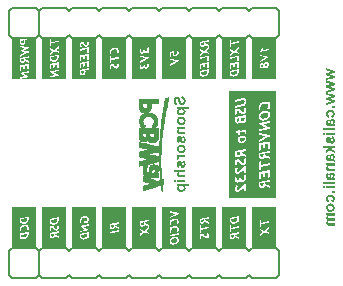
<source format=gbo>
G04*
G04 #@! TF.GenerationSoftware,Altium Limited,Altium Designer,19.1.7 (138)*
G04*
G04 Layer_Color=32896*
%FSLAX25Y25*%
%MOIN*%
G70*
G01*
G75*
%ADD14C,0.00800*%
%ADD52C,0.00100*%
G36*
X65000Y10118D02*
X57126D01*
Y23898D01*
X65000D01*
Y10118D01*
D02*
G37*
G36*
X45000Y10118D02*
X37126D01*
Y23898D01*
X45000D01*
Y10118D01*
D02*
G37*
G36*
X55000Y66614D02*
X47126D01*
Y80394D01*
X55000D01*
Y66614D01*
D02*
G37*
G36*
X15000D02*
X7126D01*
Y80394D01*
X15000D01*
Y66614D01*
D02*
G37*
G36*
X65000Y80394D02*
Y66614D01*
X57126D01*
Y80394D01*
X65000D01*
D02*
G37*
G36*
X25000Y66614D02*
X17126D01*
Y80394D01*
X25000D01*
Y66614D01*
D02*
G37*
G36*
X55000Y10118D02*
X47126D01*
Y23898D01*
X55000D01*
Y10118D01*
D02*
G37*
G36*
X85000Y66614D02*
X77126D01*
Y80394D01*
X85000D01*
Y66614D01*
D02*
G37*
G36*
X75000Y23898D02*
Y10118D01*
X67126D01*
Y23898D01*
X75000D01*
D02*
G37*
G36*
X87126Y26772D02*
X79252D01*
Y62520D01*
X87126D01*
Y26772D01*
D02*
G37*
G36*
X25000Y10118D02*
X17126D01*
Y23898D01*
X25000D01*
Y10118D01*
D02*
G37*
G36*
X45000Y66614D02*
X37126D01*
Y80394D01*
X45000D01*
Y66614D01*
D02*
G37*
G36*
X35000D02*
X27126D01*
Y80394D01*
X35000D01*
Y66614D01*
D02*
G37*
G36*
X95000Y10118D02*
X87126D01*
Y23898D01*
X95000D01*
Y10118D01*
D02*
G37*
G36*
X75000Y66614D02*
X67126D01*
Y80394D01*
X75000D01*
Y66614D01*
D02*
G37*
G36*
X15000Y10118D02*
X7126D01*
Y23898D01*
X15000D01*
Y10118D01*
D02*
G37*
G36*
X95000Y26772D02*
X87126D01*
Y62520D01*
X95000D01*
Y26772D01*
D02*
G37*
G36*
X85000Y10118D02*
X77126D01*
Y23898D01*
X85000D01*
Y10118D01*
D02*
G37*
G36*
X95000Y66614D02*
X87126D01*
Y80394D01*
X95000D01*
Y66614D01*
D02*
G37*
G36*
X35000Y10118D02*
X27126D01*
Y23898D01*
X35000D01*
Y10118D01*
D02*
G37*
G36*
X63650Y60850D02*
X63759Y60828D01*
X63863Y60795D01*
X63956Y60768D01*
X64043Y60730D01*
X64125Y60691D01*
X64196Y60653D01*
X64262Y60615D01*
X64316Y60577D01*
X64365Y60539D01*
X64409Y60506D01*
X64447Y60473D01*
X64474Y60451D01*
X64491Y60429D01*
X64502Y60418D01*
X64507Y60413D01*
X64567Y60337D01*
X64616Y60255D01*
X64660Y60167D01*
X64698Y60074D01*
X64726Y59987D01*
X64753Y59894D01*
X64791Y59714D01*
X64807Y59632D01*
X64818Y59556D01*
X64824Y59490D01*
X64829Y59430D01*
X64835Y59381D01*
Y59310D01*
X64829Y59135D01*
X64813Y58977D01*
X64791Y58835D01*
X64780Y58775D01*
X64764Y58715D01*
X64753Y58666D01*
X64742Y58622D01*
X64731Y58584D01*
X64720Y58551D01*
X64709Y58524D01*
X64704Y58507D01*
X64698Y58496D01*
Y58491D01*
X64638Y58371D01*
X64573Y58273D01*
X64507Y58180D01*
X64436Y58109D01*
X64376Y58054D01*
X64322Y58011D01*
X64289Y57989D01*
X64283Y57978D01*
X64278D01*
X64169Y57918D01*
X64065Y57869D01*
X63961Y57836D01*
X63863Y57814D01*
X63786Y57803D01*
X63748Y57798D01*
X63721Y57792D01*
X63699D01*
X63683D01*
X63672D01*
X63666D01*
X63535Y57798D01*
X63421Y57814D01*
X63317Y57841D01*
X63230Y57869D01*
X63159Y57896D01*
X63109Y57923D01*
X63077Y57940D01*
X63066Y57945D01*
X62978Y58005D01*
X62902Y58076D01*
X62836Y58147D01*
X62782Y58213D01*
X62738Y58273D01*
X62705Y58322D01*
X62683Y58355D01*
X62678Y58360D01*
Y58365D01*
X62651Y58420D01*
X62624Y58475D01*
X62574Y58606D01*
X62531Y58742D01*
X62487Y58873D01*
X62471Y58933D01*
X62454Y58993D01*
X62438Y59048D01*
X62427Y59092D01*
X62416Y59130D01*
X62410Y59157D01*
X62405Y59179D01*
Y59184D01*
X62378Y59283D01*
X62356Y59370D01*
X62334Y59452D01*
X62312Y59528D01*
X62290Y59588D01*
X62269Y59649D01*
X62247Y59698D01*
X62230Y59741D01*
X62214Y59780D01*
X62198Y59807D01*
X62187Y59834D01*
X62176Y59851D01*
X62159Y59878D01*
X62154Y59883D01*
X62116Y59922D01*
X62077Y59949D01*
X62039Y59965D01*
X62001Y59976D01*
X61974Y59987D01*
X61946Y59992D01*
X61930D01*
X61925D01*
X61870Y59987D01*
X61826Y59976D01*
X61783Y59954D01*
X61750Y59933D01*
X61723Y59911D01*
X61706Y59889D01*
X61695Y59878D01*
X61690Y59872D01*
X61641Y59796D01*
X61608Y59714D01*
X61581Y59627D01*
X61564Y59545D01*
X61553Y59474D01*
X61548Y59414D01*
Y59359D01*
X61553Y59245D01*
X61570Y59146D01*
X61592Y59064D01*
X61613Y58999D01*
X61635Y58944D01*
X61657Y58906D01*
X61673Y58884D01*
X61679Y58879D01*
X61734Y58824D01*
X61799Y58775D01*
X61865Y58737D01*
X61936Y58709D01*
X61996Y58688D01*
X62045Y58677D01*
X62083Y58666D01*
X62088D01*
X62094D01*
X62067Y57901D01*
X61968Y57907D01*
X61881Y57923D01*
X61794Y57945D01*
X61717Y57972D01*
X61641Y58000D01*
X61570Y58032D01*
X61510Y58065D01*
X61449Y58098D01*
X61400Y58136D01*
X61357Y58169D01*
X61318Y58202D01*
X61286Y58229D01*
X61264Y58251D01*
X61247Y58267D01*
X61237Y58278D01*
X61231Y58284D01*
X61177Y58355D01*
X61127Y58431D01*
X61084Y58513D01*
X61045Y58600D01*
X61018Y58688D01*
X60991Y58775D01*
X60953Y58950D01*
X60942Y59032D01*
X60931Y59103D01*
X60925Y59174D01*
X60920Y59234D01*
X60914Y59283D01*
Y59348D01*
X60920Y59507D01*
X60936Y59649D01*
X60958Y59774D01*
X60980Y59883D01*
X60996Y59933D01*
X61007Y59976D01*
X61018Y60009D01*
X61029Y60042D01*
X61040Y60063D01*
X61045Y60080D01*
X61051Y60091D01*
Y60096D01*
X61106Y60206D01*
X61166Y60298D01*
X61231Y60380D01*
X61291Y60446D01*
X61346Y60500D01*
X61389Y60533D01*
X61422Y60560D01*
X61428Y60566D01*
X61433D01*
X61526Y60620D01*
X61624Y60659D01*
X61717Y60686D01*
X61799Y60702D01*
X61870Y60713D01*
X61925Y60724D01*
X61946D01*
X61963D01*
X61968D01*
X61974D01*
X62056Y60719D01*
X62138Y60708D01*
X62208Y60691D01*
X62279Y60670D01*
X62410Y60615D01*
X62525Y60549D01*
X62574Y60522D01*
X62612Y60489D01*
X62651Y60462D01*
X62683Y60435D01*
X62705Y60413D01*
X62722Y60397D01*
X62733Y60386D01*
X62738Y60380D01*
X62776Y60331D01*
X62814Y60271D01*
X62853Y60211D01*
X62885Y60140D01*
X62951Y60004D01*
X63006Y59861D01*
X63028Y59790D01*
X63049Y59730D01*
X63066Y59670D01*
X63082Y59621D01*
X63093Y59583D01*
X63104Y59550D01*
X63109Y59528D01*
Y59523D01*
X63131Y59436D01*
X63153Y59359D01*
X63169Y59288D01*
X63186Y59223D01*
X63202Y59168D01*
X63213Y59119D01*
X63230Y59075D01*
X63240Y59037D01*
X63246Y59004D01*
X63257Y58977D01*
X63268Y58939D01*
X63279Y58917D01*
Y58912D01*
X63306Y58841D01*
X63333Y58786D01*
X63361Y58737D01*
X63388Y58698D01*
X63410Y58671D01*
X63426Y58655D01*
X63437Y58644D01*
X63442Y58639D01*
X63481Y58611D01*
X63519Y58589D01*
X63557Y58578D01*
X63590Y58568D01*
X63623Y58562D01*
X63650Y58557D01*
X63666D01*
X63672D01*
X63748Y58562D01*
X63814Y58584D01*
X63879Y58617D01*
X63934Y58649D01*
X63977Y58688D01*
X64010Y58715D01*
X64032Y58737D01*
X64038Y58748D01*
X64087Y58824D01*
X64125Y58912D01*
X64152Y59004D01*
X64169Y59092D01*
X64179Y59174D01*
X64191Y59239D01*
Y59299D01*
X64185Y59425D01*
X64163Y59534D01*
X64136Y59627D01*
X64103Y59709D01*
X64070Y59774D01*
X64043Y59818D01*
X64021Y59845D01*
X64016Y59856D01*
X63939Y59927D01*
X63857Y59982D01*
X63765Y60031D01*
X63672Y60063D01*
X63590Y60091D01*
X63524Y60113D01*
X63503Y60118D01*
X63481D01*
X63470Y60124D01*
X63464D01*
X63535Y60866D01*
X63650Y60850D01*
D02*
G37*
G36*
X65812Y56444D02*
X64425D01*
X64502Y56367D01*
X64567Y56296D01*
X64622Y56236D01*
X64660Y56176D01*
X64693Y56127D01*
X64720Y56094D01*
X64731Y56067D01*
X64736Y56061D01*
X64764Y55990D01*
X64786Y55919D01*
X64802Y55848D01*
X64813Y55783D01*
X64818Y55728D01*
X64824Y55685D01*
Y55646D01*
X64818Y55559D01*
X64807Y55477D01*
X64791Y55395D01*
X64764Y55319D01*
X64704Y55182D01*
X64671Y55122D01*
X64633Y55062D01*
X64600Y55013D01*
X64567Y54969D01*
X64534Y54931D01*
X64507Y54898D01*
X64480Y54871D01*
X64464Y54855D01*
X64452Y54844D01*
X64447Y54838D01*
X64371Y54778D01*
X64289Y54729D01*
X64207Y54680D01*
X64119Y54642D01*
X64032Y54609D01*
X63945Y54582D01*
X63770Y54544D01*
X63694Y54527D01*
X63617Y54516D01*
X63552Y54511D01*
X63497Y54505D01*
X63448Y54500D01*
X63410D01*
X63388D01*
X63382D01*
X63262Y54505D01*
X63142Y54516D01*
X63038Y54532D01*
X62935Y54549D01*
X62842Y54576D01*
X62754Y54603D01*
X62678Y54636D01*
X62607Y54664D01*
X62547Y54696D01*
X62492Y54729D01*
X62443Y54756D01*
X62410Y54778D01*
X62378Y54800D01*
X62356Y54817D01*
X62345Y54827D01*
X62340Y54833D01*
X62274Y54898D01*
X62214Y54964D01*
X62165Y55029D01*
X62121Y55100D01*
X62083Y55166D01*
X62056Y55237D01*
X62028Y55297D01*
X62012Y55362D01*
X61996Y55417D01*
X61985Y55472D01*
X61974Y55521D01*
X61968Y55559D01*
X61963Y55597D01*
Y55641D01*
X61968Y55739D01*
X61985Y55832D01*
X62006Y55919D01*
X62028Y55990D01*
X62050Y56050D01*
X62072Y56100D01*
X62088Y56127D01*
X62094Y56138D01*
X62143Y56220D01*
X62198Y56285D01*
X62252Y56351D01*
X62307Y56400D01*
X62356Y56438D01*
X62394Y56471D01*
X62416Y56487D01*
X62427Y56493D01*
X62023D01*
Y57170D01*
X65812D01*
Y56444D01*
D02*
G37*
G36*
X63524Y54085D02*
X63683Y54063D01*
X63819Y54036D01*
X63879Y54019D01*
X63934Y54003D01*
X63983Y53987D01*
X64027Y53970D01*
X64065Y53954D01*
X64098Y53943D01*
X64125Y53932D01*
X64141Y53921D01*
X64152Y53916D01*
X64158D01*
X64272Y53839D01*
X64371Y53757D01*
X64458Y53670D01*
X64529Y53588D01*
X64584Y53512D01*
X64622Y53452D01*
X64638Y53430D01*
X64649Y53413D01*
X64655Y53402D01*
Y53397D01*
X64709Y53266D01*
X64753Y53140D01*
X64780Y53020D01*
X64802Y52905D01*
X64813Y52813D01*
X64818Y52774D01*
Y52742D01*
X64824Y52714D01*
Y52676D01*
X64818Y52561D01*
X64807Y52458D01*
X64786Y52354D01*
X64758Y52261D01*
X64731Y52168D01*
X64698Y52087D01*
X64660Y52010D01*
X64622Y51939D01*
X64584Y51879D01*
X64545Y51824D01*
X64513Y51775D01*
X64485Y51737D01*
X64458Y51704D01*
X64436Y51682D01*
X64425Y51671D01*
X64420Y51666D01*
X64338Y51595D01*
X64256Y51535D01*
X64174Y51480D01*
X64087Y51431D01*
X63999Y51393D01*
X63912Y51360D01*
X63830Y51333D01*
X63748Y51311D01*
X63677Y51295D01*
X63606Y51284D01*
X63546Y51273D01*
X63492Y51267D01*
X63448Y51262D01*
X63415D01*
X63393D01*
X63388D01*
X63273Y51267D01*
X63164Y51278D01*
X63066Y51300D01*
X62967Y51322D01*
X62880Y51355D01*
X62793Y51388D01*
X62716Y51426D01*
X62645Y51459D01*
X62585Y51497D01*
X62525Y51535D01*
X62481Y51568D01*
X62438Y51600D01*
X62410Y51622D01*
X62383Y51644D01*
X62372Y51655D01*
X62367Y51661D01*
X62296Y51737D01*
X62236Y51819D01*
X62181Y51901D01*
X62132Y51988D01*
X62094Y52075D01*
X62061Y52157D01*
X62034Y52239D01*
X62012Y52321D01*
X61996Y52392D01*
X61985Y52463D01*
X61974Y52523D01*
X61968Y52578D01*
X61963Y52622D01*
Y52682D01*
X61968Y52829D01*
X61990Y52965D01*
X62017Y53091D01*
X62050Y53200D01*
X62072Y53244D01*
X62088Y53288D01*
X62099Y53326D01*
X62116Y53353D01*
X62127Y53381D01*
X62138Y53397D01*
X62143Y53408D01*
Y53413D01*
X62219Y53528D01*
X62301Y53626D01*
X62389Y53714D01*
X62471Y53785D01*
X62547Y53839D01*
X62607Y53883D01*
X62629Y53899D01*
X62645Y53905D01*
X62656Y53916D01*
X62662D01*
X62787Y53976D01*
X62913Y54014D01*
X63028Y54047D01*
X63131Y54068D01*
X63224Y54079D01*
X63262Y54085D01*
X63295D01*
X63317Y54090D01*
X63339D01*
X63350D01*
X63355D01*
X63524Y54085D01*
D02*
G37*
G36*
X64764Y49979D02*
X63530D01*
X63448D01*
X63371D01*
X63301Y49973D01*
X63240Y49968D01*
X63180D01*
X63131Y49962D01*
X63082Y49957D01*
X63044Y49952D01*
X62978Y49941D01*
X62935Y49935D01*
X62907Y49924D01*
X62902D01*
X62842Y49902D01*
X62782Y49870D01*
X62738Y49837D01*
X62694Y49804D01*
X62667Y49771D01*
X62640Y49744D01*
X62629Y49728D01*
X62624Y49722D01*
X62591Y49662D01*
X62563Y49602D01*
X62547Y49548D01*
X62531Y49493D01*
X62525Y49449D01*
X62520Y49417D01*
Y49384D01*
X62525Y49329D01*
X62531Y49280D01*
X62542Y49242D01*
X62558Y49204D01*
X62574Y49171D01*
X62585Y49149D01*
X62591Y49138D01*
X62596Y49133D01*
X62624Y49094D01*
X62656Y49067D01*
X62722Y49018D01*
X62754Y49002D01*
X62776Y48991D01*
X62793Y48980D01*
X62798D01*
X62826Y48969D01*
X62858Y48963D01*
X62940Y48952D01*
X63038Y48941D01*
X63131Y48936D01*
X63224Y48931D01*
X63262D01*
X63301D01*
X63328D01*
X63350D01*
X63366D01*
X63371D01*
X64764D01*
Y48204D01*
X63066D01*
X62951D01*
X62858Y48210D01*
X62771Y48215D01*
X62705Y48226D01*
X62651Y48232D01*
X62612Y48243D01*
X62585Y48248D01*
X62580D01*
X62514Y48265D01*
X62460Y48286D01*
X62405Y48308D01*
X62361Y48335D01*
X62323Y48357D01*
X62296Y48374D01*
X62279Y48385D01*
X62274Y48390D01*
X62225Y48434D01*
X62181Y48483D01*
X62143Y48532D01*
X62110Y48581D01*
X62083Y48625D01*
X62067Y48663D01*
X62056Y48685D01*
X62050Y48696D01*
X62023Y48772D01*
X62001Y48849D01*
X61985Y48920D01*
X61974Y48985D01*
X61968Y49045D01*
X61963Y49094D01*
Y49133D01*
X61968Y49231D01*
X61985Y49329D01*
X62006Y49417D01*
X62034Y49504D01*
X62072Y49586D01*
X62110Y49657D01*
X62154Y49728D01*
X62192Y49788D01*
X62236Y49842D01*
X62279Y49891D01*
X62318Y49935D01*
X62356Y49968D01*
X62383Y49995D01*
X62405Y50017D01*
X62421Y50028D01*
X62427Y50033D01*
X62023D01*
Y50705D01*
X64764D01*
Y49979D01*
D02*
G37*
G36*
X64119Y47675D02*
X64245Y47615D01*
X64349Y47549D01*
X64436Y47478D01*
X64507Y47413D01*
X64556Y47353D01*
X64578Y47336D01*
X64589Y47320D01*
X64595Y47309D01*
X64600Y47304D01*
X64638Y47238D01*
X64676Y47172D01*
X64731Y47025D01*
X64769Y46878D01*
X64797Y46736D01*
X64807Y46670D01*
X64813Y46610D01*
X64818Y46556D01*
Y46506D01*
X64824Y46468D01*
Y46413D01*
X64818Y46304D01*
X64813Y46201D01*
X64797Y46102D01*
X64780Y46009D01*
X64764Y45928D01*
X64736Y45851D01*
X64715Y45780D01*
X64687Y45720D01*
X64666Y45665D01*
X64638Y45616D01*
X64616Y45578D01*
X64600Y45545D01*
X64578Y45518D01*
X64567Y45502D01*
X64562Y45491D01*
X64556Y45485D01*
X64502Y45431D01*
X64447Y45382D01*
X64393Y45338D01*
X64338Y45300D01*
X64283Y45272D01*
X64229Y45245D01*
X64130Y45207D01*
X64038Y45185D01*
X63999Y45180D01*
X63972Y45174D01*
X63945Y45169D01*
X63923D01*
X63912D01*
X63907D01*
X63786Y45180D01*
X63677Y45207D01*
X63584Y45240D01*
X63508Y45283D01*
X63448Y45327D01*
X63404Y45360D01*
X63382Y45387D01*
X63371Y45398D01*
X63339Y45447D01*
X63301Y45496D01*
X63273Y45556D01*
X63240Y45622D01*
X63186Y45753D01*
X63137Y45889D01*
X63099Y46009D01*
X63087Y46064D01*
X63071Y46113D01*
X63060Y46151D01*
X63055Y46179D01*
X63049Y46201D01*
Y46206D01*
X63022Y46310D01*
X63000Y46403D01*
X62978Y46485D01*
X62957Y46556D01*
X62940Y46621D01*
X62924Y46676D01*
X62907Y46719D01*
X62897Y46763D01*
X62880Y46796D01*
X62869Y46823D01*
X62864Y46845D01*
X62853Y46856D01*
X62847Y46878D01*
X62842Y46883D01*
X62820Y46905D01*
X62798Y46921D01*
X62754Y46943D01*
X62722Y46954D01*
X62716D01*
X62711D01*
X62678Y46949D01*
X62651Y46943D01*
X62602Y46910D01*
X62574Y46883D01*
X62563Y46878D01*
Y46872D01*
X62536Y46818D01*
X62514Y46758D01*
X62503Y46692D01*
X62492Y46621D01*
X62487Y46561D01*
X62481Y46512D01*
Y46463D01*
X62487Y46381D01*
X62492Y46310D01*
X62509Y46250D01*
X62525Y46201D01*
X62542Y46162D01*
X62552Y46135D01*
X62563Y46119D01*
X62569Y46113D01*
X62602Y46069D01*
X62640Y46037D01*
X62678Y46004D01*
X62722Y45982D01*
X62754Y45966D01*
X62782Y45955D01*
X62804Y45944D01*
X62809D01*
X62683Y45261D01*
X62558Y45305D01*
X62449Y45365D01*
X62356Y45425D01*
X62285Y45491D01*
X62225Y45545D01*
X62181Y45594D01*
X62159Y45627D01*
X62148Y45633D01*
Y45638D01*
X62116Y45693D01*
X62088Y45753D01*
X62039Y45884D01*
X62006Y46020D01*
X61985Y46157D01*
X61979Y46222D01*
X61974Y46283D01*
X61968Y46337D01*
X61963Y46381D01*
Y46583D01*
X61974Y46681D01*
X61985Y46774D01*
X62001Y46861D01*
X62017Y46938D01*
X62039Y47009D01*
X62061Y47074D01*
X62083Y47134D01*
X62110Y47183D01*
X62132Y47227D01*
X62154Y47265D01*
X62170Y47293D01*
X62187Y47320D01*
X62198Y47336D01*
X62203Y47342D01*
X62208Y47347D01*
X62252Y47396D01*
X62301Y47440D01*
X62350Y47478D01*
X62405Y47506D01*
X62503Y47560D01*
X62596Y47593D01*
X62678Y47609D01*
X62716Y47615D01*
X62744Y47620D01*
X62771Y47626D01*
X62787D01*
X62798D01*
X62804D01*
X62875Y47620D01*
X62940Y47609D01*
X63006Y47598D01*
X63066Y47576D01*
X63169Y47522D01*
X63257Y47462D01*
X63328Y47407D01*
X63377Y47353D01*
X63399Y47331D01*
X63410Y47320D01*
X63415Y47309D01*
X63421Y47304D01*
X63448Y47254D01*
X63481Y47189D01*
X63513Y47112D01*
X63541Y47030D01*
X63573Y46943D01*
X63601Y46850D01*
X63655Y46659D01*
X63683Y46566D01*
X63705Y46479D01*
X63726Y46403D01*
X63743Y46332D01*
X63754Y46272D01*
X63765Y46228D01*
X63775Y46201D01*
Y46190D01*
X63792Y46124D01*
X63808Y46075D01*
X63825Y46031D01*
X63836Y45999D01*
X63852Y45977D01*
X63857Y45960D01*
X63868Y45949D01*
X63912Y45917D01*
X63956Y45900D01*
X63989Y45895D01*
X63999D01*
X64005D01*
X64048Y45900D01*
X64087Y45911D01*
X64119Y45928D01*
X64147Y45944D01*
X64169Y45960D01*
X64185Y45977D01*
X64196Y45988D01*
X64201Y45993D01*
X64234Y46053D01*
X64256Y46119D01*
X64278Y46190D01*
X64289Y46255D01*
X64294Y46315D01*
X64300Y46370D01*
Y46413D01*
X64294Y46506D01*
X64283Y46583D01*
X64267Y46654D01*
X64245Y46708D01*
X64229Y46752D01*
X64212Y46785D01*
X64201Y46807D01*
X64196Y46812D01*
X64152Y46861D01*
X64098Y46900D01*
X64048Y46932D01*
X63994Y46959D01*
X63945Y46976D01*
X63907Y46987D01*
X63885Y46998D01*
X63874D01*
X63983Y47724D01*
X64119Y47675D01*
D02*
G37*
G36*
X63524Y44694D02*
X63683Y44672D01*
X63819Y44644D01*
X63879Y44628D01*
X63934Y44612D01*
X63983Y44595D01*
X64027Y44579D01*
X64065Y44563D01*
X64098Y44552D01*
X64125Y44541D01*
X64141Y44530D01*
X64152Y44524D01*
X64158D01*
X64272Y44448D01*
X64371Y44366D01*
X64458Y44279D01*
X64529Y44197D01*
X64584Y44120D01*
X64622Y44060D01*
X64638Y44038D01*
X64649Y44022D01*
X64655Y44011D01*
Y44006D01*
X64709Y43875D01*
X64753Y43749D01*
X64780Y43629D01*
X64802Y43514D01*
X64813Y43421D01*
X64818Y43383D01*
Y43350D01*
X64824Y43323D01*
Y43285D01*
X64818Y43170D01*
X64807Y43066D01*
X64786Y42963D01*
X64758Y42870D01*
X64731Y42777D01*
X64698Y42695D01*
X64660Y42619D01*
X64622Y42548D01*
X64584Y42488D01*
X64545Y42433D01*
X64513Y42384D01*
X64485Y42346D01*
X64458Y42313D01*
X64436Y42291D01*
X64425Y42280D01*
X64420Y42275D01*
X64338Y42204D01*
X64256Y42144D01*
X64174Y42089D01*
X64087Y42040D01*
X63999Y42002D01*
X63912Y41969D01*
X63830Y41942D01*
X63748Y41920D01*
X63677Y41904D01*
X63606Y41893D01*
X63546Y41882D01*
X63492Y41876D01*
X63448Y41871D01*
X63415D01*
X63393D01*
X63388D01*
X63273Y41876D01*
X63164Y41887D01*
X63066Y41909D01*
X62967Y41931D01*
X62880Y41964D01*
X62793Y41996D01*
X62716Y42035D01*
X62645Y42067D01*
X62585Y42106D01*
X62525Y42144D01*
X62481Y42177D01*
X62438Y42209D01*
X62410Y42231D01*
X62383Y42253D01*
X62372Y42264D01*
X62367Y42269D01*
X62296Y42346D01*
X62236Y42428D01*
X62181Y42510D01*
X62132Y42597D01*
X62094Y42684D01*
X62061Y42766D01*
X62034Y42848D01*
X62012Y42930D01*
X61996Y43001D01*
X61985Y43072D01*
X61974Y43132D01*
X61968Y43187D01*
X61963Y43230D01*
Y43290D01*
X61968Y43438D01*
X61990Y43574D01*
X62017Y43700D01*
X62050Y43809D01*
X62072Y43853D01*
X62088Y43896D01*
X62099Y43935D01*
X62116Y43962D01*
X62127Y43989D01*
X62138Y44006D01*
X62143Y44017D01*
Y44022D01*
X62219Y44137D01*
X62301Y44235D01*
X62389Y44322D01*
X62471Y44393D01*
X62547Y44448D01*
X62607Y44492D01*
X62629Y44508D01*
X62645Y44513D01*
X62656Y44524D01*
X62662D01*
X62787Y44584D01*
X62913Y44623D01*
X63028Y44655D01*
X63131Y44677D01*
X63224Y44688D01*
X63262Y44694D01*
X63295D01*
X63317Y44699D01*
X63339D01*
X63350D01*
X63355D01*
X63524Y44694D01*
D02*
G37*
G36*
X64764Y40609D02*
X63923D01*
X63797D01*
X63683D01*
X63579Y40604D01*
X63486Y40599D01*
X63399D01*
X63328Y40593D01*
X63257Y40588D01*
X63202Y40582D01*
X63153Y40577D01*
X63109Y40571D01*
X63077Y40566D01*
X63049D01*
X63033Y40560D01*
X63017Y40555D01*
X63006D01*
X62929Y40533D01*
X62864Y40506D01*
X62809Y40479D01*
X62771Y40451D01*
X62738Y40429D01*
X62716Y40407D01*
X62705Y40397D01*
X62700Y40391D01*
X62673Y40347D01*
X62651Y40304D01*
X62634Y40260D01*
X62624Y40222D01*
X62618Y40189D01*
X62612Y40156D01*
Y40135D01*
X62618Y40075D01*
X62629Y40014D01*
X62651Y39960D01*
X62673Y39905D01*
X62694Y39862D01*
X62716Y39829D01*
X62727Y39801D01*
X62733Y39796D01*
X62105Y39567D01*
X62056Y39654D01*
X62023Y39736D01*
X61996Y39818D01*
X61979Y39894D01*
X61968Y39954D01*
X61963Y40003D01*
Y40047D01*
X61968Y40113D01*
X61974Y40167D01*
X61990Y40222D01*
X62006Y40266D01*
X62023Y40304D01*
X62034Y40336D01*
X62045Y40353D01*
X62050Y40358D01*
X62088Y40413D01*
X62143Y40462D01*
X62203Y40517D01*
X62263Y40560D01*
X62323Y40604D01*
X62372Y40637D01*
X62405Y40659D01*
X62410Y40664D01*
X62023D01*
Y41336D01*
X64764D01*
Y40609D01*
D02*
G37*
G36*
X64119Y39457D02*
X64245Y39397D01*
X64349Y39332D01*
X64436Y39261D01*
X64507Y39195D01*
X64556Y39135D01*
X64578Y39119D01*
X64589Y39103D01*
X64595Y39092D01*
X64600Y39086D01*
X64638Y39021D01*
X64676Y38955D01*
X64731Y38808D01*
X64769Y38660D01*
X64797Y38518D01*
X64807Y38453D01*
X64813Y38393D01*
X64818Y38338D01*
Y38289D01*
X64824Y38251D01*
Y38196D01*
X64818Y38087D01*
X64813Y37983D01*
X64797Y37885D01*
X64780Y37792D01*
X64764Y37710D01*
X64736Y37634D01*
X64715Y37563D01*
X64687Y37503D01*
X64666Y37448D01*
X64638Y37399D01*
X64616Y37361D01*
X64600Y37328D01*
X64578Y37301D01*
X64567Y37284D01*
X64562Y37273D01*
X64556Y37268D01*
X64502Y37213D01*
X64447Y37164D01*
X64393Y37121D01*
X64338Y37082D01*
X64283Y37055D01*
X64229Y37028D01*
X64130Y36990D01*
X64038Y36968D01*
X63999Y36962D01*
X63972Y36957D01*
X63945Y36951D01*
X63923D01*
X63912D01*
X63907D01*
X63786Y36962D01*
X63677Y36990D01*
X63584Y37022D01*
X63508Y37066D01*
X63448Y37110D01*
X63404Y37142D01*
X63382Y37170D01*
X63371Y37181D01*
X63339Y37230D01*
X63301Y37279D01*
X63273Y37339D01*
X63240Y37405D01*
X63186Y37536D01*
X63137Y37672D01*
X63099Y37792D01*
X63087Y37847D01*
X63071Y37896D01*
X63060Y37934D01*
X63055Y37961D01*
X63049Y37983D01*
Y37989D01*
X63022Y38092D01*
X63000Y38185D01*
X62978Y38267D01*
X62957Y38338D01*
X62940Y38404D01*
X62924Y38458D01*
X62907Y38502D01*
X62897Y38546D01*
X62880Y38578D01*
X62869Y38606D01*
X62864Y38628D01*
X62853Y38638D01*
X62847Y38660D01*
X62842Y38666D01*
X62820Y38688D01*
X62798Y38704D01*
X62754Y38726D01*
X62722Y38737D01*
X62716D01*
X62711D01*
X62678Y38731D01*
X62651Y38726D01*
X62602Y38693D01*
X62574Y38666D01*
X62563Y38660D01*
Y38655D01*
X62536Y38600D01*
X62514Y38540D01*
X62503Y38475D01*
X62492Y38404D01*
X62487Y38344D01*
X62481Y38295D01*
Y38245D01*
X62487Y38164D01*
X62492Y38092D01*
X62509Y38032D01*
X62525Y37983D01*
X62542Y37945D01*
X62552Y37918D01*
X62563Y37901D01*
X62569Y37896D01*
X62602Y37852D01*
X62640Y37819D01*
X62678Y37787D01*
X62722Y37765D01*
X62754Y37749D01*
X62782Y37738D01*
X62804Y37727D01*
X62809D01*
X62683Y37044D01*
X62558Y37088D01*
X62449Y37148D01*
X62356Y37208D01*
X62285Y37273D01*
X62225Y37328D01*
X62181Y37377D01*
X62159Y37410D01*
X62148Y37415D01*
Y37421D01*
X62116Y37475D01*
X62088Y37536D01*
X62039Y37667D01*
X62006Y37803D01*
X61985Y37940D01*
X61979Y38005D01*
X61974Y38065D01*
X61968Y38120D01*
X61963Y38164D01*
Y38366D01*
X61974Y38464D01*
X61985Y38557D01*
X62001Y38644D01*
X62017Y38720D01*
X62039Y38791D01*
X62061Y38857D01*
X62083Y38917D01*
X62110Y38966D01*
X62132Y39010D01*
X62154Y39048D01*
X62170Y39075D01*
X62187Y39103D01*
X62198Y39119D01*
X62203Y39124D01*
X62208Y39130D01*
X62252Y39179D01*
X62301Y39223D01*
X62350Y39261D01*
X62405Y39288D01*
X62503Y39343D01*
X62596Y39376D01*
X62678Y39392D01*
X62716Y39397D01*
X62744Y39403D01*
X62771Y39408D01*
X62787D01*
X62798D01*
X62804D01*
X62875Y39403D01*
X62940Y39392D01*
X63006Y39381D01*
X63066Y39359D01*
X63169Y39305D01*
X63257Y39244D01*
X63328Y39190D01*
X63377Y39135D01*
X63399Y39114D01*
X63410Y39103D01*
X63415Y39092D01*
X63421Y39086D01*
X63448Y39037D01*
X63481Y38971D01*
X63513Y38895D01*
X63541Y38813D01*
X63573Y38726D01*
X63601Y38633D01*
X63655Y38442D01*
X63683Y38349D01*
X63705Y38262D01*
X63726Y38185D01*
X63743Y38114D01*
X63754Y38054D01*
X63765Y38011D01*
X63775Y37983D01*
Y37972D01*
X63792Y37907D01*
X63808Y37858D01*
X63825Y37814D01*
X63836Y37781D01*
X63852Y37759D01*
X63857Y37743D01*
X63868Y37732D01*
X63912Y37699D01*
X63956Y37683D01*
X63989Y37677D01*
X63999D01*
X64005D01*
X64048Y37683D01*
X64087Y37694D01*
X64119Y37710D01*
X64147Y37727D01*
X64169Y37743D01*
X64185Y37759D01*
X64196Y37770D01*
X64201Y37776D01*
X64234Y37836D01*
X64256Y37901D01*
X64278Y37972D01*
X64289Y38038D01*
X64294Y38098D01*
X64300Y38153D01*
Y38196D01*
X64294Y38289D01*
X64283Y38366D01*
X64267Y38436D01*
X64245Y38491D01*
X64229Y38535D01*
X64212Y38568D01*
X64201Y38589D01*
X64196Y38595D01*
X64152Y38644D01*
X64098Y38682D01*
X64048Y38715D01*
X63994Y38742D01*
X63945Y38759D01*
X63907Y38770D01*
X63885Y38780D01*
X63874D01*
X63983Y39507D01*
X64119Y39457D01*
D02*
G37*
G36*
X64764Y35597D02*
X63393D01*
X63273Y35592D01*
X63169Y35586D01*
X63077Y35575D01*
X63006Y35565D01*
X62946Y35554D01*
X62907Y35543D01*
X62880Y35532D01*
X62875D01*
X62814Y35504D01*
X62760Y35472D01*
X62716Y35439D01*
X62678Y35401D01*
X62651Y35373D01*
X62629Y35346D01*
X62618Y35330D01*
X62612Y35324D01*
X62580Y35270D01*
X62558Y35215D01*
X62542Y35160D01*
X62531Y35111D01*
X62525Y35068D01*
X62520Y35035D01*
Y35002D01*
X62525Y34947D01*
X62531Y34893D01*
X62542Y34849D01*
X62552Y34811D01*
X62569Y34784D01*
X62580Y34756D01*
X62585Y34745D01*
X62591Y34740D01*
X62618Y34702D01*
X62651Y34675D01*
X62711Y34625D01*
X62738Y34615D01*
X62754Y34604D01*
X62771Y34593D01*
X62776D01*
X62804Y34587D01*
X62831Y34576D01*
X62907Y34565D01*
X63000Y34560D01*
X63093Y34554D01*
X63180Y34549D01*
X63219D01*
X63251D01*
X63284D01*
X63306D01*
X63317D01*
X63322D01*
X64764D01*
Y33823D01*
X63159D01*
X63028D01*
X62918Y33828D01*
X62826Y33834D01*
X62749Y33839D01*
X62694Y33850D01*
X62651Y33856D01*
X62624Y33861D01*
X62618D01*
X62552Y33877D01*
X62492Y33899D01*
X62438Y33921D01*
X62389Y33948D01*
X62350Y33970D01*
X62323Y33987D01*
X62301Y33997D01*
X62296Y34003D01*
X62247Y34047D01*
X62198Y34096D01*
X62159Y34145D01*
X62127Y34194D01*
X62099Y34238D01*
X62077Y34276D01*
X62067Y34298D01*
X62061Y34309D01*
X62028Y34385D01*
X62006Y34467D01*
X61985Y34538D01*
X61974Y34609D01*
X61968Y34669D01*
X61963Y34718D01*
Y34762D01*
X61968Y34849D01*
X61979Y34937D01*
X62001Y35019D01*
X62028Y35095D01*
X62094Y35237D01*
X62132Y35302D01*
X62170Y35362D01*
X62214Y35412D01*
X62252Y35461D01*
X62285Y35499D01*
X62318Y35537D01*
X62345Y35559D01*
X62367Y35581D01*
X62378Y35592D01*
X62383Y35597D01*
X60985D01*
Y36323D01*
X64764D01*
Y35597D01*
D02*
G37*
G36*
Y32365D02*
X62023D01*
Y33091D01*
X64764D01*
Y32365D01*
D02*
G37*
G36*
X61657D02*
X60985D01*
Y33091D01*
X61657D01*
Y32365D01*
D02*
G37*
G36*
X65812Y30913D02*
X64425D01*
X64502Y30836D01*
X64567Y30765D01*
X64622Y30705D01*
X64660Y30645D01*
X64693Y30596D01*
X64720Y30563D01*
X64731Y30536D01*
X64736Y30530D01*
X64764Y30459D01*
X64786Y30388D01*
X64802Y30317D01*
X64813Y30252D01*
X64818Y30197D01*
X64824Y30154D01*
Y30115D01*
X64818Y30028D01*
X64807Y29946D01*
X64791Y29864D01*
X64764Y29788D01*
X64704Y29651D01*
X64671Y29591D01*
X64633Y29531D01*
X64600Y29482D01*
X64567Y29438D01*
X64534Y29400D01*
X64507Y29367D01*
X64480Y29340D01*
X64464Y29324D01*
X64452Y29313D01*
X64447Y29307D01*
X64371Y29247D01*
X64289Y29198D01*
X64207Y29149D01*
X64119Y29111D01*
X64032Y29078D01*
X63945Y29051D01*
X63770Y29013D01*
X63694Y28996D01*
X63617Y28985D01*
X63552Y28980D01*
X63497Y28974D01*
X63448Y28969D01*
X63410D01*
X63388D01*
X63382D01*
X63262Y28974D01*
X63142Y28985D01*
X63038Y29002D01*
X62935Y29018D01*
X62842Y29045D01*
X62754Y29073D01*
X62678Y29105D01*
X62607Y29133D01*
X62547Y29165D01*
X62492Y29198D01*
X62443Y29225D01*
X62410Y29247D01*
X62378Y29269D01*
X62356Y29285D01*
X62345Y29296D01*
X62340Y29302D01*
X62274Y29367D01*
X62214Y29433D01*
X62165Y29498D01*
X62121Y29569D01*
X62083Y29635D01*
X62056Y29706D01*
X62028Y29766D01*
X62012Y29831D01*
X61996Y29886D01*
X61985Y29941D01*
X61974Y29990D01*
X61968Y30028D01*
X61963Y30066D01*
Y30110D01*
X61968Y30208D01*
X61985Y30301D01*
X62006Y30388D01*
X62028Y30459D01*
X62050Y30520D01*
X62072Y30569D01*
X62088Y30596D01*
X62094Y30607D01*
X62143Y30689D01*
X62198Y30754D01*
X62252Y30820D01*
X62307Y30869D01*
X62356Y30907D01*
X62394Y30940D01*
X62416Y30956D01*
X62427Y30962D01*
X62023D01*
Y31639D01*
X65812D01*
Y30913D01*
D02*
G37*
G36*
X114488Y69374D02*
Y68669D01*
X112730Y68205D01*
X114488Y67735D01*
Y67037D01*
X111747Y66158D01*
Y66873D01*
X113544Y67397D01*
X111747Y67850D01*
Y68549D01*
X113544Y69024D01*
X111747Y69537D01*
Y70236D01*
X114488Y69374D01*
D02*
G37*
G36*
Y65268D02*
Y64563D01*
X112730Y64099D01*
X114488Y63630D01*
Y62931D01*
X111747Y62052D01*
Y62767D01*
X113544Y63291D01*
X111747Y63744D01*
Y64443D01*
X113544Y64918D01*
X111747Y65431D01*
Y66130D01*
X114488Y65268D01*
D02*
G37*
G36*
Y61162D02*
Y60457D01*
X112730Y59993D01*
X114488Y59524D01*
Y58825D01*
X111747Y57946D01*
Y58661D01*
X113544Y59185D01*
X111747Y59638D01*
Y60337D01*
X113544Y60812D01*
X111747Y61326D01*
Y62024D01*
X114488Y61162D01*
D02*
G37*
G36*
Y56837D02*
X113762D01*
Y57564D01*
X114488D01*
Y56837D01*
D02*
G37*
G36*
X113243Y56248D02*
X113363Y56237D01*
X113467Y56220D01*
X113571Y56199D01*
X113664Y56171D01*
X113751Y56138D01*
X113828Y56111D01*
X113899Y56073D01*
X113964Y56040D01*
X114019Y56013D01*
X114062Y55980D01*
X114101Y55953D01*
X114133Y55931D01*
X114155Y55915D01*
X114166Y55904D01*
X114172Y55898D01*
X114237Y55827D01*
X114297Y55756D01*
X114346Y55680D01*
X114390Y55598D01*
X114428Y55522D01*
X114455Y55440D01*
X114483Y55363D01*
X114499Y55287D01*
X114515Y55216D01*
X114526Y55150D01*
X114537Y55090D01*
X114543Y55041D01*
X114548Y55003D01*
Y54943D01*
X114543Y54844D01*
X114537Y54757D01*
X114526Y54670D01*
X114510Y54588D01*
X114494Y54511D01*
X114472Y54446D01*
X114450Y54380D01*
X114423Y54326D01*
X114401Y54271D01*
X114379Y54228D01*
X114357Y54189D01*
X114341Y54157D01*
X114324Y54135D01*
X114313Y54118D01*
X114303Y54107D01*
Y54102D01*
X114253Y54047D01*
X114199Y53993D01*
X114079Y53900D01*
X113959Y53824D01*
X113838Y53769D01*
X113729Y53725D01*
X113680Y53709D01*
X113642Y53692D01*
X113609Y53681D01*
X113582Y53676D01*
X113566Y53671D01*
X113560D01*
X113440Y54380D01*
X113538Y54402D01*
X113626Y54435D01*
X113697Y54462D01*
X113751Y54495D01*
X113795Y54528D01*
X113822Y54550D01*
X113838Y54566D01*
X113844Y54571D01*
X113882Y54626D01*
X113909Y54681D01*
X113931Y54735D01*
X113942Y54790D01*
X113953Y54839D01*
X113959Y54877D01*
Y54910D01*
X113948Y55008D01*
X113926Y55096D01*
X113899Y55167D01*
X113860Y55232D01*
X113822Y55281D01*
X113795Y55314D01*
X113773Y55341D01*
X113762Y55347D01*
X113718Y55374D01*
X113675Y55401D01*
X113571Y55440D01*
X113456Y55472D01*
X113342Y55489D01*
X113232Y55500D01*
X113189Y55505D01*
X113151D01*
X113118Y55511D01*
X113090D01*
X113074D01*
X113069D01*
X112992D01*
X112916Y55505D01*
X112850Y55494D01*
X112785Y55483D01*
X112730Y55472D01*
X112681Y55462D01*
X112594Y55429D01*
X112528Y55401D01*
X112484Y55374D01*
X112457Y55358D01*
X112446Y55352D01*
X112381Y55287D01*
X112337Y55216D01*
X112304Y55145D01*
X112277Y55079D01*
X112266Y55014D01*
X112260Y54965D01*
X112255Y54932D01*
Y54921D01*
X112260Y54850D01*
X112271Y54784D01*
X112288Y54730D01*
X112310Y54681D01*
X112331Y54642D01*
X112348Y54615D01*
X112359Y54599D01*
X112364Y54593D01*
X112408Y54550D01*
X112457Y54511D01*
X112512Y54484D01*
X112561Y54457D01*
X112610Y54440D01*
X112648Y54430D01*
X112670Y54424D01*
X112681D01*
X112550Y53709D01*
X112397Y53763D01*
X112266Y53829D01*
X112157Y53900D01*
X112064Y53971D01*
X111993Y54036D01*
X111944Y54085D01*
X111927Y54107D01*
X111916Y54124D01*
X111906Y54129D01*
Y54135D01*
X111835Y54255D01*
X111780Y54386D01*
X111742Y54517D01*
X111714Y54642D01*
X111704Y54703D01*
X111698Y54757D01*
X111693Y54806D01*
Y54850D01*
X111687Y54883D01*
Y54932D01*
X111693Y55041D01*
X111704Y55145D01*
X111720Y55248D01*
X111747Y55336D01*
X111775Y55423D01*
X111807Y55505D01*
X111840Y55576D01*
X111878Y55642D01*
X111911Y55702D01*
X111949Y55751D01*
X111982Y55795D01*
X112009Y55833D01*
X112037Y55860D01*
X112053Y55882D01*
X112064Y55893D01*
X112069Y55898D01*
X112146Y55958D01*
X112222Y56013D01*
X112304Y56062D01*
X112392Y56106D01*
X112479Y56138D01*
X112566Y56166D01*
X112735Y56209D01*
X112817Y56226D01*
X112888Y56237D01*
X112954Y56242D01*
X113014Y56248D01*
X113058Y56253D01*
X113096D01*
X113118D01*
X113123D01*
X113243Y56248D01*
D02*
G37*
G36*
X113811Y53343D02*
X113871Y53338D01*
X113986Y53310D01*
X114084Y53272D01*
X114166Y53228D01*
X114232Y53185D01*
X114281Y53146D01*
X114313Y53119D01*
X114319Y53108D01*
X114324D01*
X114401Y53010D01*
X114455Y52901D01*
X114494Y52792D01*
X114521Y52682D01*
X114537Y52589D01*
X114543Y52546D01*
Y52513D01*
X114548Y52480D01*
Y52442D01*
X114543Y52355D01*
X114532Y52267D01*
X114521Y52191D01*
X114505Y52125D01*
X114488Y52071D01*
X114472Y52027D01*
X114466Y52000D01*
X114461Y51989D01*
X114423Y51912D01*
X114384Y51836D01*
X114335Y51771D01*
X114292Y51710D01*
X114253Y51661D01*
X114221Y51623D01*
X114199Y51601D01*
X114193Y51590D01*
X114215Y51585D01*
X114242Y51574D01*
X114264Y51569D01*
X114270Y51563D01*
X114275D01*
X114324Y51547D01*
X114368Y51536D01*
X114406Y51525D01*
X114434Y51514D01*
X114455Y51503D01*
X114477Y51498D01*
X114483Y51492D01*
X114488D01*
Y50777D01*
X114417Y50810D01*
X114352Y50837D01*
X114292Y50859D01*
X114237Y50880D01*
X114193Y50891D01*
X114155Y50902D01*
X114133Y50908D01*
X114128D01*
X114057Y50919D01*
X113970Y50924D01*
X113882Y50935D01*
X113795D01*
X113718Y50941D01*
X113653D01*
X113626D01*
X113609D01*
X113598D01*
X113593D01*
X112747Y50930D01*
X112659D01*
X112583Y50935D01*
X112512Y50941D01*
X112446Y50946D01*
X112386Y50951D01*
X112331Y50962D01*
X112282Y50968D01*
X112244Y50979D01*
X112206Y50990D01*
X112179Y50995D01*
X112129Y51012D01*
X112108Y51022D01*
X112097Y51028D01*
X112037Y51072D01*
X111977Y51121D01*
X111927Y51175D01*
X111884Y51235D01*
X111851Y51285D01*
X111829Y51328D01*
X111813Y51355D01*
X111807Y51361D01*
Y51367D01*
X111785Y51416D01*
X111769Y51465D01*
X111736Y51579D01*
X111714Y51700D01*
X111704Y51814D01*
X111693Y51923D01*
Y51967D01*
X111687Y52005D01*
Y52185D01*
X111698Y52273D01*
X111704Y52360D01*
X111720Y52437D01*
X111731Y52513D01*
X111747Y52579D01*
X111769Y52639D01*
X111785Y52693D01*
X111802Y52737D01*
X111824Y52781D01*
X111840Y52813D01*
X111851Y52846D01*
X111867Y52868D01*
X111873Y52884D01*
X111884Y52890D01*
Y52895D01*
X111966Y52988D01*
X112058Y53065D01*
X112157Y53130D01*
X112250Y53185D01*
X112337Y53223D01*
X112375Y53239D01*
X112408Y53250D01*
X112435Y53261D01*
X112457Y53267D01*
X112468Y53272D01*
X112473D01*
X112594Y52622D01*
X112528Y52595D01*
X112473Y52568D01*
X112424Y52540D01*
X112386Y52508D01*
X112359Y52486D01*
X112342Y52464D01*
X112331Y52453D01*
X112326Y52447D01*
X112299Y52404D01*
X112277Y52355D01*
X112266Y52300D01*
X112255Y52251D01*
X112250Y52207D01*
X112244Y52175D01*
Y52142D01*
X112250Y52043D01*
X112260Y51962D01*
X112271Y51896D01*
X112288Y51841D01*
X112310Y51803D01*
X112321Y51776D01*
X112331Y51760D01*
X112337Y51754D01*
X112375Y51716D01*
X112419Y51689D01*
X112468Y51672D01*
X112517Y51656D01*
X112566Y51650D01*
X112604Y51645D01*
X112626D01*
X112637D01*
X112708D01*
X112725Y51683D01*
X112741Y51732D01*
X112774Y51836D01*
X112801Y51956D01*
X112828Y52071D01*
X112856Y52180D01*
X112867Y52229D01*
X112872Y52273D01*
X112878Y52306D01*
X112883Y52333D01*
X112888Y52349D01*
Y52355D01*
X112916Y52486D01*
X112943Y52606D01*
X112970Y52704D01*
X112998Y52786D01*
X113025Y52852D01*
X113041Y52895D01*
X113052Y52923D01*
X113058Y52934D01*
X113096Y53004D01*
X113140Y53065D01*
X113189Y53119D01*
X113232Y53157D01*
X113271Y53196D01*
X113303Y53217D01*
X113325Y53234D01*
X113336Y53239D01*
X113407Y53277D01*
X113478Y53305D01*
X113544Y53321D01*
X113609Y53332D01*
X113664Y53343D01*
X113707Y53348D01*
X113735D01*
X113746D01*
X113811Y53343D01*
D02*
G37*
G36*
X114488Y49494D02*
X110710D01*
Y50220D01*
X114488D01*
Y49494D01*
D02*
G37*
G36*
Y48025D02*
X111747D01*
Y48751D01*
X114488D01*
Y48025D01*
D02*
G37*
G36*
X111381D02*
X110710D01*
Y48751D01*
X111381D01*
Y48025D01*
D02*
G37*
G36*
X113844Y47484D02*
X113970Y47424D01*
X114073Y47359D01*
X114161Y47288D01*
X114232Y47222D01*
X114281Y47162D01*
X114303Y47146D01*
X114313Y47129D01*
X114319Y47119D01*
X114324Y47113D01*
X114363Y47048D01*
X114401Y46982D01*
X114455Y46835D01*
X114494Y46687D01*
X114521Y46545D01*
X114532Y46480D01*
X114537Y46420D01*
X114543Y46365D01*
Y46316D01*
X114548Y46278D01*
Y46223D01*
X114543Y46114D01*
X114537Y46010D01*
X114521Y45912D01*
X114505Y45819D01*
X114488Y45737D01*
X114461Y45661D01*
X114439Y45590D01*
X114412Y45530D01*
X114390Y45475D01*
X114363Y45426D01*
X114341Y45388D01*
X114324Y45355D01*
X114303Y45328D01*
X114292Y45311D01*
X114286Y45300D01*
X114281Y45295D01*
X114226Y45240D01*
X114172Y45191D01*
X114117Y45147D01*
X114062Y45109D01*
X114008Y45082D01*
X113953Y45055D01*
X113855Y45017D01*
X113762Y44995D01*
X113724Y44989D01*
X113697Y44984D01*
X113669Y44978D01*
X113647D01*
X113636D01*
X113631D01*
X113511Y44989D01*
X113402Y45017D01*
X113309Y45049D01*
X113232Y45093D01*
X113172Y45137D01*
X113129Y45169D01*
X113107Y45197D01*
X113096Y45208D01*
X113063Y45257D01*
X113025Y45306D01*
X112998Y45366D01*
X112965Y45431D01*
X112910Y45562D01*
X112861Y45699D01*
X112823Y45819D01*
X112812Y45874D01*
X112796Y45923D01*
X112785Y45961D01*
X112779Y45988D01*
X112774Y46010D01*
Y46016D01*
X112747Y46119D01*
X112725Y46212D01*
X112703Y46294D01*
X112681Y46365D01*
X112665Y46431D01*
X112648Y46485D01*
X112632Y46529D01*
X112621Y46573D01*
X112604Y46605D01*
X112594Y46633D01*
X112588Y46654D01*
X112577Y46665D01*
X112572Y46687D01*
X112566Y46693D01*
X112544Y46714D01*
X112523Y46731D01*
X112479Y46753D01*
X112446Y46764D01*
X112441D01*
X112435D01*
X112402Y46758D01*
X112375Y46753D01*
X112326Y46720D01*
X112299Y46693D01*
X112288Y46687D01*
Y46682D01*
X112260Y46627D01*
X112239Y46567D01*
X112228Y46502D01*
X112217Y46431D01*
X112211Y46371D01*
X112206Y46321D01*
Y46272D01*
X112211Y46190D01*
X112217Y46119D01*
X112233Y46059D01*
X112250Y46010D01*
X112266Y45972D01*
X112277Y45945D01*
X112288Y45928D01*
X112293Y45923D01*
X112326Y45879D01*
X112364Y45846D01*
X112402Y45814D01*
X112446Y45792D01*
X112479Y45775D01*
X112506Y45764D01*
X112528Y45754D01*
X112533D01*
X112408Y45071D01*
X112282Y45115D01*
X112173Y45175D01*
X112080Y45235D01*
X112009Y45300D01*
X111949Y45355D01*
X111906Y45404D01*
X111884Y45437D01*
X111873Y45442D01*
Y45448D01*
X111840Y45502D01*
X111813Y45562D01*
X111764Y45693D01*
X111731Y45830D01*
X111709Y45967D01*
X111704Y46032D01*
X111698Y46092D01*
X111693Y46147D01*
X111687Y46190D01*
Y46392D01*
X111698Y46491D01*
X111709Y46584D01*
X111725Y46671D01*
X111742Y46747D01*
X111764Y46818D01*
X111785Y46884D01*
X111807Y46944D01*
X111835Y46993D01*
X111856Y47037D01*
X111878Y47075D01*
X111895Y47102D01*
X111911Y47129D01*
X111922Y47146D01*
X111927Y47151D01*
X111933Y47157D01*
X111977Y47206D01*
X112026Y47250D01*
X112075Y47288D01*
X112129Y47315D01*
X112228Y47370D01*
X112321Y47403D01*
X112402Y47419D01*
X112441Y47424D01*
X112468Y47430D01*
X112495Y47435D01*
X112512D01*
X112523D01*
X112528D01*
X112599Y47430D01*
X112665Y47419D01*
X112730Y47408D01*
X112790Y47386D01*
X112894Y47332D01*
X112981Y47271D01*
X113052Y47217D01*
X113101Y47162D01*
X113123Y47140D01*
X113134Y47129D01*
X113140Y47119D01*
X113145Y47113D01*
X113172Y47064D01*
X113205Y46999D01*
X113238Y46922D01*
X113265Y46840D01*
X113298Y46753D01*
X113325Y46660D01*
X113380Y46469D01*
X113407Y46376D01*
X113429Y46289D01*
X113451Y46212D01*
X113467Y46141D01*
X113478Y46081D01*
X113489Y46038D01*
X113500Y46010D01*
Y45999D01*
X113516Y45934D01*
X113533Y45885D01*
X113549Y45841D01*
X113560Y45808D01*
X113576Y45786D01*
X113582Y45770D01*
X113593Y45759D01*
X113636Y45726D01*
X113680Y45710D01*
X113713Y45704D01*
X113724D01*
X113729D01*
X113773Y45710D01*
X113811Y45721D01*
X113844Y45737D01*
X113871Y45754D01*
X113893Y45770D01*
X113909Y45786D01*
X113920Y45797D01*
X113926Y45803D01*
X113959Y45863D01*
X113980Y45928D01*
X114002Y45999D01*
X114013Y46065D01*
X114019Y46125D01*
X114024Y46180D01*
Y46223D01*
X114019Y46316D01*
X114008Y46392D01*
X113991Y46463D01*
X113970Y46518D01*
X113953Y46562D01*
X113937Y46594D01*
X113926Y46616D01*
X113920Y46622D01*
X113877Y46671D01*
X113822Y46709D01*
X113773Y46742D01*
X113718Y46769D01*
X113669Y46786D01*
X113631Y46796D01*
X113609Y46807D01*
X113598D01*
X113707Y47534D01*
X113844Y47484D01*
D02*
G37*
G36*
X114488Y43641D02*
X113615D01*
X113260Y43313D01*
X114488Y42619D01*
Y41839D01*
X112752Y42843D01*
X111747Y41904D01*
Y42794D01*
X112714Y43641D01*
X110710D01*
Y44367D01*
X114488D01*
Y43641D01*
D02*
G37*
G36*
X113811Y41593D02*
X113871Y41588D01*
X113986Y41560D01*
X114084Y41522D01*
X114166Y41478D01*
X114232Y41435D01*
X114281Y41396D01*
X114313Y41369D01*
X114319Y41358D01*
X114324D01*
X114401Y41260D01*
X114455Y41151D01*
X114494Y41042D01*
X114521Y40932D01*
X114537Y40840D01*
X114543Y40796D01*
Y40763D01*
X114548Y40730D01*
Y40692D01*
X114543Y40605D01*
X114532Y40517D01*
X114521Y40441D01*
X114505Y40376D01*
X114488Y40321D01*
X114472Y40277D01*
X114466Y40250D01*
X114461Y40239D01*
X114423Y40163D01*
X114384Y40086D01*
X114335Y40021D01*
X114292Y39961D01*
X114253Y39911D01*
X114221Y39873D01*
X114199Y39851D01*
X114193Y39840D01*
X114215Y39835D01*
X114242Y39824D01*
X114264Y39819D01*
X114270Y39813D01*
X114275D01*
X114324Y39797D01*
X114368Y39786D01*
X114406Y39775D01*
X114434Y39764D01*
X114455Y39753D01*
X114477Y39748D01*
X114483Y39742D01*
X114488D01*
Y39027D01*
X114417Y39060D01*
X114352Y39087D01*
X114292Y39109D01*
X114237Y39131D01*
X114193Y39141D01*
X114155Y39152D01*
X114133Y39158D01*
X114128D01*
X114057Y39169D01*
X113970Y39174D01*
X113882Y39185D01*
X113795D01*
X113718Y39191D01*
X113653D01*
X113626D01*
X113609D01*
X113598D01*
X113593D01*
X112747Y39180D01*
X112659D01*
X112583Y39185D01*
X112512Y39191D01*
X112446Y39196D01*
X112386Y39202D01*
X112331Y39213D01*
X112282Y39218D01*
X112244Y39229D01*
X112206Y39240D01*
X112179Y39245D01*
X112129Y39262D01*
X112108Y39273D01*
X112097Y39278D01*
X112037Y39322D01*
X111977Y39371D01*
X111927Y39425D01*
X111884Y39485D01*
X111851Y39535D01*
X111829Y39578D01*
X111813Y39606D01*
X111807Y39611D01*
Y39617D01*
X111785Y39666D01*
X111769Y39715D01*
X111736Y39829D01*
X111714Y39950D01*
X111704Y40064D01*
X111693Y40174D01*
Y40217D01*
X111687Y40255D01*
Y40435D01*
X111698Y40523D01*
X111704Y40610D01*
X111720Y40687D01*
X111731Y40763D01*
X111747Y40829D01*
X111769Y40889D01*
X111785Y40943D01*
X111802Y40987D01*
X111824Y41031D01*
X111840Y41063D01*
X111851Y41096D01*
X111867Y41118D01*
X111873Y41134D01*
X111884Y41140D01*
Y41145D01*
X111966Y41238D01*
X112058Y41315D01*
X112157Y41380D01*
X112250Y41435D01*
X112337Y41473D01*
X112375Y41489D01*
X112408Y41500D01*
X112435Y41511D01*
X112457Y41517D01*
X112468Y41522D01*
X112473D01*
X112594Y40872D01*
X112528Y40845D01*
X112473Y40818D01*
X112424Y40790D01*
X112386Y40758D01*
X112359Y40736D01*
X112342Y40714D01*
X112331Y40703D01*
X112326Y40698D01*
X112299Y40654D01*
X112277Y40605D01*
X112266Y40550D01*
X112255Y40501D01*
X112250Y40457D01*
X112244Y40425D01*
Y40392D01*
X112250Y40294D01*
X112260Y40212D01*
X112271Y40146D01*
X112288Y40092D01*
X112310Y40053D01*
X112321Y40026D01*
X112331Y40010D01*
X112337Y40004D01*
X112375Y39966D01*
X112419Y39939D01*
X112468Y39922D01*
X112517Y39906D01*
X112566Y39900D01*
X112604Y39895D01*
X112626D01*
X112637D01*
X112708D01*
X112725Y39933D01*
X112741Y39982D01*
X112774Y40086D01*
X112801Y40206D01*
X112828Y40321D01*
X112856Y40430D01*
X112867Y40479D01*
X112872Y40523D01*
X112878Y40556D01*
X112883Y40583D01*
X112888Y40599D01*
Y40605D01*
X112916Y40736D01*
X112943Y40856D01*
X112970Y40954D01*
X112998Y41036D01*
X113025Y41102D01*
X113041Y41145D01*
X113052Y41173D01*
X113058Y41184D01*
X113096Y41254D01*
X113140Y41315D01*
X113189Y41369D01*
X113232Y41407D01*
X113271Y41446D01*
X113303Y41467D01*
X113325Y41484D01*
X113336Y41489D01*
X113407Y41528D01*
X113478Y41555D01*
X113544Y41571D01*
X113609Y41582D01*
X113664Y41593D01*
X113707Y41598D01*
X113735D01*
X113746D01*
X113811Y41593D01*
D02*
G37*
G36*
X114488Y37749D02*
X113254D01*
X113172D01*
X113096D01*
X113025Y37744D01*
X112965Y37738D01*
X112905D01*
X112856Y37733D01*
X112806Y37727D01*
X112768Y37722D01*
X112703Y37711D01*
X112659Y37705D01*
X112632Y37695D01*
X112626D01*
X112566Y37673D01*
X112506Y37640D01*
X112462Y37607D01*
X112419Y37574D01*
X112392Y37542D01*
X112364Y37514D01*
X112353Y37498D01*
X112348Y37493D01*
X112315Y37433D01*
X112288Y37372D01*
X112271Y37318D01*
X112255Y37263D01*
X112250Y37220D01*
X112244Y37187D01*
Y37154D01*
X112250Y37099D01*
X112255Y37050D01*
X112266Y37012D01*
X112282Y36974D01*
X112299Y36941D01*
X112310Y36919D01*
X112315Y36908D01*
X112321Y36903D01*
X112348Y36865D01*
X112381Y36837D01*
X112446Y36788D01*
X112479Y36772D01*
X112501Y36761D01*
X112517Y36750D01*
X112523D01*
X112550Y36739D01*
X112583Y36734D01*
X112665Y36723D01*
X112763Y36712D01*
X112856Y36706D01*
X112949Y36701D01*
X112987D01*
X113025D01*
X113052D01*
X113074D01*
X113090D01*
X113096D01*
X114488D01*
Y35975D01*
X112790D01*
X112675D01*
X112583Y35980D01*
X112495Y35986D01*
X112430Y35997D01*
X112375Y36002D01*
X112337Y36013D01*
X112310Y36018D01*
X112304D01*
X112239Y36035D01*
X112184Y36057D01*
X112129Y36079D01*
X112086Y36106D01*
X112048Y36128D01*
X112020Y36144D01*
X112004Y36155D01*
X111998Y36160D01*
X111949Y36204D01*
X111906Y36253D01*
X111867Y36302D01*
X111835Y36351D01*
X111807Y36395D01*
X111791Y36433D01*
X111780Y36455D01*
X111775Y36466D01*
X111747Y36543D01*
X111725Y36619D01*
X111709Y36690D01*
X111698Y36755D01*
X111693Y36816D01*
X111687Y36865D01*
Y36903D01*
X111693Y37001D01*
X111709Y37099D01*
X111731Y37187D01*
X111758Y37274D01*
X111796Y37356D01*
X111835Y37427D01*
X111878Y37498D01*
X111916Y37558D01*
X111960Y37613D01*
X112004Y37662D01*
X112042Y37705D01*
X112080Y37738D01*
X112108Y37766D01*
X112129Y37787D01*
X112146Y37798D01*
X112151Y37804D01*
X111747D01*
Y38475D01*
X114488D01*
Y37749D01*
D02*
G37*
G36*
X113811Y35429D02*
X113871Y35423D01*
X113986Y35396D01*
X114084Y35358D01*
X114166Y35314D01*
X114232Y35270D01*
X114281Y35232D01*
X114313Y35205D01*
X114319Y35194D01*
X114324D01*
X114401Y35096D01*
X114455Y34986D01*
X114494Y34877D01*
X114521Y34768D01*
X114537Y34675D01*
X114543Y34632D01*
Y34599D01*
X114548Y34566D01*
Y34528D01*
X114543Y34440D01*
X114532Y34353D01*
X114521Y34277D01*
X114505Y34211D01*
X114488Y34157D01*
X114472Y34113D01*
X114466Y34086D01*
X114461Y34075D01*
X114423Y33998D01*
X114384Y33922D01*
X114335Y33856D01*
X114292Y33796D01*
X114253Y33747D01*
X114221Y33709D01*
X114199Y33687D01*
X114193Y33676D01*
X114215Y33671D01*
X114242Y33660D01*
X114264Y33654D01*
X114270Y33649D01*
X114275D01*
X114324Y33632D01*
X114368Y33621D01*
X114406Y33610D01*
X114434Y33600D01*
X114455Y33589D01*
X114477Y33583D01*
X114483Y33578D01*
X114488D01*
Y32862D01*
X114417Y32895D01*
X114352Y32923D01*
X114292Y32944D01*
X114237Y32966D01*
X114193Y32977D01*
X114155Y32988D01*
X114133Y32994D01*
X114128D01*
X114057Y33005D01*
X113970Y33010D01*
X113882Y33021D01*
X113795D01*
X113718Y33026D01*
X113653D01*
X113626D01*
X113609D01*
X113598D01*
X113593D01*
X112747Y33015D01*
X112659D01*
X112583Y33021D01*
X112512Y33026D01*
X112446Y33032D01*
X112386Y33037D01*
X112331Y33048D01*
X112282Y33054D01*
X112244Y33064D01*
X112206Y33075D01*
X112179Y33081D01*
X112129Y33097D01*
X112108Y33108D01*
X112097Y33114D01*
X112037Y33157D01*
X111977Y33206D01*
X111927Y33261D01*
X111884Y33321D01*
X111851Y33370D01*
X111829Y33414D01*
X111813Y33441D01*
X111807Y33447D01*
Y33452D01*
X111785Y33501D01*
X111769Y33551D01*
X111736Y33665D01*
X111714Y33785D01*
X111704Y33900D01*
X111693Y34009D01*
Y34053D01*
X111687Y34091D01*
Y34271D01*
X111698Y34359D01*
X111704Y34446D01*
X111720Y34522D01*
X111731Y34599D01*
X111747Y34664D01*
X111769Y34724D01*
X111785Y34779D01*
X111802Y34823D01*
X111824Y34866D01*
X111840Y34899D01*
X111851Y34932D01*
X111867Y34954D01*
X111873Y34970D01*
X111884Y34975D01*
Y34981D01*
X111966Y35074D01*
X112058Y35150D01*
X112157Y35216D01*
X112250Y35270D01*
X112337Y35309D01*
X112375Y35325D01*
X112408Y35336D01*
X112435Y35347D01*
X112457Y35352D01*
X112468Y35358D01*
X112473D01*
X112594Y34708D01*
X112528Y34681D01*
X112473Y34653D01*
X112424Y34626D01*
X112386Y34593D01*
X112359Y34571D01*
X112342Y34550D01*
X112331Y34539D01*
X112326Y34533D01*
X112299Y34490D01*
X112277Y34440D01*
X112266Y34386D01*
X112255Y34337D01*
X112250Y34293D01*
X112244Y34260D01*
Y34227D01*
X112250Y34129D01*
X112260Y34047D01*
X112271Y33982D01*
X112288Y33927D01*
X112310Y33889D01*
X112321Y33862D01*
X112331Y33845D01*
X112337Y33840D01*
X112375Y33802D01*
X112419Y33774D01*
X112468Y33758D01*
X112517Y33742D01*
X112566Y33736D01*
X112604Y33731D01*
X112626D01*
X112637D01*
X112708D01*
X112725Y33769D01*
X112741Y33818D01*
X112774Y33922D01*
X112801Y34042D01*
X112828Y34157D01*
X112856Y34266D01*
X112867Y34315D01*
X112872Y34359D01*
X112878Y34391D01*
X112883Y34419D01*
X112888Y34435D01*
Y34440D01*
X112916Y34571D01*
X112943Y34692D01*
X112970Y34790D01*
X112998Y34872D01*
X113025Y34937D01*
X113041Y34981D01*
X113052Y35008D01*
X113058Y35019D01*
X113096Y35090D01*
X113140Y35150D01*
X113189Y35205D01*
X113232Y35243D01*
X113271Y35281D01*
X113303Y35303D01*
X113325Y35320D01*
X113336Y35325D01*
X113407Y35363D01*
X113478Y35390D01*
X113544Y35407D01*
X113609Y35418D01*
X113664Y35429D01*
X113707Y35434D01*
X113735D01*
X113746D01*
X113811Y35429D01*
D02*
G37*
G36*
X114488Y31579D02*
X110710D01*
Y32306D01*
X114488D01*
Y31579D01*
D02*
G37*
G36*
Y30111D02*
X111747D01*
Y30837D01*
X114488D01*
Y30111D01*
D02*
G37*
G36*
X111381D02*
X110710D01*
Y30837D01*
X111381D01*
Y30111D01*
D02*
G37*
G36*
X114488Y28642D02*
X113762D01*
Y29368D01*
X114488D01*
Y28642D01*
D02*
G37*
G36*
X113243Y28052D02*
X113363Y28041D01*
X113467Y28025D01*
X113571Y28003D01*
X113664Y27976D01*
X113751Y27943D01*
X113828Y27916D01*
X113899Y27878D01*
X113964Y27845D01*
X114019Y27817D01*
X114062Y27785D01*
X114101Y27757D01*
X114133Y27736D01*
X114155Y27719D01*
X114166Y27708D01*
X114172Y27703D01*
X114237Y27632D01*
X114297Y27561D01*
X114346Y27484D01*
X114390Y27402D01*
X114428Y27326D01*
X114455Y27244D01*
X114483Y27168D01*
X114499Y27091D01*
X114515Y27020D01*
X114526Y26955D01*
X114537Y26895D01*
X114543Y26846D01*
X114548Y26807D01*
Y26747D01*
X114543Y26649D01*
X114537Y26562D01*
X114526Y26474D01*
X114510Y26392D01*
X114494Y26316D01*
X114472Y26250D01*
X114450Y26185D01*
X114423Y26130D01*
X114401Y26076D01*
X114379Y26032D01*
X114357Y25994D01*
X114341Y25961D01*
X114324Y25939D01*
X114313Y25923D01*
X114303Y25912D01*
Y25907D01*
X114253Y25852D01*
X114199Y25797D01*
X114079Y25705D01*
X113959Y25628D01*
X113838Y25573D01*
X113729Y25530D01*
X113680Y25513D01*
X113642Y25497D01*
X113609Y25486D01*
X113582Y25481D01*
X113566Y25475D01*
X113560D01*
X113440Y26185D01*
X113538Y26207D01*
X113626Y26239D01*
X113697Y26267D01*
X113751Y26300D01*
X113795Y26332D01*
X113822Y26354D01*
X113838Y26371D01*
X113844Y26376D01*
X113882Y26431D01*
X113909Y26485D01*
X113931Y26540D01*
X113942Y26594D01*
X113953Y26644D01*
X113959Y26682D01*
Y26715D01*
X113948Y26813D01*
X113926Y26900D01*
X113899Y26971D01*
X113860Y27037D01*
X113822Y27086D01*
X113795Y27119D01*
X113773Y27146D01*
X113762Y27151D01*
X113718Y27179D01*
X113675Y27206D01*
X113571Y27244D01*
X113456Y27277D01*
X113342Y27293D01*
X113232Y27304D01*
X113189Y27310D01*
X113151D01*
X113118Y27315D01*
X113090D01*
X113074D01*
X113069D01*
X112992D01*
X112916Y27310D01*
X112850Y27299D01*
X112785Y27288D01*
X112730Y27277D01*
X112681Y27266D01*
X112594Y27233D01*
X112528Y27206D01*
X112484Y27179D01*
X112457Y27162D01*
X112446Y27157D01*
X112381Y27091D01*
X112337Y27020D01*
X112304Y26949D01*
X112277Y26884D01*
X112266Y26818D01*
X112260Y26769D01*
X112255Y26736D01*
Y26726D01*
X112260Y26654D01*
X112271Y26589D01*
X112288Y26534D01*
X112310Y26485D01*
X112331Y26447D01*
X112348Y26420D01*
X112359Y26403D01*
X112364Y26398D01*
X112408Y26354D01*
X112457Y26316D01*
X112512Y26289D01*
X112561Y26261D01*
X112610Y26245D01*
X112648Y26234D01*
X112670Y26229D01*
X112681D01*
X112550Y25513D01*
X112397Y25568D01*
X112266Y25633D01*
X112157Y25705D01*
X112064Y25775D01*
X111993Y25841D01*
X111944Y25890D01*
X111927Y25912D01*
X111916Y25928D01*
X111906Y25934D01*
Y25939D01*
X111835Y26059D01*
X111780Y26190D01*
X111742Y26321D01*
X111714Y26447D01*
X111704Y26507D01*
X111698Y26562D01*
X111693Y26611D01*
Y26654D01*
X111687Y26687D01*
Y26736D01*
X111693Y26846D01*
X111704Y26949D01*
X111720Y27053D01*
X111747Y27140D01*
X111775Y27228D01*
X111807Y27310D01*
X111840Y27381D01*
X111878Y27446D01*
X111911Y27506D01*
X111949Y27555D01*
X111982Y27599D01*
X112009Y27637D01*
X112037Y27665D01*
X112053Y27686D01*
X112064Y27697D01*
X112069Y27703D01*
X112146Y27763D01*
X112222Y27817D01*
X112304Y27867D01*
X112392Y27910D01*
X112479Y27943D01*
X112566Y27970D01*
X112735Y28014D01*
X112817Y28030D01*
X112888Y28041D01*
X112954Y28047D01*
X113014Y28052D01*
X113058Y28058D01*
X113096D01*
X113118D01*
X113123D01*
X113243Y28052D01*
D02*
G37*
G36*
X113249Y25120D02*
X113407Y25098D01*
X113544Y25071D01*
X113604Y25055D01*
X113658Y25038D01*
X113707Y25022D01*
X113751Y25006D01*
X113789Y24989D01*
X113822Y24978D01*
X113849Y24967D01*
X113866Y24956D01*
X113877Y24951D01*
X113882D01*
X113997Y24874D01*
X114095Y24793D01*
X114182Y24705D01*
X114253Y24623D01*
X114308Y24547D01*
X114346Y24487D01*
X114363Y24465D01*
X114374Y24449D01*
X114379Y24438D01*
Y24432D01*
X114434Y24301D01*
X114477Y24176D01*
X114505Y24056D01*
X114526Y23941D01*
X114537Y23848D01*
X114543Y23810D01*
Y23777D01*
X114548Y23750D01*
Y23712D01*
X114543Y23597D01*
X114532Y23493D01*
X114510Y23389D01*
X114483Y23297D01*
X114455Y23204D01*
X114423Y23122D01*
X114384Y23045D01*
X114346Y22975D01*
X114308Y22914D01*
X114270Y22860D01*
X114237Y22811D01*
X114210Y22772D01*
X114182Y22740D01*
X114161Y22718D01*
X114150Y22707D01*
X114144Y22702D01*
X114062Y22630D01*
X113980Y22570D01*
X113899Y22516D01*
X113811Y22467D01*
X113724Y22429D01*
X113636Y22396D01*
X113555Y22368D01*
X113473Y22347D01*
X113402Y22330D01*
X113331Y22319D01*
X113271Y22308D01*
X113216Y22303D01*
X113172Y22297D01*
X113140D01*
X113118D01*
X113112D01*
X112998Y22303D01*
X112888Y22314D01*
X112790Y22336D01*
X112692Y22357D01*
X112604Y22390D01*
X112517Y22423D01*
X112441Y22461D01*
X112370Y22494D01*
X112310Y22532D01*
X112250Y22570D01*
X112206Y22603D01*
X112162Y22636D01*
X112135Y22658D01*
X112108Y22680D01*
X112097Y22691D01*
X112091Y22696D01*
X112020Y22772D01*
X111960Y22854D01*
X111906Y22936D01*
X111856Y23024D01*
X111818Y23111D01*
X111785Y23193D01*
X111758Y23275D01*
X111736Y23357D01*
X111720Y23428D01*
X111709Y23499D01*
X111698Y23559D01*
X111693Y23613D01*
X111687Y23657D01*
Y23717D01*
X111693Y23864D01*
X111714Y24001D01*
X111742Y24126D01*
X111775Y24236D01*
X111796Y24279D01*
X111813Y24323D01*
X111824Y24361D01*
X111840Y24389D01*
X111851Y24416D01*
X111862Y24432D01*
X111867Y24443D01*
Y24449D01*
X111944Y24563D01*
X112026Y24662D01*
X112113Y24749D01*
X112195Y24820D01*
X112271Y24874D01*
X112331Y24918D01*
X112353Y24935D01*
X112370Y24940D01*
X112381Y24951D01*
X112386D01*
X112512Y25011D01*
X112637Y25049D01*
X112752Y25082D01*
X112856Y25104D01*
X112949Y25115D01*
X112987Y25120D01*
X113020D01*
X113041Y25126D01*
X113063D01*
X113074D01*
X113080D01*
X113249Y25120D01*
D02*
G37*
G36*
X114488Y21058D02*
X113161D01*
X113025D01*
X112905Y21047D01*
X112812Y21042D01*
X112730Y21031D01*
X112675Y21020D01*
X112632Y21014D01*
X112604Y21003D01*
X112599D01*
X112539Y20976D01*
X112484Y20949D01*
X112441Y20916D01*
X112402Y20883D01*
X112375Y20856D01*
X112353Y20834D01*
X112342Y20818D01*
X112337Y20812D01*
X112304Y20758D01*
X112282Y20709D01*
X112266Y20659D01*
X112255Y20610D01*
X112250Y20572D01*
X112244Y20539D01*
Y20463D01*
X112255Y20419D01*
X112260Y20381D01*
X112271Y20348D01*
X112282Y20326D01*
X112293Y20310D01*
X112299Y20299D01*
X112304Y20294D01*
X112326Y20266D01*
X112353Y20239D01*
X112413Y20201D01*
X112435Y20190D01*
X112457Y20179D01*
X112473Y20174D01*
X112479D01*
X112501Y20168D01*
X112533Y20157D01*
X112610Y20146D01*
X112692Y20141D01*
X112779Y20135D01*
X112861Y20130D01*
X112927D01*
X112954D01*
X112976D01*
X112987D01*
X112992D01*
X114488D01*
Y19404D01*
X113178D01*
X113041D01*
X112927Y19393D01*
X112828Y19387D01*
X112747Y19376D01*
X112686Y19365D01*
X112643Y19360D01*
X112621Y19349D01*
X112610D01*
X112544Y19322D01*
X112490Y19294D01*
X112446Y19262D01*
X112408Y19229D01*
X112375Y19202D01*
X112353Y19180D01*
X112342Y19163D01*
X112337Y19158D01*
X112304Y19109D01*
X112282Y19054D01*
X112266Y19005D01*
X112255Y18961D01*
X112250Y18923D01*
X112244Y18896D01*
Y18868D01*
X112250Y18798D01*
X112266Y18732D01*
X112293Y18677D01*
X112321Y18634D01*
X112353Y18601D01*
X112375Y18579D01*
X112397Y18563D01*
X112402Y18557D01*
X112430Y18546D01*
X112457Y18530D01*
X112533Y18514D01*
X112621Y18497D01*
X112708Y18492D01*
X112790Y18486D01*
X112861Y18481D01*
X112888D01*
X112910D01*
X112921D01*
X112927D01*
X114488D01*
Y17755D01*
X112741D01*
X112604Y17760D01*
X112484Y17766D01*
X112386Y17776D01*
X112310Y17793D01*
X112250Y17809D01*
X112206Y17820D01*
X112179Y17826D01*
X112173Y17831D01*
X112086Y17875D01*
X112015Y17924D01*
X111955Y17979D01*
X111900Y18028D01*
X111862Y18077D01*
X111835Y18115D01*
X111818Y18137D01*
X111813Y18148D01*
X111769Y18230D01*
X111742Y18317D01*
X111720Y18399D01*
X111704Y18481D01*
X111693Y18552D01*
X111687Y18607D01*
Y18656D01*
X111693Y18743D01*
X111704Y18825D01*
X111720Y18901D01*
X111742Y18967D01*
X111764Y19021D01*
X111780Y19065D01*
X111791Y19092D01*
X111796Y19103D01*
X111840Y19180D01*
X111895Y19251D01*
X111949Y19316D01*
X112004Y19376D01*
X112053Y19425D01*
X112091Y19458D01*
X112119Y19480D01*
X112129Y19491D01*
X112053Y19540D01*
X111982Y19595D01*
X111927Y19649D01*
X111878Y19699D01*
X111840Y19742D01*
X111818Y19780D01*
X111802Y19802D01*
X111796Y19813D01*
X111758Y19890D01*
X111731Y19966D01*
X111714Y20042D01*
X111698Y20113D01*
X111693Y20174D01*
X111687Y20223D01*
Y20266D01*
X111693Y20359D01*
X111704Y20447D01*
X111725Y20528D01*
X111753Y20610D01*
X111824Y20752D01*
X111867Y20818D01*
X111906Y20878D01*
X111944Y20932D01*
X111987Y20982D01*
X112020Y21020D01*
X112053Y21053D01*
X112086Y21080D01*
X112108Y21102D01*
X112119Y21113D01*
X112124Y21118D01*
X111747D01*
Y21784D01*
X114488D01*
Y21058D01*
D02*
G37*
%LPC*%
G36*
X62558Y22621D02*
X59612D01*
Y22071D01*
X61531Y21721D01*
X59612Y20707D01*
Y20126D01*
D01*
X62558Y21756D01*
Y22036D01*
X59612Y22621D01*
X62558D01*
D02*
G37*
G36*
X62566Y20095D02*
X61417D01*
X61373Y20091D01*
X61317Y20087D01*
X61251Y20082D01*
X61172Y20074D01*
X61080Y20056D01*
X60984Y20039D01*
X60879Y20017D01*
X60775Y19986D01*
X60661Y19951D01*
X60547Y19907D01*
X60434Y19855D01*
X60325Y19798D01*
X60215Y19728D01*
X60110Y19650D01*
X60106Y19645D01*
X60088Y19628D01*
X60058Y19602D01*
X60023Y19567D01*
X59984Y19523D01*
X59936Y19470D01*
X59887Y19409D01*
X59835Y19335D01*
X59787Y19256D01*
X59739Y19169D01*
X59691Y19073D01*
X59647Y18968D01*
X59617Y18859D01*
X59586Y18741D01*
X59569Y18614D01*
X59564Y18483D01*
Y20095D01*
X61275D01*
X59564D01*
Y17858D01*
D01*
Y18422D01*
X59569Y18391D01*
Y18356D01*
X59573Y18317D01*
X59577Y18273D01*
X59595Y18177D01*
X59612Y18072D01*
X59643Y17963D01*
X59682Y17858D01*
D01*
X60176Y18007D01*
Y18011D01*
X60167Y18015D01*
X60163Y18028D01*
X60150Y18046D01*
X60123Y18090D01*
X60093Y18151D01*
X60067Y18225D01*
X60040Y18312D01*
X60023Y18408D01*
X60014Y18509D01*
Y18527D01*
X60019Y18553D01*
Y18583D01*
X60027Y18623D01*
X60036Y18666D01*
X60049Y18714D01*
X60067Y18771D01*
X60088Y18828D01*
X60119Y18889D01*
X60154Y18950D01*
X60193Y19012D01*
X60246Y19077D01*
X60303Y19138D01*
X60368Y19199D01*
X60443Y19256D01*
X60447Y19261D01*
X60460Y19269D01*
X60486Y19283D01*
X60517Y19304D01*
X60556Y19326D01*
X60604Y19353D01*
X60657Y19379D01*
X60718Y19405D01*
X60788Y19435D01*
X60858Y19462D01*
X60936Y19488D01*
X61019Y19510D01*
X61102Y19532D01*
X61194Y19545D01*
X61286Y19554D01*
X61382Y19558D01*
X61386D01*
X61395D01*
X61413D01*
X61439Y19554D01*
X61465D01*
X61496Y19549D01*
X61574Y19536D01*
X61657Y19519D01*
X61745Y19488D01*
X61836Y19449D01*
X61915Y19396D01*
X61924Y19387D01*
X61946Y19366D01*
X61976Y19326D01*
X62011Y19278D01*
X62051Y19213D01*
X62081Y19134D01*
X62103Y19042D01*
X62107Y18990D01*
X62112Y18937D01*
Y18894D01*
X62107Y18863D01*
X62103Y18824D01*
X62099Y18780D01*
X62090Y18728D01*
X62081Y18675D01*
X62051Y18562D01*
X62007Y18439D01*
X61981Y18378D01*
X61946Y18321D01*
X61911Y18269D01*
X61867Y18216D01*
X62322Y18229D01*
X62326Y18234D01*
X62330Y18243D01*
X62343Y18260D01*
X62361Y18282D01*
X62378Y18312D01*
X62400Y18347D01*
X62422Y18387D01*
X62444Y18435D01*
X62466Y18492D01*
X62488Y18553D01*
X62510Y18618D01*
X62527Y18688D01*
X62544Y18771D01*
X62558Y18854D01*
X62562Y18946D01*
X62566Y19042D01*
Y19086D01*
X62562Y19121D01*
X62558Y19160D01*
X62549Y19208D01*
X62540Y19261D01*
X62527Y19313D01*
X62514Y19374D01*
X62492Y19435D01*
X62466Y19501D01*
X62435Y19562D01*
X62400Y19628D01*
X62361Y19689D01*
X62313Y19750D01*
X62260Y19807D01*
X62256Y19811D01*
X62247Y19820D01*
X62230Y19833D01*
X62204Y19851D01*
X62173Y19873D01*
X62134Y19899D01*
X62094Y19925D01*
X62042Y19951D01*
X61989Y19977D01*
X61928Y20004D01*
X61858Y20030D01*
X61788Y20052D01*
X61710Y20069D01*
X61631Y20082D01*
X61544Y20091D01*
X61452Y20095D01*
X62566D01*
D02*
G37*
G36*
Y17605D02*
X61417D01*
X61373Y17600D01*
X61317Y17596D01*
X61251Y17591D01*
X61172Y17583D01*
X61080Y17565D01*
X60984Y17548D01*
X60879Y17526D01*
X60775Y17495D01*
X60661Y17460D01*
X60547Y17417D01*
X60434Y17364D01*
X60325Y17307D01*
X60215Y17237D01*
X60110Y17159D01*
X60106Y17154D01*
X60088Y17137D01*
X60058Y17111D01*
X60023Y17076D01*
X59984Y17032D01*
X59936Y16980D01*
X59887Y16918D01*
X59835Y16844D01*
X59787Y16765D01*
X59739Y16678D01*
X59691Y16582D01*
X59647Y16477D01*
X59617Y16368D01*
X59586Y16250D01*
X59569Y16123D01*
X59564Y15992D01*
Y17605D01*
X61275D01*
X59564D01*
Y15367D01*
D01*
Y15931D01*
X59569Y15900D01*
Y15865D01*
X59573Y15826D01*
X59577Y15782D01*
X59595Y15686D01*
X59612Y15581D01*
X59643Y15472D01*
X59682Y15367D01*
D01*
X60176Y15516D01*
Y15520D01*
X60167Y15524D01*
X60163Y15538D01*
X60150Y15555D01*
X60123Y15599D01*
X60093Y15660D01*
X60067Y15734D01*
X60040Y15822D01*
X60023Y15918D01*
X60014Y16018D01*
Y16036D01*
X60019Y16062D01*
Y16092D01*
X60027Y16132D01*
X60036Y16175D01*
X60049Y16224D01*
X60067Y16280D01*
X60088Y16337D01*
X60119Y16398D01*
X60154Y16459D01*
X60193Y16521D01*
X60246Y16586D01*
X60303Y16647D01*
X60368Y16709D01*
X60443Y16765D01*
X60447Y16770D01*
X60460Y16779D01*
X60486Y16792D01*
X60517Y16814D01*
X60556Y16835D01*
X60604Y16862D01*
X60657Y16888D01*
X60718Y16914D01*
X60788Y16945D01*
X60858Y16971D01*
X60936Y16997D01*
X61019Y17019D01*
X61102Y17041D01*
X61194Y17054D01*
X61286Y17063D01*
X61382Y17067D01*
X61386D01*
X61395D01*
X61413D01*
X61439Y17063D01*
X61465D01*
X61496Y17058D01*
X61574Y17045D01*
X61657Y17028D01*
X61745Y16997D01*
X61836Y16958D01*
X61915Y16905D01*
X61924Y16896D01*
X61946Y16875D01*
X61976Y16835D01*
X62011Y16787D01*
X62051Y16722D01*
X62081Y16643D01*
X62103Y16551D01*
X62107Y16499D01*
X62112Y16446D01*
Y16403D01*
X62107Y16372D01*
X62103Y16333D01*
X62099Y16289D01*
X62090Y16237D01*
X62081Y16184D01*
X62051Y16071D01*
X62007Y15948D01*
X61981Y15887D01*
X61946Y15830D01*
X61911Y15778D01*
X61867Y15725D01*
X62322Y15739D01*
X62326Y15743D01*
X62330Y15752D01*
X62343Y15769D01*
X62361Y15791D01*
X62378Y15822D01*
X62400Y15856D01*
X62422Y15896D01*
X62444Y15944D01*
X62466Y16001D01*
X62488Y16062D01*
X62510Y16127D01*
X62527Y16197D01*
X62544Y16280D01*
X62558Y16363D01*
X62562Y16455D01*
X62566Y16551D01*
Y16595D01*
X62562Y16630D01*
X62558Y16669D01*
X62549Y16717D01*
X62540Y16770D01*
X62527Y16822D01*
X62514Y16883D01*
X62492Y16945D01*
X62466Y17010D01*
X62435Y17071D01*
X62400Y17137D01*
X62361Y17198D01*
X62313Y17259D01*
X62260Y17316D01*
X62256Y17320D01*
X62247Y17329D01*
X62230Y17342D01*
X62204Y17360D01*
X62173Y17382D01*
X62134Y17408D01*
X62094Y17434D01*
X62042Y17460D01*
X61989Y17487D01*
X61928Y17513D01*
X61858Y17539D01*
X61788Y17561D01*
X61710Y17578D01*
X61631Y17591D01*
X61544Y17600D01*
X61452Y17605D01*
X62566D01*
D02*
G37*
G36*
X62518Y15201D02*
X59612D01*
Y14152D01*
D01*
X62518Y14685D01*
Y15201D01*
X59612Y14672D01*
Y15201D01*
X62518D01*
D01*
D02*
G37*
G36*
X61439Y14008D02*
X61404D01*
X61365Y14004D01*
X61308Y13999D01*
X61242Y13995D01*
X61164Y13986D01*
X61076Y13973D01*
X60980Y13956D01*
X60879Y13934D01*
X60775Y13903D01*
X60661Y13868D01*
X60552Y13829D01*
X60438Y13781D01*
X60325Y13724D01*
X60215Y13658D01*
X60110Y13584D01*
X60106Y13580D01*
X60088Y13562D01*
X60058Y13540D01*
X60023Y13505D01*
X59984Y13466D01*
X59936Y13414D01*
X59887Y13357D01*
X59835Y13287D01*
X59783Y13213D01*
X59734Y13130D01*
X59686Y13038D01*
X59647Y12942D01*
X59612Y12837D01*
X59582Y12723D01*
X59564Y12605D01*
X59560Y12483D01*
Y12435D01*
X59564Y12395D01*
X59569Y12352D01*
X59573Y12304D01*
X59582Y12247D01*
X59595Y12186D01*
X59630Y12059D01*
X59651Y11989D01*
X59678Y11924D01*
X59708Y11858D01*
X59748Y11797D01*
X59791Y11736D01*
X59839Y11679D01*
X59844Y11674D01*
X59852Y11666D01*
X59870Y11653D01*
X59892Y11635D01*
X59918Y11613D01*
X59953Y11587D01*
X59997Y11565D01*
X60040Y11535D01*
X60097Y11508D01*
X60154Y11486D01*
X60220Y11460D01*
X60294Y11438D01*
X60373Y11421D01*
X60456Y11408D01*
X60543Y11399D01*
X60639Y11395D01*
X62566D01*
X60678D01*
X60722Y11399D01*
X60783Y11403D01*
X60853Y11408D01*
X60936Y11417D01*
X61032Y11430D01*
X61133Y11447D01*
X61242Y11473D01*
X61356Y11500D01*
X61469Y11535D01*
X61587Y11578D01*
X61705Y11631D01*
X61819Y11688D01*
X61928Y11753D01*
X62033Y11832D01*
X62037Y11836D01*
X62055Y11853D01*
X62081Y11875D01*
X62116Y11910D01*
X62155Y11954D01*
X62204Y12007D01*
X62252Y12072D01*
X62300Y12142D01*
X62348Y12221D01*
X62396Y12312D01*
X62444Y12409D01*
X62483Y12513D01*
X62518Y12627D01*
X62544Y12749D01*
X62562Y12880D01*
X62566Y13016D01*
Y13060D01*
X62562Y13090D01*
X62558Y13130D01*
X62549Y13173D01*
X62540Y13226D01*
X62527Y13278D01*
X62510Y13335D01*
X62492Y13396D01*
X62466Y13453D01*
X62435Y13514D01*
X62400Y13575D01*
X62357Y13632D01*
X62309Y13689D01*
X62256Y13741D01*
X62252Y13746D01*
X62243Y13755D01*
X62225Y13768D01*
X62199Y13781D01*
X62169Y13803D01*
X62129Y13824D01*
X62086Y13851D01*
X62037Y13872D01*
X61981Y13899D01*
X61919Y13925D01*
X61854Y13947D01*
X61780Y13964D01*
X61701Y13982D01*
X61618Y13995D01*
X61531Y14004D01*
X61439Y14008D01*
D02*
G37*
%LPD*%
G36*
Y13466D02*
X61465D01*
X61500Y13462D01*
X61574Y13453D01*
X61662Y13440D01*
X61749Y13414D01*
X61836Y13383D01*
X61915Y13339D01*
X61924Y13335D01*
X61946Y13313D01*
X61976Y13283D01*
X62011Y13243D01*
X62051Y13186D01*
X62081Y13121D01*
X62103Y13042D01*
X62107Y12999D01*
X62112Y12950D01*
Y12929D01*
X62107Y12907D01*
X62103Y12872D01*
X62099Y12832D01*
X62090Y12789D01*
X62077Y12736D01*
X62059Y12684D01*
X62037Y12623D01*
X62007Y12562D01*
X61972Y12500D01*
X61933Y12439D01*
X61885Y12378D01*
X61828Y12317D01*
X61762Y12260D01*
X61688Y12207D01*
X61684Y12203D01*
X61671Y12194D01*
X61644Y12181D01*
X61614Y12164D01*
X61570Y12142D01*
X61522Y12120D01*
X61465Y12094D01*
X61404Y12068D01*
X61334Y12046D01*
X61255Y12020D01*
X61172Y11998D01*
X61085Y11976D01*
X60989Y11958D01*
X60888Y11945D01*
X60788Y11937D01*
X60678Y11932D01*
X60670D01*
X60648D01*
X60617Y11937D01*
X60574Y11941D01*
X60521Y11950D01*
X60469Y11963D01*
X60408Y11980D01*
X60342Y12007D01*
X60281Y12037D01*
X60220Y12076D01*
X60163Y12124D01*
X60115Y12181D01*
X60071Y12247D01*
X60040Y12325D01*
X60019Y12417D01*
X60010Y12522D01*
Y12540D01*
X60014Y12562D01*
X60019Y12592D01*
X60023Y12627D01*
X60032Y12666D01*
X60045Y12710D01*
X60062Y12763D01*
X60088Y12815D01*
X60115Y12867D01*
X60150Y12924D01*
X60193Y12981D01*
X60246Y13042D01*
X60303Y13095D01*
X60368Y13151D01*
X60447Y13204D01*
X60451Y13208D01*
X60464Y13217D01*
X60491Y13230D01*
X60521Y13243D01*
X60565Y13265D01*
X60613Y13287D01*
X60665Y13313D01*
X60726Y13335D01*
X60796Y13361D01*
X60866Y13387D01*
X60945Y13409D01*
X61024Y13427D01*
X61111Y13444D01*
X61199Y13457D01*
X61290Y13466D01*
X61382Y13470D01*
X61386D01*
X61395D01*
X61413D01*
X61439Y13466D01*
D02*
G37*
%LPC*%
G36*
X42531Y18817D02*
X39625Y18284D01*
Y18258D01*
X39621Y18232D01*
Y18192D01*
X39617Y18144D01*
Y18092D01*
X39612Y18035D01*
X39608Y17974D01*
X39603Y17847D01*
X39599Y17720D01*
Y17663D01*
X39595Y17611D01*
Y18817D01*
Y16510D01*
X42531D01*
Y17231D01*
Y17174D01*
X41330Y17729D01*
Y17782D01*
X41325Y17821D01*
Y17869D01*
X41321Y17926D01*
X41317Y17991D01*
X41312Y18061D01*
X42531Y18288D01*
Y18035D01*
Y18288D01*
Y18817D01*
D02*
G37*
G36*
Y16248D02*
X39625Y15719D01*
Y16248D01*
Y15199D01*
X42531Y15732D01*
Y16248D01*
D02*
G37*
%LPD*%
G36*
X40884Y17965D02*
X40888Y17943D01*
Y17917D01*
X40893Y17847D01*
X40897Y17777D01*
Y17747D01*
X40893Y17707D01*
X40888Y17659D01*
X40884Y17602D01*
X40871Y17541D01*
X40858Y17471D01*
X40836Y17401D01*
X40814Y17331D01*
X40783Y17261D01*
X40744Y17200D01*
X40696Y17143D01*
X40644Y17095D01*
X40582Y17056D01*
X40508Y17034D01*
X40469Y17025D01*
X40425D01*
X40421D01*
X40416D01*
X40390D01*
X40355Y17034D01*
X40316Y17043D01*
X40268Y17060D01*
X40220Y17087D01*
X40176Y17122D01*
X40141Y17170D01*
X40137Y17178D01*
X40128Y17196D01*
X40115Y17231D01*
X40097Y17283D01*
X40080Y17349D01*
X40067Y17432D01*
X40058Y17528D01*
X40054Y17585D01*
Y17681D01*
X40058Y17707D01*
X40062Y17738D01*
X40067Y17782D01*
X40071Y17838D01*
X40884Y17987D01*
Y17965D01*
D02*
G37*
G36*
X42531Y16593D02*
Y16510D01*
X40338D01*
X40359Y16514D01*
X40390D01*
X40425Y16519D01*
X40508Y16536D01*
X40604Y16558D01*
X40705Y16593D01*
X40810Y16645D01*
X40862Y16676D01*
X40910Y16711D01*
X40914D01*
X40923Y16720D01*
X40936Y16733D01*
X40949Y16746D01*
X40997Y16790D01*
X41050Y16851D01*
X41107Y16925D01*
X41159Y17017D01*
X41207Y17122D01*
X41247Y17240D01*
X42531Y16593D01*
D02*
G37*
G36*
X39599Y17449D02*
Y17410D01*
X39603Y17366D01*
X39608Y17314D01*
X39617Y17257D01*
X39638Y17139D01*
X39673Y17017D01*
X39717Y16894D01*
X39748Y16838D01*
X39778Y16785D01*
Y16781D01*
X39787Y16772D01*
X39796Y16759D01*
X39813Y16741D01*
X39852Y16698D01*
X39914Y16645D01*
X39988Y16597D01*
X40075Y16554D01*
X40128Y16536D01*
X40180Y16523D01*
X40242Y16514D01*
X40303Y16510D01*
X39595D01*
Y17484D01*
X39599Y17449D01*
D02*
G37*
%LPC*%
G36*
X52562Y77114D02*
Y76449D01*
X52558Y76480D01*
X52553Y76519D01*
X52544Y76559D01*
X52536Y76607D01*
X52527Y76659D01*
X52492Y76768D01*
X52466Y76830D01*
X52440Y76886D01*
X52405Y76948D01*
X52365Y77004D01*
X52322Y77061D01*
X52269Y77114D01*
X51819Y76856D01*
X51823Y76851D01*
X51832Y76847D01*
X51845Y76834D01*
X51863Y76816D01*
X51911Y76768D01*
X51963Y76707D01*
X52016Y76633D01*
X52064Y76550D01*
X52081Y76502D01*
X52094Y76454D01*
X52103Y76401D01*
X52108Y76349D01*
Y76323D01*
X52103Y76305D01*
X52099Y76253D01*
X52090Y76192D01*
X52073Y76122D01*
X52046Y76052D01*
X52007Y75977D01*
X51959Y75912D01*
X51950Y75903D01*
X51933Y75886D01*
X51898Y75859D01*
X51850Y75824D01*
X51793Y75794D01*
X51723Y75768D01*
X51644Y75750D01*
X51552Y75741D01*
X51548D01*
X51535D01*
X51517Y75746D01*
X51496Y75750D01*
X51469Y75759D01*
X51439Y75772D01*
X51408Y75789D01*
X51373Y75811D01*
X51338Y75842D01*
X51308Y75877D01*
X51277Y75925D01*
X51251Y75977D01*
X51229Y76043D01*
X51207Y76117D01*
X51199Y76200D01*
X51194Y76301D01*
X50753Y76222D01*
Y76196D01*
X50748Y76165D01*
X50744Y76126D01*
X50740Y76078D01*
X50731Y76025D01*
X50718Y75969D01*
X50696Y75907D01*
X50674Y75851D01*
X50648Y75794D01*
X50609Y75741D01*
X50569Y75693D01*
X50517Y75654D01*
X50460Y75624D01*
X50394Y75606D01*
X50316Y75597D01*
X50311D01*
X50303D01*
X50289Y75602D01*
X50268D01*
X50220Y75615D01*
X50167Y75641D01*
X50141Y75663D01*
X50110Y75685D01*
X50089Y75715D01*
X50067Y75750D01*
X50045Y75789D01*
X50032Y75838D01*
X50023Y75894D01*
X50019Y75956D01*
Y75964D01*
X50023Y75990D01*
X50027Y76030D01*
X50040Y76082D01*
X50058Y76143D01*
X50089Y76209D01*
X50128Y76283D01*
X50180Y76358D01*
X49857Y76615D01*
X49852Y76611D01*
X49844Y76602D01*
X49831Y76585D01*
X49809Y76563D01*
X49787Y76537D01*
X49765Y76502D01*
X49739Y76463D01*
X49708Y76414D01*
X49682Y76366D01*
X49656Y76310D01*
X49634Y76248D01*
X49608Y76178D01*
X49590Y76108D01*
X49577Y76034D01*
X49569Y75951D01*
X49564Y75868D01*
Y75833D01*
X49569Y75807D01*
Y75776D01*
X49573Y75741D01*
X49586Y75658D01*
X49608Y75567D01*
X49643Y75466D01*
X49691Y75370D01*
X49717Y75322D01*
X49752Y75278D01*
Y75274D01*
X49761Y75270D01*
X49787Y75243D01*
X49826Y75208D01*
X49887Y75165D01*
X49957Y75121D01*
X50045Y75086D01*
X50150Y75060D01*
X50202Y75055D01*
X50263Y75051D01*
X50298D01*
X50342Y75060D01*
X50394Y75068D01*
X50456Y75082D01*
X50525Y75108D01*
X50600Y75138D01*
X50674Y75182D01*
X50683Y75187D01*
X50705Y75204D01*
X50740Y75235D01*
X50783Y75274D01*
X50831Y75322D01*
X50880Y75383D01*
X50928Y75453D01*
X50971Y75527D01*
Y75523D01*
X50980Y75514D01*
X50989Y75497D01*
X51006Y75475D01*
X51024Y75453D01*
X51050Y75427D01*
X51076Y75396D01*
X51111Y75366D01*
X51146Y75335D01*
X51190Y75304D01*
X51234Y75278D01*
X51286Y75256D01*
X51343Y75235D01*
X51404Y75217D01*
X51469Y75208D01*
X51539Y75204D01*
X51544D01*
X51552D01*
X51566D01*
X51583Y75208D01*
X51605D01*
X51635Y75213D01*
X51701Y75221D01*
X51775Y75239D01*
X51863Y75270D01*
X51955Y75304D01*
X52051Y75353D01*
X52147Y75418D01*
X52191Y75457D01*
X52239Y75497D01*
X52282Y75545D01*
X52326Y75597D01*
X52365Y75650D01*
X52400Y75711D01*
X52435Y75781D01*
X52466Y75851D01*
X52496Y75929D01*
X52518Y76012D01*
X52536Y76100D01*
X52549Y76196D01*
X52558Y76301D01*
X52562Y76410D01*
Y75051D01*
D01*
Y77114D01*
D02*
G37*
G36*
X49617Y74365D02*
Y73814D01*
X51535Y73465D01*
X49617Y72451D01*
Y71957D01*
Y71870D01*
X49775Y71957D01*
X52562Y73500D01*
Y73779D01*
X49617Y74365D01*
D02*
G37*
G36*
X52269Y71957D02*
X51819Y71699D01*
X51823Y71695D01*
X51832Y71690D01*
X51845Y71677D01*
X51863Y71660D01*
X51911Y71612D01*
X51963Y71551D01*
X52016Y71476D01*
X52064Y71393D01*
X52081Y71345D01*
X52094Y71297D01*
X52103Y71245D01*
X52108Y71192D01*
Y71166D01*
X52103Y71149D01*
X52099Y71096D01*
X52090Y71035D01*
X52073Y70965D01*
X52046Y70895D01*
X52007Y70821D01*
X51959Y70755D01*
X51950Y70746D01*
X51933Y70729D01*
X51898Y70703D01*
X51850Y70668D01*
X51793Y70637D01*
X51723Y70611D01*
X51644Y70594D01*
X51552Y70585D01*
X51548D01*
X51535D01*
X51517Y70589D01*
X51496Y70594D01*
X51469Y70602D01*
X51439Y70615D01*
X51408Y70633D01*
X51373Y70655D01*
X51338Y70685D01*
X51308Y70720D01*
X51277Y70768D01*
X51251Y70821D01*
X51229Y70886D01*
X51207Y70961D01*
X51199Y71044D01*
X51194Y71144D01*
X50753Y71065D01*
Y71039D01*
X50748Y71009D01*
X50744Y70969D01*
X50740Y70921D01*
X50731Y70869D01*
X50718Y70812D01*
X50696Y70751D01*
X50674Y70694D01*
X50648Y70637D01*
X50609Y70585D01*
X50569Y70537D01*
X50517Y70498D01*
X50460Y70467D01*
X50394Y70449D01*
X50316Y70441D01*
X50311D01*
X50303D01*
X50289Y70445D01*
X50268D01*
X50220Y70458D01*
X50167Y70484D01*
X50141Y70506D01*
X50110Y70528D01*
X50089Y70559D01*
X50067Y70594D01*
X50045Y70633D01*
X50032Y70681D01*
X50023Y70738D01*
X50019Y70799D01*
Y70808D01*
X50023Y70834D01*
X50027Y70873D01*
X50040Y70926D01*
X50058Y70987D01*
X50089Y71052D01*
X50128Y71127D01*
X50180Y71201D01*
X49857Y71459D01*
X49852Y71455D01*
X49844Y71446D01*
X49831Y71428D01*
X49809Y71406D01*
X49787Y71380D01*
X49765Y71345D01*
X49739Y71306D01*
X49708Y71258D01*
X49682Y71210D01*
X49656Y71153D01*
X49634Y71092D01*
X49608Y71022D01*
X49590Y70952D01*
X49577Y70878D01*
X49569Y70795D01*
X49564Y70712D01*
Y69894D01*
Y70677D01*
X49569Y70650D01*
Y70620D01*
X49573Y70585D01*
X49586Y70502D01*
X49608Y70410D01*
X49643Y70310D01*
X49691Y70213D01*
X49717Y70165D01*
X49752Y70122D01*
Y70117D01*
X49761Y70113D01*
X49787Y70087D01*
X49826Y70052D01*
X49887Y70008D01*
X49957Y69964D01*
X50045Y69929D01*
X50150Y69903D01*
X50202Y69899D01*
X50263Y69894D01*
X50298D01*
X50342Y69903D01*
X50394Y69912D01*
X50456Y69925D01*
X50525Y69951D01*
X50600Y69982D01*
X50674Y70025D01*
X50683Y70030D01*
X50705Y70047D01*
X50740Y70078D01*
X50783Y70117D01*
X50831Y70165D01*
X50880Y70227D01*
X50928Y70296D01*
X50971Y70371D01*
Y70366D01*
X50980Y70358D01*
X50989Y70340D01*
X51006Y70318D01*
X51024Y70296D01*
X51050Y70270D01*
X51076Y70240D01*
X51111Y70209D01*
X51146Y70178D01*
X51190Y70148D01*
X51234Y70122D01*
X51286Y70100D01*
X51343Y70078D01*
X51404Y70060D01*
X51469Y70052D01*
X51539Y70047D01*
X51544D01*
X51552D01*
X51566D01*
X51583Y70052D01*
X51605D01*
X51635Y70056D01*
X51701Y70065D01*
X51775Y70082D01*
X51863Y70113D01*
X51955Y70148D01*
X52051Y70196D01*
X52147Y70262D01*
X52191Y70301D01*
X52239Y70340D01*
X52282Y70388D01*
X52326Y70441D01*
X52365Y70493D01*
X52400Y70554D01*
X52435Y70624D01*
X52466Y70694D01*
X52496Y70773D01*
X52518Y70856D01*
X52536Y70943D01*
X52549Y71039D01*
X52558Y71144D01*
X52562Y71254D01*
Y71293D01*
X52558Y71323D01*
X52553Y71363D01*
X52544Y71402D01*
X52536Y71450D01*
X52527Y71503D01*
X52492Y71612D01*
X52466Y71673D01*
X52440Y71730D01*
X52405Y71791D01*
X52365Y71848D01*
X52322Y71905D01*
X52269Y71957D01*
D02*
G37*
G36*
X12516Y80371D02*
X9610Y79825D01*
Y79808D01*
X9606Y79786D01*
Y79755D01*
X9601Y79720D01*
X9597Y79681D01*
X9588Y79589D01*
X9584Y79489D01*
X9575Y79384D01*
X9571Y79283D01*
Y79144D01*
X9575Y79117D01*
Y79087D01*
X9584Y79012D01*
X9597Y78925D01*
X9614Y78825D01*
X9645Y78720D01*
X9680Y78610D01*
X9724Y78505D01*
X9785Y78401D01*
X9855Y78300D01*
X9938Y78213D01*
X10038Y78138D01*
X10095Y78108D01*
X10152Y78082D01*
X10217Y78064D01*
X10287Y78047D01*
X10362Y78038D01*
X10440Y78034D01*
X9571D01*
X12516D01*
Y80371D01*
D02*
G37*
G36*
X12555Y77662D02*
D01*
Y77251D01*
X9610Y77662D01*
Y77138D01*
X11371Y76915D01*
X9610Y75997D01*
Y74232D01*
Y74092D01*
X9888Y74232D01*
D01*
X12555Y75573D01*
Y74092D01*
X12516D01*
Y74232D01*
X11754Y74092D01*
D01*
X9610Y73699D01*
Y73672D01*
X9606Y73646D01*
Y73607D01*
X9601Y73559D01*
Y73506D01*
X9597Y73449D01*
X9593Y73388D01*
X9588Y73261D01*
X9584Y73135D01*
Y73078D01*
X9579Y73026D01*
Y74232D01*
Y71924D01*
X12516D01*
Y72645D01*
Y72588D01*
X11314Y73144D01*
Y73196D01*
X11310Y73235D01*
Y73283D01*
X11306Y73340D01*
X11301Y73406D01*
X11297Y73476D01*
X12516Y73703D01*
Y73401D01*
Y74092D01*
X12555D01*
Y77662D01*
D02*
G37*
G36*
X12516Y71715D02*
X9610Y71186D01*
Y71715D01*
Y69307D01*
X10064Y69394D01*
Y70731D01*
X10729Y70854D01*
Y69892D01*
X11161Y69975D01*
Y70937D01*
X12062Y71098D01*
Y69779D01*
X12516Y69866D01*
Y69307D01*
Y71715D01*
D02*
G37*
G36*
Y69280D02*
D01*
X9610Y68747D01*
Y66637D01*
X12555Y67178D01*
Y66637D01*
X9610D01*
X12555D01*
Y67379D01*
X10685Y68446D01*
X12516Y68769D01*
Y69280D01*
D02*
G37*
%LPD*%
G36*
X11004Y79567D02*
X11008Y79554D01*
X11013Y79532D01*
X11017Y79502D01*
X11026Y79462D01*
X11030Y79419D01*
X11035Y79366D01*
Y79279D01*
X11030Y79253D01*
Y79226D01*
X11026Y79192D01*
X11017Y79117D01*
X11000Y79030D01*
X10973Y78943D01*
X10938Y78851D01*
X10890Y78772D01*
Y78768D01*
X10882Y78763D01*
X10864Y78741D01*
X10829Y78707D01*
X10785Y78671D01*
X10724Y78637D01*
X10654Y78602D01*
X10571Y78580D01*
X10523Y78571D01*
X10475D01*
X10471D01*
X10453D01*
X10432Y78575D01*
X10405Y78580D01*
X10370Y78588D01*
X10331Y78597D01*
X10287Y78615D01*
X10244Y78637D01*
X10204Y78663D01*
X10161Y78698D01*
X10121Y78741D01*
X10086Y78794D01*
X10060Y78851D01*
X10034Y78921D01*
X10021Y79004D01*
X10016Y79095D01*
Y79148D01*
X10021Y79187D01*
X10025Y79231D01*
X10029Y79283D01*
X10038Y79336D01*
X10051Y79397D01*
X11004Y79572D01*
Y79567D01*
D02*
G37*
G36*
X12516Y78034D02*
X10462D01*
X10488Y78038D01*
X10519D01*
X10563Y78042D01*
X10606Y78051D01*
X10659Y78064D01*
X10716Y78077D01*
X10777Y78095D01*
X10838Y78121D01*
X10904Y78147D01*
X10969Y78182D01*
X11030Y78221D01*
X11091Y78269D01*
X11148Y78326D01*
X11205Y78387D01*
X11209Y78392D01*
X11218Y78405D01*
X11231Y78422D01*
X11249Y78453D01*
X11271Y78488D01*
X11292Y78527D01*
X11319Y78580D01*
X11340Y78632D01*
X11367Y78698D01*
X11393Y78768D01*
X11415Y78842D01*
X11437Y78921D01*
X11454Y79008D01*
X11467Y79100D01*
X11476Y79200D01*
X11480Y79301D01*
Y79366D01*
X11476Y79410D01*
X11472Y79467D01*
X11467Y79524D01*
X11445Y79650D01*
X12516Y79847D01*
Y78034D01*
D02*
G37*
G36*
X12555Y75783D02*
X10781Y76102D01*
X12555Y77042D01*
Y75783D01*
D02*
G37*
G36*
X11358Y75503D02*
X9610Y74651D01*
Y75774D01*
X11358Y75503D01*
D02*
G37*
G36*
X10869Y73379D02*
X10873Y73358D01*
Y73331D01*
X10877Y73261D01*
X10882Y73191D01*
Y73161D01*
X10877Y73122D01*
X10873Y73074D01*
X10869Y73017D01*
X10855Y72956D01*
X10842Y72886D01*
X10820Y72816D01*
X10799Y72746D01*
X10768Y72676D01*
X10729Y72615D01*
X10681Y72558D01*
X10628Y72510D01*
X10567Y72470D01*
X10493Y72449D01*
X10453Y72440D01*
X10410D01*
X10405D01*
X10401D01*
X10375D01*
X10340Y72449D01*
X10300Y72457D01*
X10252Y72475D01*
X10204Y72501D01*
X10161Y72536D01*
X10126Y72584D01*
X10121Y72593D01*
X10113Y72610D01*
X10099Y72645D01*
X10082Y72698D01*
X10064Y72763D01*
X10051Y72846D01*
X10043Y72943D01*
X10038Y72999D01*
Y73095D01*
X10043Y73122D01*
X10047Y73152D01*
X10051Y73196D01*
X10056Y73253D01*
X10869Y73401D01*
Y73379D01*
D02*
G37*
G36*
X12516Y72007D02*
Y71924D01*
X10322D01*
X10344Y71929D01*
X10375D01*
X10410Y71933D01*
X10493Y71951D01*
X10589Y71972D01*
X10689Y72007D01*
X10794Y72060D01*
X10847Y72090D01*
X10895Y72125D01*
X10899D01*
X10908Y72134D01*
X10921Y72147D01*
X10934Y72160D01*
X10982Y72204D01*
X11035Y72265D01*
X11091Y72339D01*
X11144Y72431D01*
X11192Y72536D01*
X11231Y72654D01*
X12516Y72007D01*
D02*
G37*
G36*
X9584Y72864D02*
Y72825D01*
X9588Y72781D01*
X9593Y72728D01*
X9601Y72672D01*
X9623Y72553D01*
X9658Y72431D01*
X9702Y72309D01*
X9732Y72252D01*
X9763Y72200D01*
Y72195D01*
X9772Y72186D01*
X9780Y72173D01*
X9798Y72156D01*
X9837Y72112D01*
X9898Y72060D01*
X9973Y72012D01*
X10060Y71968D01*
X10113Y71951D01*
X10165Y71937D01*
X10226Y71929D01*
X10287Y71924D01*
X9579D01*
Y72899D01*
X9584Y72864D01*
D02*
G37*
G36*
X11406Y67467D02*
X9610Y67148D01*
Y68507D01*
X11406Y67467D01*
D02*
G37*
%LPC*%
G36*
X62293Y76082D02*
D01*
X61834Y75859D01*
X61839Y75855D01*
X61852Y75842D01*
X61874Y75824D01*
X61900Y75794D01*
X61926Y75763D01*
X61957Y75724D01*
X61987Y75676D01*
X62018Y75628D01*
X62022Y75619D01*
X62027Y75602D01*
X62040Y75575D01*
X62053Y75540D01*
X62066Y75497D01*
X62075Y75453D01*
X62083Y75405D01*
X62088Y75357D01*
Y75326D01*
X62083Y75304D01*
X62079Y75278D01*
X62075Y75248D01*
X62057Y75178D01*
X62031Y75099D01*
X61992Y75016D01*
X61965Y74977D01*
X61931Y74937D01*
X61896Y74898D01*
X61856Y74863D01*
X61852Y74859D01*
X61843Y74854D01*
X61830Y74846D01*
X61813Y74832D01*
X61791Y74819D01*
X61764Y74806D01*
X61729Y74789D01*
X61695Y74771D01*
X61611Y74736D01*
X61511Y74710D01*
X61397Y74688D01*
X61275Y74679D01*
X61266D01*
X61244D01*
X61214Y74684D01*
X61174Y74693D01*
X61131Y74710D01*
X61083Y74732D01*
X61039Y74763D01*
X60995Y74802D01*
X60991Y74806D01*
X60978Y74824D01*
X60960Y74850D01*
X60943Y74885D01*
X60925Y74929D01*
X60908Y74981D01*
X60895Y75042D01*
X60890Y75112D01*
Y75138D01*
X60895Y75156D01*
X60904Y75204D01*
X60917Y75270D01*
X60947Y75344D01*
X60987Y75422D01*
X61013Y75462D01*
X61043Y75506D01*
X61078Y75545D01*
X61118Y75584D01*
X61017Y75803D01*
X59584Y75554D01*
D01*
Y73967D01*
X62542D01*
Y75453D01*
X62538Y75484D01*
X62533Y75519D01*
X62529Y75558D01*
X62520Y75602D01*
X62512Y75650D01*
X62481Y75759D01*
X62459Y75811D01*
X62437Y75868D01*
X62407Y75925D01*
X62376Y75977D01*
X62337Y76034D01*
X62293Y76082D01*
D02*
G37*
G36*
X59597Y73421D02*
D01*
Y72870D01*
X61515Y72521D01*
X59597Y71507D01*
Y70926D01*
X62542D01*
Y72835D01*
X59597Y73421D01*
D02*
G37*
%LPD*%
G36*
X62542Y73967D02*
X59584D01*
X60038Y74055D01*
Y75121D01*
X60528Y75213D01*
X60523Y75208D01*
X60519Y75191D01*
X60510Y75160D01*
X60501Y75125D01*
X60493Y75082D01*
X60484Y75033D01*
X60475Y74977D01*
Y74885D01*
X60480Y74863D01*
Y74837D01*
X60484Y74806D01*
X60501Y74732D01*
X60523Y74649D01*
X60558Y74557D01*
X60611Y74465D01*
X60641Y74422D01*
X60676Y74378D01*
X60681Y74374D01*
X60685Y74369D01*
X60698Y74356D01*
X60711Y74343D01*
X60755Y74308D01*
X60816Y74264D01*
X60890Y74221D01*
X60973Y74186D01*
X61074Y74159D01*
X61126Y74155D01*
X61183Y74151D01*
X61188D01*
X61196D01*
X61218D01*
X61240Y74155D01*
X61271D01*
X61310Y74159D01*
X61349Y74164D01*
X61397Y74168D01*
X61498Y74190D01*
X61611Y74216D01*
X61734Y74256D01*
X61861Y74308D01*
X61987Y74374D01*
X62053Y74413D01*
X62114Y74461D01*
X62171Y74509D01*
X62228Y74562D01*
X62280Y74618D01*
X62328Y74684D01*
X62376Y74754D01*
X62415Y74828D01*
X62455Y74911D01*
X62485Y74999D01*
X62507Y75090D01*
X62525Y75191D01*
X62538Y75300D01*
X62542Y75414D01*
Y73967D01*
D02*
G37*
G36*
Y70926D02*
X59597D01*
X62542Y72556D01*
Y70926D01*
D02*
G37*
%LPC*%
G36*
X20069Y79897D02*
D01*
X19614Y79814D01*
Y79897D01*
D01*
Y74754D01*
Y74649D01*
X21048Y75785D01*
X22520Y75143D01*
Y75711D01*
D01*
Y76410D01*
Y75711D01*
X21502Y76143D01*
X22520Y76952D01*
Y76410D01*
Y79421D01*
X20069Y78971D01*
Y79897D01*
D02*
G37*
G36*
X22520Y74754D02*
X19619Y74225D01*
Y74221D01*
X19614Y74212D01*
Y74195D01*
X19610Y74177D01*
X19606Y74151D01*
X19601Y74120D01*
X19592Y74050D01*
X19584Y73967D01*
X19575Y73875D01*
X19566Y73779D01*
Y74754D01*
Y72294D01*
X22520D01*
D01*
X20786D01*
X20829Y72298D01*
X20886Y72302D01*
X20952Y72307D01*
X21030Y72320D01*
X21118Y72333D01*
X21214Y72355D01*
X21314Y72381D01*
X21419Y72412D01*
X21528Y72451D01*
X21633Y72495D01*
X21743Y72551D01*
X21847Y72617D01*
X21948Y72691D01*
X22040Y72774D01*
X22044Y72779D01*
X22062Y72796D01*
X22083Y72822D01*
X22114Y72862D01*
X22149Y72910D01*
X22193Y72966D01*
X22236Y73036D01*
X22280Y73115D01*
X22324Y73203D01*
X22367Y73299D01*
X22407Y73404D01*
X22446Y73517D01*
X22477Y73640D01*
X22499Y73771D01*
X22516Y73910D01*
X22520Y74055D01*
Y74754D01*
D02*
G37*
G36*
Y72189D02*
D01*
X19614Y71660D01*
Y72189D01*
D01*
Y69781D01*
X22520D01*
D01*
X19614D01*
X20069Y69868D01*
Y71205D01*
X20733Y71328D01*
Y70366D01*
X21166Y70449D01*
Y71411D01*
X22066Y71573D01*
Y70253D01*
X22520Y70340D01*
Y72189D01*
D02*
G37*
G36*
Y69754D02*
D01*
X19614Y69221D01*
Y69754D01*
D01*
Y67111D01*
X22560D01*
D01*
X19614D01*
X22560Y67653D01*
Y67854D01*
X20689Y68920D01*
X22520Y69243D01*
Y69754D01*
D02*
G37*
%LPD*%
G36*
Y77555D02*
X22388Y77450D01*
D01*
X21008Y76358D01*
X19614Y76943D01*
Y77450D01*
X20069Y77533D01*
Y77555D01*
Y78451D01*
X22520Y78901D01*
Y77555D01*
D02*
G37*
G36*
X19619Y76410D02*
X20558Y75999D01*
X19614Y75252D01*
Y76943D01*
X19619Y76410D01*
D02*
G37*
G36*
X22062Y74094D02*
X22066Y74041D01*
Y73967D01*
X22062Y73937D01*
Y73902D01*
X22053Y73858D01*
X22044Y73805D01*
X22035Y73749D01*
X22018Y73687D01*
X22000Y73622D01*
X21974Y73552D01*
X21944Y73482D01*
X21909Y73412D01*
X21865Y73342D01*
X21817Y73277D01*
X21760Y73211D01*
X21695Y73150D01*
X21690Y73146D01*
X21677Y73137D01*
X21655Y73119D01*
X21625Y73102D01*
X21590Y73076D01*
X21546Y73049D01*
X21494Y73023D01*
X21432Y72993D01*
X21367Y72962D01*
X21292Y72936D01*
X21214Y72910D01*
X21126Y72883D01*
X21035Y72866D01*
X20938Y72848D01*
X20838Y72840D01*
X20729Y72835D01*
X20724D01*
X20716D01*
X20698D01*
X20676Y72840D01*
X20650D01*
X20615Y72848D01*
X20545Y72862D01*
X20462Y72888D01*
X20375Y72927D01*
X20335Y72949D01*
X20292Y72980D01*
X20252Y73010D01*
X20213Y73049D01*
X20209Y73054D01*
X20204Y73058D01*
X20196Y73071D01*
X20182Y73089D01*
X20169Y73111D01*
X20152Y73137D01*
X20112Y73198D01*
X20078Y73277D01*
X20047Y73373D01*
X20025Y73478D01*
X20016Y73539D01*
Y73635D01*
X20021Y73657D01*
Y73687D01*
X20025Y73718D01*
X20038Y73788D01*
X22062Y74146D01*
Y74094D01*
D02*
G37*
G36*
X19571Y73574D02*
X19575Y73517D01*
X19584Y73452D01*
X19592Y73382D01*
X19606Y73307D01*
X19619Y73224D01*
X19641Y73141D01*
X19667Y73054D01*
X19693Y72971D01*
X19732Y72883D01*
X19772Y72805D01*
X19820Y72726D01*
X19872Y72656D01*
X19877Y72652D01*
X19885Y72639D01*
X19903Y72621D01*
X19929Y72599D01*
X19960Y72573D01*
X19999Y72543D01*
X20043Y72508D01*
X20095Y72473D01*
X20156Y72442D01*
X20222Y72407D01*
X20292Y72377D01*
X20370Y72350D01*
X20458Y72329D01*
X20549Y72311D01*
X20646Y72298D01*
X20751Y72294D01*
X19566D01*
Y73618D01*
X19571Y73574D01*
D02*
G37*
G36*
X21410Y67941D02*
X19614Y67622D01*
Y68981D01*
X21410Y67941D01*
D02*
G37*
%LPC*%
G36*
X52531Y19656D02*
D01*
X49625Y19123D01*
Y19097D01*
X49621Y19071D01*
Y19031D01*
X49617Y18983D01*
Y18931D01*
X49612Y18874D01*
X49608Y18813D01*
X49603Y18686D01*
X49599Y18559D01*
Y18503D01*
X49595Y18450D01*
Y18323D01*
X49599Y18288D01*
Y18249D01*
X49603Y18205D01*
X49608Y18153D01*
X49617Y18096D01*
X49638Y17978D01*
X49673Y17856D01*
X49717Y17733D01*
X49748Y17677D01*
X49778Y17624D01*
Y17620D01*
X49787Y17611D01*
X49796Y17598D01*
X49813Y17580D01*
X49852Y17537D01*
X49914Y17484D01*
X49988Y17436D01*
X50075Y17392D01*
X50128Y17375D01*
X50180Y17362D01*
X50242Y17353D01*
X50303Y17349D01*
X49595D01*
D01*
X52531D01*
Y19656D01*
D02*
G37*
G36*
Y17266D02*
X51019Y16068D01*
X49625Y16654D01*
X49630Y16121D01*
X50569Y15710D01*
X49625Y14963D01*
Y15710D01*
Y14360D01*
X51059Y15496D01*
X52531Y14854D01*
Y17266D01*
D02*
G37*
%LPD*%
G36*
Y18013D02*
X51330Y18568D01*
Y18620D01*
X51325Y18660D01*
Y18708D01*
X51321Y18765D01*
X51316Y18830D01*
X51312Y18900D01*
X52531Y19127D01*
Y18013D01*
D02*
G37*
G36*
X50884Y18804D02*
X50888Y18782D01*
Y18756D01*
X50893Y18686D01*
X50897Y18616D01*
Y18586D01*
X50893Y18546D01*
X50888Y18498D01*
X50884Y18441D01*
X50871Y18380D01*
X50858Y18310D01*
X50836Y18240D01*
X50814Y18170D01*
X50783Y18101D01*
X50744Y18039D01*
X50696Y17982D01*
X50643Y17934D01*
X50582Y17895D01*
X50508Y17873D01*
X50469Y17864D01*
X50425D01*
X50421D01*
X50416D01*
X50390D01*
X50355Y17873D01*
X50316Y17882D01*
X50268Y17899D01*
X50220Y17926D01*
X50176Y17961D01*
X50141Y18009D01*
X50137Y18017D01*
X50128Y18035D01*
X50115Y18070D01*
X50097Y18122D01*
X50080Y18188D01*
X50067Y18271D01*
X50058Y18367D01*
X50054Y18424D01*
Y18520D01*
X50058Y18546D01*
X50062Y18577D01*
X50067Y18620D01*
X50071Y18677D01*
X50884Y18826D01*
Y18804D01*
D02*
G37*
G36*
X52531Y17432D02*
Y17349D01*
X50338D01*
X50359Y17353D01*
X50390D01*
X50425Y17358D01*
X50508Y17375D01*
X50604Y17397D01*
X50705Y17432D01*
X50810Y17484D01*
X50862Y17515D01*
X50910Y17550D01*
X50914D01*
X50923Y17559D01*
X50936Y17572D01*
X50949Y17585D01*
X50998Y17628D01*
X51050Y17690D01*
X51107Y17764D01*
X51159Y17856D01*
X51207Y17961D01*
X51247Y18079D01*
X52531Y17432D01*
D02*
G37*
G36*
Y15422D02*
X51513Y15854D01*
X52531Y16663D01*
Y15422D01*
D02*
G37*
%LPC*%
G36*
X82540Y79585D02*
Y79109D01*
X80089Y78658D01*
Y79585D01*
D01*
X79634Y79502D01*
Y79585D01*
Y77138D01*
X80089Y77221D01*
Y77242D01*
Y78138D01*
X82540Y78588D01*
Y77242D01*
X81028Y76045D01*
X79634Y76631D01*
D01*
X79638Y76098D01*
X80578Y75687D01*
X79634Y74940D01*
Y72514D01*
D01*
Y73375D01*
X82086Y73825D01*
Y72514D01*
D01*
X82540Y72602D01*
Y74428D01*
X79634Y73900D01*
Y74336D01*
D01*
X81067Y75473D01*
X82540Y74830D01*
Y74428D01*
Y75398D01*
X81522Y75831D01*
X82540Y76639D01*
Y79585D01*
D02*
G37*
G36*
Y72300D02*
D01*
X79634Y71771D01*
Y69892D01*
X80089Y69980D01*
Y71317D01*
X80753Y71439D01*
Y70478D01*
X81185Y70561D01*
Y71522D01*
X82086Y71684D01*
Y70364D01*
X82540Y70452D01*
Y69892D01*
Y72300D01*
D02*
G37*
G36*
Y69884D02*
X79638Y69355D01*
Y69350D01*
X79634Y69342D01*
Y69324D01*
X79630Y69307D01*
X79625Y69280D01*
X79621Y69250D01*
X79612Y69180D01*
X79603Y69097D01*
X79595Y69005D01*
X79586Y68909D01*
Y67423D01*
D01*
Y68747D01*
X79590Y68704D01*
X79595Y68647D01*
X79603Y68581D01*
X79612Y68511D01*
X79625Y68437D01*
X79638Y68354D01*
X79660Y68271D01*
X79686Y68183D01*
X79713Y68101D01*
X79752Y68013D01*
X79791Y67934D01*
X79839Y67856D01*
X79892Y67786D01*
X79896Y67782D01*
X79905Y67768D01*
X79922Y67751D01*
X79949Y67729D01*
X79979Y67703D01*
X80019Y67672D01*
X80062Y67637D01*
X80115Y67602D01*
X80176Y67572D01*
X80242Y67537D01*
X80311Y67506D01*
X80390Y67480D01*
X80477Y67458D01*
X80569Y67441D01*
X80665Y67427D01*
X80770Y67423D01*
X79586D01*
X80805D01*
X80849Y67427D01*
X80906Y67432D01*
X80971Y67436D01*
X81050Y67449D01*
X81137Y67462D01*
X81234Y67484D01*
X81334Y67511D01*
X81439Y67541D01*
X81548Y67580D01*
X81653Y67624D01*
X81762Y67681D01*
X81867Y67747D01*
X81968Y67821D01*
X82059Y67904D01*
X82064Y67908D01*
X82081Y67926D01*
X82103Y67952D01*
X82134Y67991D01*
X82169Y68039D01*
X82212Y68096D01*
X82256Y68166D01*
X82300Y68245D01*
X82343Y68332D01*
X82387Y68428D01*
X82427Y68533D01*
X82466Y68647D01*
X82496Y68769D01*
X82518Y68900D01*
X82536Y69040D01*
X82540Y69184D01*
Y69884D01*
D02*
G37*
%LPD*%
G36*
X82081Y69224D02*
X82086Y69171D01*
Y69097D01*
X82081Y69066D01*
Y69031D01*
X82073Y68988D01*
X82064Y68935D01*
X82055Y68878D01*
X82038Y68817D01*
X82020Y68752D01*
X81994Y68682D01*
X81963Y68612D01*
X81928Y68542D01*
X81885Y68472D01*
X81836Y68406D01*
X81780Y68341D01*
X81714Y68280D01*
X81710Y68275D01*
X81697Y68267D01*
X81675Y68249D01*
X81644Y68232D01*
X81609Y68205D01*
X81566Y68179D01*
X81513Y68153D01*
X81452Y68122D01*
X81386Y68092D01*
X81312Y68066D01*
X81234Y68039D01*
X81146Y68013D01*
X81054Y67996D01*
X80958Y67978D01*
X80858Y67969D01*
X80748Y67965D01*
X80744D01*
X80735D01*
X80718D01*
X80696Y67969D01*
X80670D01*
X80635Y67978D01*
X80565Y67991D01*
X80482Y68018D01*
X80394Y68057D01*
X80355Y68079D01*
X80311Y68109D01*
X80272Y68140D01*
X80233Y68179D01*
X80228Y68183D01*
X80224Y68188D01*
X80215Y68201D01*
X80202Y68218D01*
X80189Y68240D01*
X80172Y68267D01*
X80132Y68328D01*
X80097Y68406D01*
X80067Y68502D01*
X80045Y68607D01*
X80036Y68669D01*
Y68765D01*
X80040Y68787D01*
Y68817D01*
X80045Y68848D01*
X80058Y68918D01*
X82081Y69276D01*
Y69224D01*
D02*
G37*
%LPC*%
G36*
X72516Y20628D02*
X69610Y20095D01*
Y20069D01*
X69606Y20043D01*
Y20004D01*
X69601Y19955D01*
Y19903D01*
X69597Y19846D01*
X69592Y19785D01*
X69588Y19658D01*
X69584Y19532D01*
Y19475D01*
X69579Y19422D01*
Y19296D01*
X69584Y19261D01*
Y19221D01*
X69588Y19178D01*
X69592Y19125D01*
X69601Y19068D01*
X69623Y18950D01*
X69658Y18828D01*
X69702Y18706D01*
X69732Y18649D01*
X69763Y18596D01*
Y18592D01*
X69772Y18583D01*
X69780Y18570D01*
X69798Y18553D01*
X69837Y18509D01*
X69898Y18457D01*
X69973Y18408D01*
X70060Y18365D01*
X70113Y18347D01*
X70165Y18334D01*
X70226Y18326D01*
X70287Y18321D01*
X70322D01*
X70344Y18326D01*
X70375D01*
X70410Y18330D01*
X70493Y18347D01*
X70589Y18369D01*
X70689Y18404D01*
X70794Y18457D01*
X70847Y18487D01*
X70895Y18522D01*
X70899D01*
X70908Y18531D01*
X70921Y18544D01*
X70934Y18557D01*
X70982Y18601D01*
X71035Y18662D01*
X71091Y18736D01*
X71144Y18828D01*
X71192Y18933D01*
X71231Y19051D01*
X72516Y18404D01*
Y18369D01*
Y20628D01*
D02*
G37*
G36*
Y17797D02*
Y17320D01*
X70065Y16870D01*
Y17797D01*
D01*
X69610Y17714D01*
Y17797D01*
Y15349D01*
X70065Y15433D01*
Y16350D01*
X72516Y16800D01*
Y17797D01*
D02*
G37*
G36*
X72394Y15328D02*
X71882Y15162D01*
Y15157D01*
X71891Y15148D01*
X71900Y15135D01*
X71913Y15114D01*
X71930Y15087D01*
X71948Y15057D01*
X71965Y15022D01*
X71983Y14983D01*
X72022Y14895D01*
X72057Y14790D01*
X72079Y14672D01*
X72083Y14611D01*
X72088Y14546D01*
Y14511D01*
X72083Y14471D01*
X72075Y14423D01*
X72066Y14366D01*
X72053Y14310D01*
X72031Y14253D01*
X72000Y14196D01*
X71996Y14191D01*
X71983Y14174D01*
X71961Y14152D01*
X71935Y14122D01*
X71895Y14095D01*
X71852Y14074D01*
X71799Y14056D01*
X71743Y14052D01*
X71734D01*
X71712Y14056D01*
X71681Y14065D01*
X71633Y14082D01*
X71581Y14113D01*
X71550Y14135D01*
X71520Y14161D01*
X71485Y14191D01*
X71450Y14222D01*
X71415Y14266D01*
X71380Y14310D01*
X71131Y14620D01*
X71126Y14624D01*
X71113Y14642D01*
X71091Y14668D01*
X71070Y14694D01*
X71013Y14760D01*
X70991Y14790D01*
X70969Y14812D01*
X70965D01*
X70960Y14821D01*
X70947Y14830D01*
X70930Y14843D01*
X70886Y14878D01*
X70825Y14917D01*
X70820Y14921D01*
X70807Y14926D01*
X70790Y14934D01*
X70764Y14947D01*
X70737Y14961D01*
X70702Y14974D01*
X70633Y15000D01*
X70628D01*
X70615Y15004D01*
X70598Y15009D01*
X70571Y15013D01*
X70541Y15017D01*
X70506Y15022D01*
X70432Y15026D01*
X70427D01*
X70414D01*
X70392D01*
X70366Y15022D01*
X70331Y15017D01*
X70292Y15013D01*
X70248Y15004D01*
X70204Y14991D01*
X70104Y14961D01*
X70051Y14939D01*
X69995Y14917D01*
X69942Y14886D01*
X69894Y14851D01*
X69842Y14812D01*
X69798Y14764D01*
X69793Y14760D01*
X69789Y14751D01*
X69776Y14738D01*
X69763Y14716D01*
X69741Y14690D01*
X69724Y14655D01*
X69702Y14620D01*
X69680Y14576D01*
X69658Y14528D01*
X69636Y14476D01*
X69614Y14419D01*
X69597Y14358D01*
X69584Y14288D01*
X69571Y14218D01*
X69566Y14143D01*
X69562Y14065D01*
Y15328D01*
Y13387D01*
Y14008D01*
X69566Y13969D01*
X69571Y13916D01*
X69575Y13851D01*
X69584Y13781D01*
X69597Y13702D01*
Y13693D01*
X69601Y13667D01*
X69610Y13628D01*
X69619Y13580D01*
X69645Y13475D01*
X69658Y13427D01*
X69671Y13387D01*
X70187Y13549D01*
Y13554D01*
X70178Y13558D01*
X70169Y13571D01*
X70161Y13588D01*
X70134Y13632D01*
X70099Y13693D01*
X70069Y13763D01*
X70043Y13842D01*
X70025Y13929D01*
X70016Y14017D01*
Y14039D01*
X70021Y14060D01*
Y14091D01*
X70029Y14126D01*
X70034Y14165D01*
X70060Y14253D01*
X70082Y14296D01*
X70104Y14340D01*
X70134Y14379D01*
X70169Y14414D01*
X70209Y14445D01*
X70261Y14467D01*
X70314Y14484D01*
X70379Y14489D01*
X70388D01*
X70405Y14484D01*
X70440Y14476D01*
X70484Y14458D01*
X70536Y14427D01*
X70567Y14406D01*
X70598Y14384D01*
X70633Y14353D01*
X70667Y14323D01*
X70707Y14283D01*
X70746Y14240D01*
X71000Y13938D01*
X71004Y13934D01*
X71017Y13916D01*
X71039Y13894D01*
X71065Y13864D01*
X71122Y13803D01*
X71153Y13772D01*
X71175Y13750D01*
X71179Y13746D01*
X71183Y13741D01*
X71196Y13728D01*
X71214Y13715D01*
X71236Y13698D01*
X71258Y13680D01*
X71323Y13636D01*
X71327Y13632D01*
X71341Y13628D01*
X71358Y13615D01*
X71384Y13601D01*
X71415Y13588D01*
X71445Y13571D01*
X71520Y13545D01*
X71524D01*
X71537Y13540D01*
X71555Y13536D01*
X71581Y13527D01*
X71611Y13523D01*
X71646Y13519D01*
X71721Y13514D01*
X71725D01*
X71738D01*
X71760D01*
X71786Y13519D01*
X71821Y13523D01*
X71856Y13532D01*
X71948Y13554D01*
X71996Y13567D01*
X72048Y13588D01*
X72097Y13610D01*
X72149Y13641D01*
X72201Y13676D01*
X72250Y13715D01*
X72298Y13763D01*
X72341Y13816D01*
X72346Y13820D01*
X72350Y13829D01*
X72363Y13846D01*
X72376Y13868D01*
X72394Y13899D01*
X72411Y13934D01*
X72433Y13977D01*
X72451Y14025D01*
X72472Y14078D01*
X72494Y14135D01*
X72512Y14200D01*
X72529Y14266D01*
X72542Y14340D01*
X72555Y14419D01*
X72560Y14502D01*
X72564Y14589D01*
Y13387D01*
Y14628D01*
X72560Y14655D01*
Y14690D01*
X72555Y14733D01*
X72551Y14777D01*
X72542Y14830D01*
X72520Y14943D01*
X72494Y15066D01*
X72451Y15197D01*
X72394Y15328D01*
D02*
G37*
%LPD*%
G36*
X72516Y18985D02*
X71314Y19540D01*
Y19593D01*
X71310Y19632D01*
Y19680D01*
X71306Y19737D01*
X71301Y19803D01*
X71297Y19873D01*
X72516Y20100D01*
Y18985D01*
D02*
G37*
G36*
X70869Y19776D02*
X70873Y19755D01*
Y19728D01*
X70877Y19658D01*
X70882Y19588D01*
Y19558D01*
X70877Y19519D01*
X70873Y19470D01*
X70869Y19414D01*
X70855Y19353D01*
X70842Y19283D01*
X70820Y19213D01*
X70799Y19143D01*
X70768Y19073D01*
X70729Y19012D01*
X70681Y18955D01*
X70628Y18907D01*
X70567Y18867D01*
X70493Y18846D01*
X70453Y18837D01*
X70410D01*
X70405D01*
X70401D01*
X70375D01*
X70340Y18846D01*
X70301Y18854D01*
X70252Y18872D01*
X70204Y18898D01*
X70161Y18933D01*
X70126Y18981D01*
X70121Y18990D01*
X70113Y19007D01*
X70099Y19042D01*
X70082Y19095D01*
X70065Y19160D01*
X70051Y19243D01*
X70043Y19339D01*
X70038Y19396D01*
Y19492D01*
X70043Y19519D01*
X70047Y19549D01*
X70051Y19593D01*
X70056Y19650D01*
X70869Y19798D01*
Y19776D01*
D02*
G37*
%LPC*%
G36*
X84145Y60245D02*
X84095D01*
X84063Y60239D01*
X84019D01*
X83970Y60234D01*
X83866Y60218D01*
X81376Y59759D01*
Y60245D01*
D01*
D01*
Y57089D01*
X81316D01*
Y54665D01*
Y55440D01*
X81322Y55391D01*
X81327Y55325D01*
X81333Y55243D01*
X81344Y55156D01*
X81360Y55058D01*
Y55047D01*
X81365Y55014D01*
X81376Y54965D01*
X81387Y54905D01*
X81420Y54774D01*
X81436Y54714D01*
X81453Y54665D01*
X82097Y54867D01*
Y54872D01*
X82086Y54878D01*
X82075Y54894D01*
X82064Y54916D01*
X82032Y54971D01*
X81988Y55047D01*
X81950Y55134D01*
X81917Y55233D01*
X81895Y55342D01*
X81884Y55451D01*
Y55478D01*
X81889Y55506D01*
Y55544D01*
X81901Y55588D01*
X81906Y55637D01*
X81939Y55746D01*
X81966Y55800D01*
X81993Y55855D01*
X82032Y55904D01*
X82075Y55948D01*
X82124Y55986D01*
X82190Y56013D01*
X82255Y56035D01*
X82337Y56041D01*
X82348D01*
X82370Y56035D01*
X82414Y56024D01*
X82468Y56002D01*
X82534Y55964D01*
X82572Y55937D01*
X82610Y55910D01*
X82654Y55871D01*
X82698Y55833D01*
X82747Y55784D01*
X82796Y55730D01*
X83113Y55353D01*
X83118Y55347D01*
X83134Y55325D01*
X83162Y55298D01*
X83195Y55260D01*
X83265Y55184D01*
X83304Y55145D01*
X83331Y55118D01*
X83336Y55112D01*
X83342Y55107D01*
X83358Y55091D01*
X83380Y55074D01*
X83407Y55052D01*
X83435Y55031D01*
X83517Y54976D01*
X83522Y54971D01*
X83539Y54965D01*
X83560Y54949D01*
X83593Y54932D01*
X83631Y54916D01*
X83670Y54894D01*
X83762Y54861D01*
X83768D01*
X83784Y54856D01*
X83806Y54850D01*
X83839Y54839D01*
X83877Y54834D01*
X83921Y54829D01*
X84013Y54823D01*
X84019D01*
X84035D01*
X84063D01*
X84095Y54829D01*
X84139Y54834D01*
X84183Y54845D01*
X84297Y54872D01*
X84357Y54889D01*
X84423Y54916D01*
X84483Y54943D01*
X84549Y54981D01*
X84614Y55025D01*
X84674Y55074D01*
X84734Y55134D01*
X84789Y55200D01*
X84794Y55205D01*
X84800Y55216D01*
X84816Y55238D01*
X84833Y55265D01*
X84854Y55304D01*
X84876Y55347D01*
X84903Y55402D01*
X84925Y55462D01*
X84953Y55527D01*
X84980Y55598D01*
X85002Y55680D01*
X85024Y55762D01*
X85040Y55855D01*
X85056Y55953D01*
X85062Y56057D01*
X85067Y56166D01*
Y56215D01*
X85062Y56248D01*
Y56292D01*
X85056Y56346D01*
X85051Y56401D01*
X85040Y56467D01*
X85013Y56608D01*
X84980Y56761D01*
X84925Y56925D01*
X84854Y57089D01*
X84215Y56881D01*
Y56876D01*
X84226Y56865D01*
X84237Y56849D01*
X84254Y56822D01*
X84276Y56789D01*
X84297Y56751D01*
X84319Y56707D01*
X84341Y56658D01*
X84390Y56549D01*
X84434Y56417D01*
X84461Y56270D01*
X84467Y56194D01*
X84472Y56112D01*
Y56068D01*
X84467Y56019D01*
X84456Y55959D01*
X84445Y55888D01*
X84428Y55817D01*
X84401Y55746D01*
X84363Y55675D01*
X84357Y55669D01*
X84341Y55648D01*
X84314Y55620D01*
X84281Y55582D01*
X84232Y55549D01*
X84177Y55522D01*
X84112Y55500D01*
X84041Y55495D01*
X84030D01*
X84003Y55500D01*
X83964Y55511D01*
X83904Y55533D01*
X83839Y55571D01*
X83801Y55598D01*
X83762Y55631D01*
X83719Y55669D01*
X83675Y55708D01*
X83631Y55762D01*
X83588Y55817D01*
X83276Y56204D01*
X83271Y56210D01*
X83254Y56232D01*
X83227Y56265D01*
X83200Y56297D01*
X83129Y56379D01*
X83102Y56417D01*
X83074Y56445D01*
X83069D01*
X83063Y56456D01*
X83047Y56467D01*
X83025Y56483D01*
X82971Y56527D01*
X82894Y56576D01*
X82889Y56581D01*
X82872Y56587D01*
X82850Y56598D01*
X82818Y56614D01*
X82785Y56630D01*
X82741Y56647D01*
X82654Y56679D01*
X82648D01*
X82632Y56685D01*
X82610Y56690D01*
X82578Y56696D01*
X82539Y56701D01*
X82496Y56707D01*
X82403Y56712D01*
X82397D01*
X82381D01*
X82354D01*
X82321Y56707D01*
X82277Y56701D01*
X82228Y56696D01*
X82174Y56685D01*
X82119Y56669D01*
X81993Y56630D01*
X81928Y56603D01*
X81857Y56576D01*
X81791Y56537D01*
X81731Y56494D01*
X81666Y56445D01*
X81611Y56385D01*
X81606Y56379D01*
X81600Y56368D01*
X81584Y56352D01*
X81567Y56325D01*
X81540Y56292D01*
X81518Y56248D01*
X81491Y56204D01*
X81464Y56150D01*
X81436Y56090D01*
X81409Y56024D01*
X81382Y55953D01*
X81360Y55877D01*
X81344Y55790D01*
X81327Y55702D01*
X81322Y55609D01*
X81316Y55511D01*
Y57089D01*
X81376D01*
Y57073D01*
X83893Y57537D01*
X83899D01*
X83915Y57542D01*
X83948Y57548D01*
X83986Y57559D01*
X84030Y57575D01*
X84084Y57591D01*
X84145Y57613D01*
X84210Y57640D01*
X84352Y57711D01*
X84423Y57755D01*
X84494Y57804D01*
X84565Y57859D01*
X84636Y57919D01*
X84701Y57985D01*
X84762Y58061D01*
X84767Y58066D01*
X84772Y58077D01*
X84789Y58105D01*
X84811Y58137D01*
X84833Y58175D01*
X84860Y58225D01*
X84887Y58279D01*
X84914Y58345D01*
X84942Y58416D01*
X84969Y58492D01*
X84996Y58580D01*
X85018Y58667D01*
X85040Y58765D01*
X85056Y58869D01*
X85062Y58973D01*
X85067Y59087D01*
Y59136D01*
X85062Y59175D01*
Y59218D01*
X85056Y59268D01*
X85045Y59322D01*
X85035Y59382D01*
X85007Y59519D01*
X84964Y59655D01*
X84903Y59792D01*
X84865Y59863D01*
X84822Y59923D01*
X84816Y59928D01*
X84811Y59939D01*
X84794Y59950D01*
X84778Y59972D01*
X84723Y60027D01*
X84647Y60081D01*
X84549Y60141D01*
X84434Y60196D01*
X84368Y60218D01*
X84297Y60229D01*
X84221Y60239D01*
X84145Y60245D01*
D02*
G37*
G36*
X85067Y54665D02*
X81316D01*
X85067D01*
D01*
D02*
G37*
G36*
X85035Y54512D02*
Y53873D01*
X85029Y53928D01*
Y54042D01*
X85024Y54179D01*
X85018Y54337D01*
X85007Y54512D01*
X81382Y53851D01*
Y53846D01*
X81376Y53835D01*
Y53813D01*
X81371Y53780D01*
X81365Y53747D01*
X81360Y53704D01*
X81349Y53600D01*
X81338Y53485D01*
X81333Y53365D01*
X81322Y53234D01*
Y53049D01*
X81327Y53021D01*
Y52983D01*
X81338Y52896D01*
X81349Y52792D01*
X81371Y52677D01*
X81398Y52557D01*
X81431Y52432D01*
X81480Y52306D01*
X81540Y52180D01*
X81611Y52066D01*
X81698Y51968D01*
X81802Y51880D01*
X81857Y51842D01*
X81922Y51815D01*
X81988Y51787D01*
X82059Y51771D01*
X82135Y51760D01*
X82217Y51755D01*
X82255D01*
X82305Y51760D01*
X82359Y51771D01*
X82430Y51793D01*
X82507Y51815D01*
X82583Y51853D01*
X82665Y51902D01*
X82676Y51907D01*
X82698Y51929D01*
X82736Y51962D01*
X82780Y52000D01*
X82834Y52055D01*
X82883Y52120D01*
X82938Y52191D01*
X82981Y52268D01*
X82987Y52257D01*
X82998Y52235D01*
X83020Y52202D01*
X83052Y52159D01*
X83091Y52109D01*
X83145Y52060D01*
X83211Y52006D01*
X83293Y51957D01*
X83304Y51951D01*
X83331Y51935D01*
X83380Y51918D01*
X83440Y51891D01*
X83511Y51869D01*
X83599Y51853D01*
X83686Y51837D01*
X83784Y51831D01*
X83790D01*
X83811D01*
X83844Y51837D01*
X83888D01*
X83937Y51842D01*
X83997Y51853D01*
X84068Y51869D01*
X84139Y51886D01*
X84210Y51907D01*
X84286Y51940D01*
X84368Y51973D01*
X84445Y52017D01*
X84521Y52066D01*
X84592Y52126D01*
X84663Y52197D01*
X84723Y52273D01*
X84729Y52279D01*
X84734Y52295D01*
X84751Y52322D01*
X84772Y52355D01*
X84794Y52404D01*
X84822Y52464D01*
X84849Y52535D01*
X84876Y52617D01*
X84909Y52710D01*
X84936Y52819D01*
X84964Y52934D01*
X84985Y53065D01*
X85007Y53207D01*
X85024Y53360D01*
X85029Y53524D01*
X85035Y53704D01*
Y54512D01*
D02*
G37*
G36*
X84379Y49712D02*
X84341D01*
X84319Y49707D01*
X84254Y49702D01*
X84183Y49691D01*
X82850Y49390D01*
Y49696D01*
X82354Y49592D01*
Y49281D01*
X81813Y49183D01*
X81556Y48479D01*
Y49712D01*
D01*
Y47933D01*
D01*
Y48479D01*
X82354Y48664D01*
Y47933D01*
X82850Y48042D01*
Y48773D01*
X84030Y49041D01*
X84035D01*
X84052Y49046D01*
X84079Y49052D01*
X84112D01*
X84188Y49063D01*
X84265Y49068D01*
X84270D01*
X84276D01*
X84308Y49063D01*
X84352Y49052D01*
X84401Y49030D01*
X84450Y48992D01*
X84494Y48937D01*
X84510Y48904D01*
X84527Y48861D01*
X84532Y48817D01*
X84538Y48763D01*
Y48735D01*
X84532Y48702D01*
X84521Y48653D01*
X84505Y48593D01*
X84483Y48517D01*
X84456Y48424D01*
X84412Y48315D01*
X84969D01*
Y48320D01*
X84974Y48326D01*
Y48342D01*
X84980Y48364D01*
X84991Y48391D01*
X84996Y48424D01*
X85002Y48462D01*
X85013Y48506D01*
X85029Y48610D01*
X85040Y48735D01*
X85051Y48883D01*
X85056Y49046D01*
Y49074D01*
X85051Y49096D01*
X85045Y49150D01*
X85035Y49221D01*
X85013Y49298D01*
X84980Y49380D01*
X84931Y49456D01*
X84871Y49532D01*
X84860Y49538D01*
X84838Y49560D01*
X84794Y49587D01*
X84740Y49620D01*
X84669Y49658D01*
X84587Y49685D01*
X84488Y49707D01*
X84379Y49712D01*
D02*
G37*
G36*
X84019Y47720D02*
X83986D01*
X83948Y47714D01*
X83899D01*
X83839Y47709D01*
X83762Y47698D01*
X83686Y47681D01*
X83599Y47665D01*
X83500Y47643D01*
X83407Y47610D01*
X83304Y47578D01*
X83200Y47534D01*
X83096Y47485D01*
X82998Y47425D01*
X82894Y47359D01*
X82801Y47283D01*
X82796Y47277D01*
X82780Y47261D01*
X82758Y47239D01*
X82725Y47206D01*
X82687Y47163D01*
X82643Y47108D01*
X82599Y47048D01*
X82550Y46982D01*
X82507Y46906D01*
X82463Y46819D01*
X82419Y46731D01*
X82381Y46633D01*
X82348Y46524D01*
X82326Y46415D01*
X82310Y46300D01*
X82305Y46174D01*
Y47720D01*
D01*
Y45104D01*
X85056D01*
X83402D01*
X83451Y45110D01*
X83517Y45115D01*
X83588Y45126D01*
X83670Y45142D01*
X83757Y45159D01*
X83855Y45181D01*
X83953Y45208D01*
X84052Y45246D01*
X84155Y45290D01*
X84259Y45339D01*
X84363Y45399D01*
X84461Y45465D01*
X84560Y45541D01*
X84565Y45547D01*
X84581Y45563D01*
X84603Y45585D01*
X84636Y45617D01*
X84674Y45661D01*
X84718Y45716D01*
X84762Y45776D01*
X84805Y45841D01*
X84854Y45918D01*
X84898Y46005D01*
X84942Y46098D01*
X84980Y46196D01*
X85013Y46300D01*
X85035Y46415D01*
X85051Y46535D01*
X85056Y46660D01*
Y46710D01*
X85051Y46742D01*
X85045Y46786D01*
X85040Y46835D01*
X85024Y46944D01*
X84991Y47070D01*
X84942Y47201D01*
X84914Y47267D01*
X84876Y47326D01*
X84838Y47387D01*
X84789Y47441D01*
X84783Y47447D01*
X84778Y47452D01*
X84762Y47469D01*
X84740Y47485D01*
X84712Y47507D01*
X84680Y47529D01*
X84636Y47556D01*
X84592Y47578D01*
X84543Y47605D01*
X84483Y47632D01*
X84417Y47654D01*
X84352Y47676D01*
X84276Y47692D01*
X84194Y47709D01*
X84112Y47714D01*
X84019Y47720D01*
D02*
G37*
G36*
X85007Y43352D02*
X81376Y42685D01*
Y42653D01*
X81371Y42620D01*
Y42571D01*
X81365Y42511D01*
Y42445D01*
X81360Y42374D01*
X81354Y42298D01*
X81349Y42140D01*
X81344Y41981D01*
Y41910D01*
X81338Y41845D01*
Y43352D01*
X85007D01*
X81338D01*
Y40469D01*
D01*
Y41686D01*
X81344Y41643D01*
Y41594D01*
X81349Y41539D01*
X81354Y41473D01*
X81365Y41402D01*
X81393Y41255D01*
X81436Y41102D01*
X81491Y40949D01*
X81529Y40878D01*
X81567Y40813D01*
Y40807D01*
X81578Y40796D01*
X81589Y40780D01*
X81611Y40758D01*
X81660Y40704D01*
X81737Y40638D01*
X81830Y40578D01*
X81939Y40523D01*
X82004Y40501D01*
X82070Y40485D01*
X82146Y40474D01*
X82223Y40469D01*
X82266D01*
X82294Y40474D01*
X82332D01*
X82376Y40480D01*
X82479Y40501D01*
X82599Y40529D01*
X82725Y40573D01*
X82856Y40638D01*
X82921Y40676D01*
X82981Y40720D01*
X82987D01*
X82998Y40731D01*
X83014Y40747D01*
X83031Y40764D01*
X83091Y40818D01*
X83156Y40895D01*
X83227Y40988D01*
X83293Y41102D01*
X83353Y41233D01*
X83402Y41381D01*
X85007Y40573D01*
Y41299D01*
X83506Y41992D01*
Y42058D01*
X83500Y42107D01*
Y42167D01*
X83495Y42238D01*
X83489Y42320D01*
X83484Y42407D01*
X85007Y42691D01*
Y43352D01*
D02*
G37*
G36*
X82223Y40469D02*
X81338D01*
X82223D01*
D01*
D02*
G37*
G36*
X84854Y40207D02*
X84215Y39999D01*
Y39994D01*
X84226Y39983D01*
X84237Y39966D01*
X84254Y39939D01*
X84276Y39906D01*
X84297Y39868D01*
X84319Y39825D01*
X84341Y39775D01*
X84390Y39666D01*
X84434Y39535D01*
X84461Y39388D01*
X84467Y39311D01*
X84472Y39229D01*
Y39186D01*
X84467Y39136D01*
X84456Y39077D01*
X84445Y39006D01*
X84428Y38934D01*
X84401Y38864D01*
X84363Y38792D01*
X84357Y38787D01*
X84341Y38765D01*
X84314Y38738D01*
X84281Y38700D01*
X84232Y38667D01*
X84177Y38640D01*
X84112Y38618D01*
X84041Y38612D01*
X84030D01*
X84003Y38618D01*
X83964Y38629D01*
X83904Y38651D01*
X83839Y38689D01*
X83801Y38716D01*
X83762Y38749D01*
X83719Y38787D01*
X83675Y38825D01*
X83631Y38880D01*
X83588Y38934D01*
X83276Y39322D01*
X83271Y39328D01*
X83254Y39349D01*
X83227Y39382D01*
X83200Y39415D01*
X83129Y39497D01*
X83102Y39535D01*
X83074Y39562D01*
X83069D01*
X83063Y39573D01*
X83047Y39584D01*
X83025Y39601D01*
X82971Y39644D01*
X82894Y39693D01*
X82889Y39699D01*
X82872Y39704D01*
X82850Y39715D01*
X82818Y39732D01*
X82785Y39748D01*
X82741Y39764D01*
X82654Y39797D01*
X82648D01*
X82632Y39803D01*
X82610Y39808D01*
X82578Y39814D01*
X82539Y39819D01*
X82496Y39825D01*
X82403Y39830D01*
X82397D01*
X82381D01*
X82354D01*
X82321Y39825D01*
X82277Y39819D01*
X82228Y39814D01*
X82174Y39803D01*
X82119Y39786D01*
X81993Y39748D01*
X81928Y39721D01*
X81857Y39693D01*
X81791Y39655D01*
X81731Y39612D01*
X81666Y39562D01*
X81611Y39502D01*
X81606Y39497D01*
X81600Y39486D01*
X81584Y39470D01*
X81567Y39442D01*
X81540Y39410D01*
X81518Y39366D01*
X81491Y39322D01*
X81464Y39268D01*
X81436Y39208D01*
X81409Y39142D01*
X81382Y39071D01*
X81360Y38995D01*
X81344Y38907D01*
X81327Y38820D01*
X81322Y38727D01*
X81316Y38629D01*
Y40207D01*
D01*
D01*
Y37782D01*
D01*
Y38558D01*
X81322Y38509D01*
X81327Y38443D01*
X81333Y38361D01*
X81344Y38274D01*
X81360Y38176D01*
Y38165D01*
X81365Y38132D01*
X81376Y38083D01*
X81387Y38023D01*
X81420Y37892D01*
X81436Y37832D01*
X81453Y37782D01*
X82097Y37984D01*
Y37990D01*
X82086Y37995D01*
X82075Y38012D01*
X82064Y38034D01*
X82032Y38088D01*
X81988Y38165D01*
X81950Y38252D01*
X81917Y38350D01*
X81895Y38460D01*
X81884Y38569D01*
Y38596D01*
X81889Y38623D01*
Y38662D01*
X81901Y38705D01*
X81906Y38754D01*
X81939Y38864D01*
X81966Y38918D01*
X81993Y38973D01*
X82032Y39022D01*
X82075Y39066D01*
X82124Y39104D01*
X82190Y39131D01*
X82255Y39153D01*
X82337Y39158D01*
X82348D01*
X82370Y39153D01*
X82414Y39142D01*
X82468Y39120D01*
X82534Y39082D01*
X82572Y39055D01*
X82610Y39027D01*
X82654Y38989D01*
X82698Y38951D01*
X82747Y38902D01*
X82796Y38847D01*
X83113Y38470D01*
X83118Y38465D01*
X83134Y38443D01*
X83162Y38416D01*
X83195Y38378D01*
X83265Y38301D01*
X83304Y38263D01*
X83331Y38236D01*
X83336Y38230D01*
X83342Y38225D01*
X83358Y38208D01*
X83380Y38192D01*
X83407Y38170D01*
X83435Y38148D01*
X83517Y38094D01*
X83522Y38088D01*
X83539Y38083D01*
X83560Y38066D01*
X83593Y38050D01*
X83631Y38034D01*
X83670Y38012D01*
X83762Y37979D01*
X83768D01*
X83784Y37974D01*
X83806Y37968D01*
X83839Y37957D01*
X83877Y37952D01*
X83921Y37946D01*
X84013Y37941D01*
X84019D01*
X84035D01*
X84063D01*
X84095Y37946D01*
X84139Y37952D01*
X84183Y37963D01*
X84297Y37990D01*
X84357Y38006D01*
X84423Y38034D01*
X84483Y38061D01*
X84549Y38099D01*
X84614Y38143D01*
X84674Y38192D01*
X84734Y38252D01*
X84789Y38317D01*
X84794Y38323D01*
X84800Y38334D01*
X84816Y38356D01*
X84833Y38383D01*
X84854Y38421D01*
X84876Y38465D01*
X84903Y38519D01*
X84925Y38580D01*
X84953Y38645D01*
X84980Y38716D01*
X85002Y38798D01*
X85024Y38880D01*
X85040Y38973D01*
X85056Y39071D01*
X85062Y39175D01*
X85067Y39284D01*
Y39333D01*
X85062Y39366D01*
Y39410D01*
X85056Y39464D01*
X85051Y39519D01*
X85040Y39584D01*
X85013Y39726D01*
X84980Y39879D01*
X84925Y40043D01*
X84854Y40207D01*
D02*
G37*
G36*
X85067Y37782D02*
X81316D01*
X85067D01*
D01*
D02*
G37*
G36*
X85007Y37662D02*
X83741D01*
X84800D01*
X83107Y36226D01*
X83102Y36221D01*
X83091Y36210D01*
X83069Y36194D01*
X83042Y36172D01*
X82976Y36112D01*
X82894Y36046D01*
X82812Y35975D01*
X82730Y35910D01*
X82665Y35855D01*
X82638Y35839D01*
X82616Y35822D01*
X82610Y35817D01*
X82599Y35811D01*
X82578Y35800D01*
X82556Y35784D01*
X82490Y35746D01*
X82408Y35713D01*
X82403D01*
X82386Y35708D01*
X82364Y35697D01*
X82337Y35691D01*
X82272Y35675D01*
X82195Y35669D01*
X82190D01*
X82179D01*
X82162Y35675D01*
X82141D01*
X82091Y35697D01*
X82059Y35713D01*
X82026Y35730D01*
X81999Y35757D01*
X81966Y35790D01*
X81939Y35833D01*
X81911Y35877D01*
X81895Y35937D01*
X81879Y36002D01*
X81868Y36079D01*
X81862Y36166D01*
Y36194D01*
X81868Y36215D01*
X81884Y36276D01*
X81906Y36347D01*
X81955Y36434D01*
X81982Y36483D01*
X82021Y36532D01*
X82059Y36581D01*
X82113Y36630D01*
X82168Y36680D01*
X82234Y36729D01*
X81933Y37182D01*
X81928Y37176D01*
X81906Y37165D01*
X81873Y37149D01*
X81835Y37127D01*
X81791Y37089D01*
X81737Y37051D01*
X81682Y37002D01*
X81622Y36942D01*
X81562Y36871D01*
X81507Y36794D01*
X81453Y36707D01*
X81409Y36603D01*
X81365Y36494D01*
X81338Y36374D01*
X81316Y36243D01*
X81311Y36101D01*
Y37662D01*
D01*
Y34998D01*
X82212D01*
D01*
X85007D01*
X82212D01*
X82261Y35003D01*
X82326Y35014D01*
X82403Y35036D01*
X82490Y35058D01*
X82588Y35096D01*
X82687Y35145D01*
X82692D01*
X82698Y35151D01*
X82714Y35162D01*
X82736Y35173D01*
X82763Y35189D01*
X82796Y35211D01*
X82840Y35238D01*
X82883Y35271D01*
X82932Y35304D01*
X82992Y35342D01*
X83052Y35386D01*
X83123Y35440D01*
X83195Y35495D01*
X83271Y35555D01*
X83358Y35620D01*
X83446Y35691D01*
X84412Y36488D01*
Y35189D01*
X85007Y35304D01*
Y37662D01*
D02*
G37*
G36*
X84690Y34659D02*
D01*
X84128Y34337D01*
X84134Y34332D01*
X84145Y34326D01*
X84161Y34310D01*
X84183Y34288D01*
X84243Y34228D01*
X84308Y34152D01*
X84374Y34059D01*
X84434Y33955D01*
X84456Y33895D01*
X84472Y33835D01*
X84483Y33769D01*
X84488Y33704D01*
Y33671D01*
X84483Y33649D01*
X84478Y33584D01*
X84467Y33507D01*
X84445Y33420D01*
X84412Y33332D01*
X84363Y33240D01*
X84303Y33158D01*
X84292Y33147D01*
X84270Y33125D01*
X84226Y33092D01*
X84166Y33049D01*
X84095Y33010D01*
X84008Y32978D01*
X83910Y32956D01*
X83795Y32945D01*
X83790D01*
X83773D01*
X83751Y32950D01*
X83724Y32956D01*
X83691Y32967D01*
X83653Y32983D01*
X83615Y33005D01*
X83571Y33032D01*
X83527Y33070D01*
X83489Y33114D01*
X83451Y33174D01*
X83418Y33240D01*
X83391Y33322D01*
X83364Y33414D01*
X83353Y33518D01*
X83347Y33644D01*
X82796Y33546D01*
Y33513D01*
X82790Y33474D01*
X82785Y33425D01*
X82780Y33365D01*
X82769Y33300D01*
X82752Y33229D01*
X82725Y33152D01*
X82698Y33081D01*
X82665Y33010D01*
X82616Y32945D01*
X82567Y32885D01*
X82501Y32836D01*
X82430Y32798D01*
X82348Y32776D01*
X82250Y32765D01*
X82244D01*
X82234D01*
X82217Y32770D01*
X82190D01*
X82130Y32787D01*
X82064Y32819D01*
X82032Y32847D01*
X81993Y32874D01*
X81966Y32912D01*
X81939Y32956D01*
X81911Y33005D01*
X81895Y33065D01*
X81884Y33136D01*
X81879Y33212D01*
Y33223D01*
X81884Y33256D01*
X81889Y33305D01*
X81906Y33371D01*
X81928Y33447D01*
X81966Y33529D01*
X82015Y33622D01*
X82081Y33715D01*
X81677Y34037D01*
X81671Y34031D01*
X81660Y34021D01*
X81644Y33999D01*
X81616Y33971D01*
X81589Y33939D01*
X81562Y33895D01*
X81529Y33846D01*
X81491Y33786D01*
X81458Y33726D01*
X81425Y33655D01*
X81398Y33578D01*
X81365Y33491D01*
X81344Y33404D01*
X81327Y33311D01*
X81316Y33207D01*
X81311Y33103D01*
Y34659D01*
Y32082D01*
X85056D01*
X82228D01*
X82283Y32093D01*
X82348Y32104D01*
X82425Y32120D01*
X82512Y32153D01*
X82605Y32191D01*
X82698Y32246D01*
X82709Y32252D01*
X82736Y32273D01*
X82780Y32311D01*
X82834Y32361D01*
X82894Y32421D01*
X82954Y32497D01*
X83014Y32585D01*
X83069Y32677D01*
Y32672D01*
X83080Y32661D01*
X83091Y32639D01*
X83113Y32612D01*
X83134Y32585D01*
X83167Y32552D01*
X83200Y32513D01*
X83244Y32475D01*
X83287Y32437D01*
X83342Y32399D01*
X83397Y32366D01*
X83462Y32339D01*
X83533Y32311D01*
X83609Y32290D01*
X83691Y32279D01*
X83779Y32273D01*
X83784D01*
X83795D01*
X83811D01*
X83833Y32279D01*
X83861D01*
X83899Y32284D01*
X83981Y32295D01*
X84074Y32317D01*
X84183Y32355D01*
X84297Y32399D01*
X84417Y32459D01*
X84538Y32541D01*
X84592Y32590D01*
X84652Y32639D01*
X84707Y32699D01*
X84762Y32765D01*
X84811Y32830D01*
X84854Y32907D01*
X84898Y32994D01*
X84936Y33081D01*
X84974Y33180D01*
X85002Y33283D01*
X85024Y33393D01*
X85040Y33513D01*
X85051Y33644D01*
X85056Y33780D01*
Y33829D01*
X85051Y33868D01*
X85045Y33917D01*
X85035Y33966D01*
X85024Y34026D01*
X85013Y34091D01*
X84969Y34228D01*
X84936Y34304D01*
X84903Y34375D01*
X84860Y34452D01*
X84811Y34523D01*
X84756Y34594D01*
X84690Y34659D01*
D02*
G37*
G36*
X85007Y31711D02*
X83741D01*
X84800D01*
X83107Y30275D01*
X83102Y30270D01*
X83091Y30259D01*
X83069Y30242D01*
X83042Y30220D01*
X82976Y30160D01*
X82894Y30095D01*
X82812Y30024D01*
X82730Y29958D01*
X82665Y29904D01*
X82638Y29887D01*
X82616Y29871D01*
X82610Y29865D01*
X82599Y29860D01*
X82578Y29849D01*
X82556Y29833D01*
X82490Y29794D01*
X82408Y29762D01*
X82403D01*
X82386Y29756D01*
X82364Y29745D01*
X82337Y29740D01*
X82272Y29724D01*
X82195Y29718D01*
X82190D01*
X82179D01*
X82162Y29724D01*
X82141D01*
X82091Y29745D01*
X82059Y29762D01*
X82026Y29778D01*
X81999Y29805D01*
X81966Y29838D01*
X81939Y29882D01*
X81911Y29926D01*
X81895Y29986D01*
X81879Y30051D01*
X81868Y30128D01*
X81862Y30215D01*
Y30242D01*
X81868Y30264D01*
X81884Y30324D01*
X81906Y30395D01*
X81955Y30482D01*
X81982Y30532D01*
X82021Y30581D01*
X82059Y30630D01*
X82113Y30679D01*
X82168Y30728D01*
X82234Y30777D01*
X81933Y31231D01*
X81928Y31225D01*
X81906Y31214D01*
X81873Y31198D01*
X81835Y31176D01*
X81791Y31138D01*
X81737Y31099D01*
X81682Y31050D01*
X81622Y30990D01*
X81562Y30919D01*
X81507Y30843D01*
X81453Y30755D01*
X81409Y30652D01*
X81365Y30542D01*
X81338Y30422D01*
X81316Y30291D01*
X81311Y30149D01*
Y30100D01*
X81316Y30068D01*
Y30024D01*
X81322Y29975D01*
X81327Y29920D01*
X81338Y29860D01*
X81365Y29734D01*
X81404Y29598D01*
X81458Y29467D01*
X81535Y29347D01*
Y29341D01*
X81546Y29336D01*
X81578Y29298D01*
X81627Y29254D01*
X81698Y29194D01*
X81786Y29139D01*
X81895Y29096D01*
X82021Y29057D01*
X82091Y29052D01*
X82168Y29046D01*
X81311D01*
D01*
X85007D01*
X82212D01*
X82261Y29052D01*
X82326Y29063D01*
X82403Y29085D01*
X82490Y29107D01*
X82588Y29145D01*
X82687Y29194D01*
X82692D01*
X82698Y29199D01*
X82714Y29210D01*
X82736Y29221D01*
X82763Y29237D01*
X82796Y29259D01*
X82840Y29287D01*
X82883Y29320D01*
X82932Y29352D01*
X82992Y29390D01*
X83052Y29434D01*
X83123Y29489D01*
X83195Y29543D01*
X83271Y29603D01*
X83358Y29669D01*
X83446Y29740D01*
X84412Y30537D01*
Y29237D01*
X85007Y29352D01*
Y31711D01*
D02*
G37*
%LPD*%
G36*
X84074Y59568D02*
X84128Y59557D01*
X84194Y59535D01*
X84254Y59513D01*
X84314Y59475D01*
X84368Y59426D01*
X84374Y59420D01*
X84390Y59399D01*
X84412Y59366D01*
X84434Y59317D01*
X84456Y59257D01*
X84478Y59186D01*
X84494Y59104D01*
X84499Y59011D01*
Y58978D01*
X84494Y58956D01*
X84488Y58896D01*
X84478Y58820D01*
X84456Y58732D01*
X84423Y58640D01*
X84385Y58552D01*
X84325Y58465D01*
X84314Y58454D01*
X84292Y58427D01*
X84248Y58389D01*
X84194Y58345D01*
X84123Y58296D01*
X84035Y58252D01*
X83932Y58208D01*
X83817Y58181D01*
X81376Y57733D01*
Y59098D01*
X83850Y59562D01*
X83855D01*
X83861D01*
X83893Y59568D01*
X83937Y59573D01*
X83992D01*
X84003D01*
X84030D01*
X84074Y59568D01*
D02*
G37*
G36*
X84483Y53742D02*
X84488Y53720D01*
Y53693D01*
X84494Y53622D01*
Y53496D01*
X84488Y53464D01*
Y53425D01*
X84483Y53376D01*
X84472Y53262D01*
X84450Y53141D01*
X84423Y53010D01*
X84379Y52885D01*
X84325Y52770D01*
Y52765D01*
X84319Y52759D01*
X84292Y52727D01*
X84254Y52683D01*
X84199Y52628D01*
X84134Y52574D01*
X84046Y52530D01*
X83948Y52497D01*
X83899Y52492D01*
X83839Y52486D01*
X83833D01*
X83811D01*
X83784Y52492D01*
X83741Y52497D01*
X83697Y52508D01*
X83648Y52530D01*
X83588Y52552D01*
X83533Y52584D01*
X83478Y52628D01*
X83418Y52677D01*
X83369Y52743D01*
X83320Y52819D01*
X83282Y52912D01*
X83254Y53016D01*
X83233Y53136D01*
X83227Y53278D01*
Y53393D01*
X83233Y53436D01*
X83238Y53529D01*
X84483Y53764D01*
Y53742D01*
D02*
G37*
G36*
X82774Y53354D02*
X82780Y53316D01*
Y53120D01*
X82774Y53054D01*
X82763Y52978D01*
X82741Y52885D01*
X82719Y52792D01*
X82681Y52699D01*
X82632Y52617D01*
X82627Y52606D01*
X82605Y52584D01*
X82567Y52552D01*
X82523Y52508D01*
X82457Y52470D01*
X82386Y52437D01*
X82299Y52415D01*
X82201Y52404D01*
X82195D01*
X82184D01*
X82168Y52410D01*
X82146Y52415D01*
X82097Y52437D01*
X82064Y52454D01*
X82032Y52475D01*
X82004Y52508D01*
X81971Y52546D01*
X81944Y52590D01*
X81917Y52645D01*
X81901Y52710D01*
X81884Y52786D01*
X81873Y52874D01*
X81868Y52978D01*
Y53060D01*
X81873Y53103D01*
Y53158D01*
X81879Y53218D01*
X81884Y53289D01*
X82774Y53442D01*
Y53354D01*
D02*
G37*
G36*
X84035Y47070D02*
X84074D01*
X84117Y47059D01*
X84166Y47048D01*
X84215Y47037D01*
X84265Y47015D01*
X84319Y46988D01*
X84368Y46955D01*
X84417Y46917D01*
X84461Y46868D01*
X84494Y46813D01*
X84527Y46748D01*
X84543Y46677D01*
X84549Y46589D01*
Y46551D01*
X84543Y46524D01*
X84538Y46491D01*
X84532Y46453D01*
X84505Y46366D01*
X84461Y46267D01*
X84434Y46218D01*
X84401Y46169D01*
X84357Y46120D01*
X84308Y46071D01*
X84254Y46022D01*
X84194Y45978D01*
X84188Y45972D01*
X84177Y45967D01*
X84155Y45956D01*
X84128Y45940D01*
X84095Y45923D01*
X84057Y45907D01*
X84008Y45885D01*
X83953Y45863D01*
X83893Y45841D01*
X83833Y45820D01*
X83686Y45787D01*
X83522Y45759D01*
X83347Y45749D01*
X83342D01*
X83325D01*
X83298Y45754D01*
X83265D01*
X83222Y45765D01*
X83178Y45776D01*
X83129Y45792D01*
X83080Y45809D01*
X83031Y45836D01*
X82981Y45869D01*
X82938Y45907D01*
X82894Y45956D01*
X82861Y46011D01*
X82834Y46076D01*
X82818Y46153D01*
X82812Y46240D01*
Y46278D01*
X82818Y46300D01*
X82823Y46333D01*
X82829Y46371D01*
X82856Y46458D01*
X82900Y46551D01*
X82927Y46606D01*
X82960Y46655D01*
X83003Y46704D01*
X83052Y46753D01*
X83107Y46802D01*
X83167Y46846D01*
X83173D01*
X83184Y46857D01*
X83200Y46868D01*
X83227Y46884D01*
X83260Y46901D01*
X83304Y46917D01*
X83347Y46939D01*
X83402Y46961D01*
X83457Y46982D01*
X83522Y47004D01*
X83659Y47037D01*
X83817Y47064D01*
X83986Y47075D01*
X83992D01*
X84008D01*
X84035Y47070D01*
D02*
G37*
G36*
X82310Y46087D02*
Y46049D01*
X82321Y46000D01*
X82337Y45885D01*
X82370Y45754D01*
X82419Y45623D01*
X82446Y45557D01*
X82485Y45497D01*
X82523Y45437D01*
X82572Y45383D01*
X82578Y45377D01*
X82583Y45372D01*
X82599Y45355D01*
X82621Y45339D01*
X82648Y45317D01*
X82681Y45295D01*
X82719Y45268D01*
X82769Y45241D01*
X82818Y45219D01*
X82872Y45192D01*
X82938Y45170D01*
X83003Y45148D01*
X83080Y45132D01*
X83156Y45115D01*
X83244Y45110D01*
X83331Y45104D01*
X82305D01*
Y46125D01*
X82310Y46087D01*
D02*
G37*
G36*
X82949Y42287D02*
X82954Y42260D01*
Y42227D01*
X82960Y42140D01*
X82965Y42052D01*
Y42014D01*
X82960Y41965D01*
X82954Y41905D01*
X82949Y41834D01*
X82932Y41757D01*
X82916Y41670D01*
X82889Y41583D01*
X82861Y41495D01*
X82823Y41408D01*
X82774Y41331D01*
X82714Y41260D01*
X82648Y41200D01*
X82572Y41151D01*
X82479Y41124D01*
X82430Y41113D01*
X82376D01*
X82370D01*
X82364D01*
X82332D01*
X82288Y41124D01*
X82239Y41135D01*
X82179Y41157D01*
X82119Y41190D01*
X82064Y41233D01*
X82021Y41293D01*
X82015Y41304D01*
X82004Y41326D01*
X81988Y41370D01*
X81966Y41435D01*
X81944Y41517D01*
X81928Y41621D01*
X81917Y41741D01*
X81911Y41812D01*
Y41932D01*
X81917Y41965D01*
X81922Y42003D01*
X81928Y42058D01*
X81933Y42129D01*
X82949Y42314D01*
Y42287D01*
D02*
G37*
G36*
X81316Y36019D02*
Y35975D01*
X81322Y35926D01*
X81327Y35871D01*
X81338Y35811D01*
X81365Y35686D01*
X81404Y35549D01*
X81458Y35418D01*
X81535Y35298D01*
Y35293D01*
X81546Y35287D01*
X81578Y35249D01*
X81627Y35205D01*
X81698Y35145D01*
X81786Y35091D01*
X81895Y35047D01*
X82021Y35009D01*
X82091Y35003D01*
X82168Y34998D01*
X81311D01*
Y36052D01*
X81316Y36019D01*
D02*
G37*
G36*
Y33027D02*
Y32989D01*
X81322Y32945D01*
X81338Y32841D01*
X81365Y32726D01*
X81409Y32601D01*
X81469Y32481D01*
X81502Y32421D01*
X81546Y32366D01*
Y32361D01*
X81556Y32355D01*
X81589Y32322D01*
X81638Y32279D01*
X81715Y32224D01*
X81802Y32170D01*
X81911Y32126D01*
X82042Y32093D01*
X82108Y32088D01*
X82184Y32082D01*
X81311D01*
Y33060D01*
X81316Y33027D01*
D02*
G37*
%LPC*%
G36*
X22516Y20471D02*
X19614Y19942D01*
Y19938D01*
X19610Y19929D01*
Y19912D01*
X19606Y19894D01*
X19601Y19868D01*
X19597Y19838D01*
X19588Y19768D01*
X19579Y19685D01*
X19571Y19593D01*
X19562Y19497D01*
Y20471D01*
Y18011D01*
D01*
Y19335D01*
X19566Y19291D01*
X19571Y19234D01*
X19579Y19169D01*
X19588Y19099D01*
X19601Y19025D01*
X19614Y18942D01*
X19636Y18859D01*
X19662Y18771D01*
X19689Y18688D01*
X19728Y18601D01*
X19767Y18522D01*
X19815Y18443D01*
X19868Y18374D01*
X19872Y18369D01*
X19881Y18356D01*
X19898Y18339D01*
X19925Y18317D01*
X19955Y18291D01*
X19995Y18260D01*
X20038Y18225D01*
X20091Y18190D01*
X20152Y18159D01*
X20217Y18124D01*
X20287Y18094D01*
X20366Y18068D01*
X20453Y18046D01*
X20545Y18028D01*
X20641Y18015D01*
X20746Y18011D01*
X19562D01*
X20781D01*
X20825Y18015D01*
X20882Y18020D01*
X20947Y18024D01*
X21026Y18037D01*
X21113Y18050D01*
X21209Y18072D01*
X21310Y18098D01*
X21415Y18129D01*
X21524Y18168D01*
X21629Y18212D01*
X21738Y18269D01*
X21843Y18334D01*
X21944Y18408D01*
X22035Y18492D01*
X22040Y18496D01*
X22057Y18513D01*
X22079Y18540D01*
X22110Y18579D01*
X22145Y18627D01*
X22188Y18684D01*
X22232Y18754D01*
X22276Y18832D01*
X22319Y18920D01*
X22363Y19016D01*
X22402Y19121D01*
X22442Y19234D01*
X22472Y19357D01*
X22494Y19488D01*
X22512Y19628D01*
X22516Y19772D01*
Y20471D01*
D02*
G37*
G36*
X22394Y17906D02*
D01*
X21882Y17740D01*
Y17736D01*
X21891Y17727D01*
X21900Y17714D01*
X21913Y17692D01*
X21930Y17666D01*
X21948Y17635D01*
X21965Y17600D01*
X21983Y17561D01*
X22022Y17473D01*
X22057Y17368D01*
X22079Y17251D01*
X22083Y17189D01*
X22088Y17124D01*
Y17089D01*
X22083Y17050D01*
X22075Y17001D01*
X22066Y16945D01*
X22053Y16888D01*
X22031Y16831D01*
X22000Y16774D01*
X21996Y16770D01*
X21983Y16752D01*
X21961Y16730D01*
X21935Y16700D01*
X21895Y16674D01*
X21852Y16652D01*
X21799Y16634D01*
X21743Y16630D01*
X21734D01*
X21712Y16634D01*
X21681Y16643D01*
X21633Y16660D01*
X21581Y16691D01*
X21550Y16713D01*
X21520Y16739D01*
X21485Y16770D01*
X21450Y16800D01*
X21415Y16844D01*
X21380Y16888D01*
X21131Y17198D01*
X21126Y17202D01*
X21113Y17220D01*
X21091Y17246D01*
X21070Y17272D01*
X21013Y17338D01*
X20991Y17368D01*
X20969Y17390D01*
X20965D01*
X20960Y17399D01*
X20947Y17408D01*
X20930Y17421D01*
X20886Y17456D01*
X20825Y17495D01*
X20820Y17500D01*
X20807Y17504D01*
X20790Y17513D01*
X20764Y17526D01*
X20738Y17539D01*
X20703Y17552D01*
X20633Y17578D01*
X20628D01*
X20615Y17583D01*
X20598Y17587D01*
X20571Y17591D01*
X20541Y17596D01*
X20506Y17600D01*
X20432Y17605D01*
X20427D01*
X20414D01*
X20392D01*
X20366Y17600D01*
X20331Y17596D01*
X20292Y17591D01*
X20248Y17583D01*
X20204Y17570D01*
X20104Y17539D01*
X20051Y17517D01*
X19995Y17495D01*
X19942Y17465D01*
X19894Y17430D01*
X19842Y17390D01*
X19798Y17342D01*
X19794Y17338D01*
X19789Y17329D01*
X19776Y17316D01*
X19763Y17294D01*
X19741Y17268D01*
X19724Y17233D01*
X19702Y17198D01*
X19680Y17154D01*
X19658Y17106D01*
X19636Y17054D01*
X19614Y16997D01*
X19597Y16936D01*
X19584Y16866D01*
X19571Y16796D01*
X19566Y16722D01*
X19562Y16643D01*
Y17906D01*
X22394D01*
X19562D01*
Y15966D01*
D01*
Y16586D01*
X19566Y16547D01*
X19571Y16495D01*
X19575Y16429D01*
X19584Y16359D01*
X19597Y16280D01*
Y16272D01*
X19601Y16245D01*
X19610Y16206D01*
X19619Y16158D01*
X19645Y16053D01*
X19658Y16005D01*
X19671Y15966D01*
X20187Y16127D01*
Y16132D01*
X20178Y16136D01*
X20169Y16149D01*
X20161Y16167D01*
X20134Y16210D01*
X20099Y16272D01*
X20069Y16341D01*
X20043Y16420D01*
X20025Y16508D01*
X20016Y16595D01*
Y16617D01*
X20021Y16639D01*
Y16669D01*
X20030Y16704D01*
X20034Y16744D01*
X20060Y16831D01*
X20082Y16875D01*
X20104Y16918D01*
X20134Y16958D01*
X20169Y16993D01*
X20209Y17023D01*
X20261Y17045D01*
X20314Y17063D01*
X20379Y17067D01*
X20388D01*
X20405Y17063D01*
X20440Y17054D01*
X20484Y17036D01*
X20536Y17006D01*
X20567Y16984D01*
X20598Y16962D01*
X20633Y16931D01*
X20667Y16901D01*
X20707Y16862D01*
X20746Y16818D01*
X21000Y16516D01*
X21004Y16512D01*
X21017Y16495D01*
X21039Y16473D01*
X21065Y16442D01*
X21122Y16381D01*
X21153Y16350D01*
X21174Y16328D01*
X21179Y16324D01*
X21183Y16320D01*
X21196Y16307D01*
X21214Y16294D01*
X21236Y16276D01*
X21258Y16259D01*
X21323Y16215D01*
X21327Y16210D01*
X21340Y16206D01*
X21358Y16193D01*
X21384Y16180D01*
X21415Y16167D01*
X21445Y16149D01*
X21520Y16123D01*
X21524D01*
X21537Y16119D01*
X21555Y16114D01*
X21581Y16105D01*
X21611Y16101D01*
X21646Y16097D01*
X21721Y16092D01*
X21725D01*
X21738D01*
X21760D01*
X21786Y16097D01*
X21821Y16101D01*
X21856Y16110D01*
X21948Y16132D01*
X21996Y16145D01*
X22048Y16167D01*
X22096Y16189D01*
X22149Y16219D01*
X22201Y16254D01*
X22250Y16294D01*
X22298Y16341D01*
X22341Y16394D01*
X22346Y16398D01*
X22350Y16407D01*
X22363Y16425D01*
X22376Y16446D01*
X22394Y16477D01*
X22411Y16512D01*
X22433Y16556D01*
X22451Y16604D01*
X22472Y16656D01*
X22494Y16713D01*
X22512Y16779D01*
X22529Y16844D01*
X22542Y16918D01*
X22555Y16997D01*
X22560Y17080D01*
X22564Y17167D01*
Y17207D01*
X22560Y17233D01*
Y17268D01*
X22555Y17312D01*
X22551Y17355D01*
X22542Y17408D01*
X22520Y17521D01*
X22494Y17644D01*
X22451Y17775D01*
X22394Y17906D01*
D02*
G37*
G36*
X22516Y15852D02*
X19610Y15319D01*
Y15293D01*
X19606Y15267D01*
Y15227D01*
X19601Y15179D01*
Y15127D01*
X19597Y15070D01*
X19592Y15009D01*
X19588Y14882D01*
X19584Y14755D01*
Y14698D01*
X19579Y14646D01*
Y15852D01*
Y13545D01*
Y14519D01*
X19584Y14484D01*
Y14445D01*
X19588Y14401D01*
X19592Y14349D01*
X19601Y14292D01*
X19623Y14174D01*
X19658Y14052D01*
X19702Y13929D01*
X19732Y13872D01*
X19763Y13820D01*
Y13816D01*
X19772Y13807D01*
X19780Y13794D01*
X19798Y13776D01*
X19837Y13733D01*
X19898Y13680D01*
X19973Y13632D01*
X20060Y13588D01*
X20112Y13571D01*
X20165Y13558D01*
X20226Y13549D01*
X20287Y13545D01*
X20322D01*
X20344Y13549D01*
X20375D01*
X20410Y13554D01*
X20493Y13571D01*
X20589Y13593D01*
X20689Y13628D01*
X20794Y13680D01*
X20847Y13711D01*
X20895Y13746D01*
X20899D01*
X20908Y13755D01*
X20921Y13768D01*
X20934Y13781D01*
X20982Y13824D01*
X21035Y13886D01*
X21091Y13960D01*
X21144Y14052D01*
X21192Y14156D01*
X21231Y14275D01*
X22516Y13628D01*
Y14266D01*
Y14209D01*
X21314Y14764D01*
Y14816D01*
X21310Y14856D01*
Y14904D01*
X21305Y14961D01*
X21301Y15026D01*
X21297Y15096D01*
X22516Y15323D01*
Y15070D01*
Y15323D01*
Y15852D01*
D02*
G37*
%LPD*%
G36*
X22057Y19811D02*
X22062Y19759D01*
Y19685D01*
X22057Y19654D01*
Y19619D01*
X22048Y19575D01*
X22040Y19523D01*
X22031Y19466D01*
X22014Y19405D01*
X21996Y19339D01*
X21970Y19269D01*
X21939Y19199D01*
X21904Y19130D01*
X21860Y19060D01*
X21813Y18994D01*
X21756Y18929D01*
X21690Y18867D01*
X21686Y18863D01*
X21673Y18854D01*
X21651Y18837D01*
X21620Y18819D01*
X21585Y18793D01*
X21542Y18767D01*
X21489Y18741D01*
X21428Y18710D01*
X21362Y18679D01*
X21288Y18653D01*
X21209Y18627D01*
X21122Y18601D01*
X21030Y18583D01*
X20934Y18566D01*
X20834Y18557D01*
X20724Y18553D01*
X20720D01*
X20711D01*
X20694D01*
X20672Y18557D01*
X20646D01*
X20611Y18566D01*
X20541Y18579D01*
X20458Y18605D01*
X20370Y18644D01*
X20331Y18666D01*
X20287Y18697D01*
X20248Y18728D01*
X20209Y18767D01*
X20204Y18771D01*
X20200Y18776D01*
X20191Y18789D01*
X20178Y18806D01*
X20165Y18828D01*
X20147Y18854D01*
X20108Y18915D01*
X20073Y18994D01*
X20043Y19090D01*
X20021Y19195D01*
X20012Y19256D01*
Y19353D01*
X20016Y19374D01*
Y19405D01*
X20021Y19435D01*
X20034Y19505D01*
X22057Y19864D01*
Y19811D01*
D02*
G37*
G36*
X20868Y15000D02*
X20873Y14978D01*
Y14952D01*
X20877Y14882D01*
X20882Y14812D01*
Y14781D01*
X20877Y14742D01*
X20873Y14694D01*
X20868Y14637D01*
X20855Y14576D01*
X20842Y14506D01*
X20820Y14436D01*
X20799Y14366D01*
X20768Y14296D01*
X20729Y14235D01*
X20681Y14178D01*
X20628Y14130D01*
X20567Y14091D01*
X20493Y14069D01*
X20453Y14060D01*
X20410D01*
X20405D01*
X20401D01*
X20375D01*
X20340Y14069D01*
X20301Y14078D01*
X20252Y14095D01*
X20204Y14122D01*
X20161Y14156D01*
X20126Y14205D01*
X20121Y14213D01*
X20112Y14231D01*
X20099Y14266D01*
X20082Y14318D01*
X20064Y14384D01*
X20051Y14467D01*
X20043Y14563D01*
X20038Y14620D01*
Y14716D01*
X20043Y14742D01*
X20047Y14773D01*
X20051Y14816D01*
X20056Y14873D01*
X20868Y15022D01*
Y15000D01*
D02*
G37*
%LPC*%
G36*
X42564Y77042D02*
X41415D01*
X41371Y77037D01*
X41314Y77033D01*
X41249Y77028D01*
X41170Y77020D01*
X41078Y77002D01*
X40982Y76985D01*
X40877Y76963D01*
X40772Y76932D01*
X40659Y76897D01*
X40545Y76854D01*
X40432Y76801D01*
X40322Y76744D01*
X40213Y76674D01*
X40108Y76596D01*
X40104Y76591D01*
X40086Y76574D01*
X40056Y76548D01*
X40021Y76513D01*
X39981Y76469D01*
X39933Y76417D01*
X39885Y76355D01*
X39833Y76281D01*
X39785Y76202D01*
X39737Y76115D01*
X39689Y76019D01*
X39645Y75914D01*
X39614Y75805D01*
X39584Y75687D01*
X39566Y75560D01*
X39562Y75429D01*
Y75438D01*
Y75368D01*
X39566Y75337D01*
Y75302D01*
X39571Y75263D01*
X39575Y75219D01*
X39592Y75123D01*
X39610Y75018D01*
X39641Y74909D01*
X39680Y74804D01*
X40174Y74953D01*
Y74957D01*
X40165Y74961D01*
X40161Y74975D01*
X40148Y74992D01*
X40121Y75036D01*
X40091Y75097D01*
X40064Y75171D01*
X40038Y75259D01*
X40021Y75355D01*
X40012Y75455D01*
Y75473D01*
X40016Y75499D01*
Y75529D01*
X40025Y75569D01*
X40034Y75612D01*
X40047Y75661D01*
X40064Y75717D01*
X40086Y75774D01*
X40117Y75835D01*
X40152Y75897D01*
X40191Y75958D01*
X40244Y76023D01*
X40301Y76085D01*
X40366Y76146D01*
X40440Y76202D01*
X40445Y76207D01*
X40458Y76216D01*
X40484Y76229D01*
X40515Y76250D01*
X40554Y76272D01*
X40602Y76299D01*
X40654Y76325D01*
X40716Y76351D01*
X40786Y76382D01*
X40856Y76408D01*
X40934Y76434D01*
X41017Y76456D01*
X41100Y76478D01*
X41192Y76491D01*
X41284Y76500D01*
X41380Y76504D01*
X41384D01*
X41393D01*
X41410D01*
X41437Y76500D01*
X41463D01*
X41493Y76495D01*
X41572Y76482D01*
X41655Y76465D01*
X41743Y76434D01*
X41834Y76395D01*
X41913Y76342D01*
X41922Y76334D01*
X41944Y76312D01*
X41974Y76272D01*
X42009Y76224D01*
X42048Y76159D01*
X42079Y76080D01*
X42101Y75988D01*
X42105Y75936D01*
X42110Y75884D01*
Y75840D01*
X42105Y75809D01*
X42101Y75770D01*
X42096Y75726D01*
X42088Y75674D01*
X42079Y75621D01*
X42048Y75508D01*
X42005Y75385D01*
X41978Y75324D01*
X41944Y75267D01*
X41909Y75215D01*
X41865Y75162D01*
X42319Y75175D01*
X42324Y75180D01*
X42328Y75189D01*
X42341Y75206D01*
X42359Y75228D01*
X42376Y75259D01*
X42398Y75293D01*
X42420Y75333D01*
X42442Y75381D01*
X42464Y75438D01*
X42485Y75499D01*
X42507Y75564D01*
X42525Y75634D01*
X42542Y75717D01*
X42555Y75800D01*
X42560Y75892D01*
X42564Y75988D01*
Y75036D01*
Y76032D01*
X42560Y76067D01*
X42555Y76106D01*
X42547Y76154D01*
X42538Y76207D01*
X42525Y76259D01*
X42512Y76320D01*
X42490Y76382D01*
X42464Y76447D01*
X42433Y76508D01*
X42398Y76574D01*
X42359Y76635D01*
X42311Y76696D01*
X42258Y76753D01*
X42254Y76758D01*
X42245Y76766D01*
X42228Y76779D01*
X42201Y76797D01*
X42171Y76819D01*
X42132Y76845D01*
X42092Y76871D01*
X42040Y76897D01*
X41987Y76924D01*
X41926Y76950D01*
X41856Y76976D01*
X41786Y76998D01*
X41708Y77015D01*
X41629Y77028D01*
X41541Y77037D01*
X41450Y77042D01*
X42564D01*
D02*
G37*
G36*
X42516Y74376D02*
Y73900D01*
X40064Y73449D01*
Y74376D01*
D01*
X39610Y74293D01*
Y71929D01*
X40064Y72012D01*
Y72929D01*
X42516Y73379D01*
Y71929D01*
X39610D01*
X42516D01*
Y74376D01*
D02*
G37*
G36*
X42394Y71907D02*
D01*
X41882Y71741D01*
Y71736D01*
X41891Y71728D01*
X41900Y71715D01*
X41913Y71693D01*
X41930Y71666D01*
X41948Y71636D01*
X41965Y71601D01*
X41983Y71561D01*
X42022Y71474D01*
X42057Y71369D01*
X42079Y71251D01*
X42083Y71190D01*
X42088Y71125D01*
Y71090D01*
X42083Y71050D01*
X42075Y71002D01*
X42066Y70945D01*
X42053Y70889D01*
X42031Y70832D01*
X42000Y70775D01*
X41996Y70771D01*
X41983Y70753D01*
X41961Y70731D01*
X41935Y70701D01*
X41895Y70674D01*
X41852Y70653D01*
X41799Y70635D01*
X41743Y70631D01*
X41734D01*
X41712Y70635D01*
X41681Y70644D01*
X41633Y70661D01*
X41581Y70692D01*
X41550Y70714D01*
X41520Y70740D01*
X41485Y70771D01*
X41450Y70801D01*
X41415Y70845D01*
X41380Y70889D01*
X41131Y71199D01*
X41126Y71203D01*
X41113Y71221D01*
X41091Y71247D01*
X41070Y71273D01*
X41013Y71339D01*
X40991Y71369D01*
X40969Y71391D01*
X40965D01*
X40960Y71400D01*
X40947Y71409D01*
X40930Y71422D01*
X40886Y71457D01*
X40825Y71496D01*
X40821Y71500D01*
X40807Y71505D01*
X40790Y71513D01*
X40764Y71527D01*
X40738Y71540D01*
X40703Y71553D01*
X40633Y71579D01*
X40628D01*
X40615Y71583D01*
X40598Y71588D01*
X40571Y71592D01*
X40541Y71596D01*
X40506Y71601D01*
X40432Y71605D01*
X40427D01*
X40414D01*
X40392D01*
X40366Y71601D01*
X40331Y71596D01*
X40292Y71592D01*
X40248Y71583D01*
X40204Y71570D01*
X40104Y71540D01*
X40051Y71518D01*
X39995Y71496D01*
X39942Y71465D01*
X39894Y71430D01*
X39842Y71391D01*
X39798Y71343D01*
X39794Y71339D01*
X39789Y71330D01*
X39776Y71317D01*
X39763Y71295D01*
X39741Y71269D01*
X39724Y71234D01*
X39702Y71199D01*
X39680Y71155D01*
X39658Y71107D01*
X39636Y71055D01*
X39614Y70998D01*
X39597Y70937D01*
X39584Y70867D01*
X39571Y70797D01*
X39566Y70723D01*
X39562Y70644D01*
Y69967D01*
D01*
Y70587D01*
X39566Y70548D01*
X39571Y70495D01*
X39575Y70430D01*
X39584Y70360D01*
X39597Y70281D01*
Y70272D01*
X39601Y70246D01*
X39610Y70207D01*
X39619Y70159D01*
X39645Y70054D01*
X39658Y70006D01*
X39671Y69967D01*
X40187Y70128D01*
Y70133D01*
X40178Y70137D01*
X40169Y70150D01*
X40161Y70167D01*
X40134Y70211D01*
X40099Y70272D01*
X40069Y70342D01*
X40043Y70421D01*
X40025Y70508D01*
X40016Y70596D01*
Y70618D01*
X40021Y70639D01*
Y70670D01*
X40029Y70705D01*
X40034Y70744D01*
X40060Y70832D01*
X40082Y70876D01*
X40104Y70919D01*
X40134Y70959D01*
X40169Y70993D01*
X40209Y71024D01*
X40261Y71046D01*
X40314Y71063D01*
X40379Y71068D01*
X40388D01*
X40405Y71063D01*
X40440Y71055D01*
X40484Y71037D01*
X40536Y71007D01*
X40567Y70985D01*
X40598Y70963D01*
X40633Y70932D01*
X40668Y70902D01*
X40707Y70862D01*
X40746Y70819D01*
X41000Y70517D01*
X41004Y70513D01*
X41017Y70495D01*
X41039Y70473D01*
X41065Y70443D01*
X41122Y70382D01*
X41153Y70351D01*
X41175Y70329D01*
X41179Y70325D01*
X41183Y70320D01*
X41196Y70307D01*
X41214Y70294D01*
X41236Y70277D01*
X41258Y70259D01*
X41323Y70216D01*
X41327Y70211D01*
X41341Y70207D01*
X41358Y70194D01*
X41384Y70181D01*
X41415Y70167D01*
X41445Y70150D01*
X41520Y70124D01*
X41524D01*
X41537Y70119D01*
X41555Y70115D01*
X41581Y70106D01*
X41611Y70102D01*
X41646Y70098D01*
X41721Y70093D01*
X41725D01*
X41738D01*
X41760D01*
X41786Y70098D01*
X41821Y70102D01*
X41856Y70111D01*
X41948Y70133D01*
X41996Y70146D01*
X42048Y70167D01*
X42096Y70189D01*
X42149Y70220D01*
X42201Y70255D01*
X42250Y70294D01*
X42298Y70342D01*
X42341Y70395D01*
X42346Y70399D01*
X42350Y70408D01*
X42363Y70425D01*
X42376Y70447D01*
X42394Y70478D01*
X42411Y70513D01*
X42433Y70556D01*
X42450Y70604D01*
X42472Y70657D01*
X42494Y70714D01*
X42512Y70779D01*
X42529Y70845D01*
X42542Y70919D01*
X42555Y70998D01*
X42560Y71081D01*
X42564Y71168D01*
Y71208D01*
X42560Y71234D01*
Y71269D01*
X42555Y71312D01*
X42551Y71356D01*
X42542Y71409D01*
X42520Y71522D01*
X42494Y71645D01*
X42450Y71776D01*
X42394Y71907D01*
D02*
G37*
G36*
X32394Y79183D02*
D01*
X31882Y79017D01*
Y79012D01*
X31891Y79004D01*
X31900Y78991D01*
X31913Y78969D01*
X31931Y78943D01*
X31948Y78912D01*
X31965Y78877D01*
X31983Y78838D01*
X32022Y78750D01*
X32057Y78645D01*
X32079Y78527D01*
X32083Y78466D01*
X32088Y78401D01*
Y78366D01*
X32083Y78326D01*
X32075Y78278D01*
X32066Y78221D01*
X32053Y78165D01*
X32031Y78108D01*
X32000Y78051D01*
X31996Y78047D01*
X31983Y78029D01*
X31961Y78007D01*
X31935Y77977D01*
X31896Y77951D01*
X31852Y77929D01*
X31799Y77911D01*
X31743Y77907D01*
X31734D01*
X31712Y77911D01*
X31681Y77920D01*
X31633Y77937D01*
X31581Y77968D01*
X31550Y77990D01*
X31520Y78016D01*
X31485Y78047D01*
X31450Y78077D01*
X31415Y78121D01*
X31380Y78165D01*
X31131Y78475D01*
X31126Y78479D01*
X31113Y78497D01*
X31091Y78523D01*
X31070Y78549D01*
X31013Y78615D01*
X30991Y78645D01*
X30969Y78667D01*
X30965D01*
X30960Y78676D01*
X30947Y78685D01*
X30930Y78698D01*
X30886Y78733D01*
X30825Y78772D01*
X30821Y78776D01*
X30807Y78781D01*
X30790Y78790D01*
X30764Y78803D01*
X30738Y78816D01*
X30702Y78829D01*
X30633Y78855D01*
X30628D01*
X30615Y78859D01*
X30598Y78864D01*
X30571Y78868D01*
X30541Y78873D01*
X30506Y78877D01*
X30432Y78881D01*
X30427D01*
X30414D01*
X30392D01*
X30366Y78877D01*
X30331Y78873D01*
X30292Y78868D01*
X30248Y78859D01*
X30204Y78846D01*
X30104Y78816D01*
X30051Y78794D01*
X29995Y78772D01*
X29942Y78741D01*
X29894Y78707D01*
X29842Y78667D01*
X29798Y78619D01*
X29794Y78615D01*
X29789Y78606D01*
X29776Y78593D01*
X29763Y78571D01*
X29741Y78545D01*
X29724Y78510D01*
X29702Y78475D01*
X29680Y78431D01*
X29658Y78383D01*
X29636Y78331D01*
X29614Y78274D01*
X29597Y78213D01*
X29584Y78143D01*
X29571Y78073D01*
X29566Y77999D01*
X29562Y77920D01*
Y77242D01*
D01*
Y77863D01*
X29566Y77824D01*
X29571Y77771D01*
X29575Y77706D01*
X29584Y77636D01*
X29597Y77557D01*
Y77548D01*
X29601Y77522D01*
X29610Y77483D01*
X29619Y77435D01*
X29645Y77330D01*
X29658Y77282D01*
X29671Y77242D01*
X30187Y77404D01*
Y77409D01*
X30178Y77413D01*
X30169Y77426D01*
X30161Y77444D01*
X30134Y77487D01*
X30099Y77548D01*
X30069Y77618D01*
X30043Y77697D01*
X30025Y77784D01*
X30016Y77872D01*
Y77894D01*
X30021Y77916D01*
Y77946D01*
X30029Y77981D01*
X30034Y78020D01*
X30060Y78108D01*
X30082Y78152D01*
X30104Y78195D01*
X30134Y78234D01*
X30169Y78269D01*
X30209Y78300D01*
X30261Y78322D01*
X30314Y78339D01*
X30379Y78344D01*
X30388D01*
X30405Y78339D01*
X30440Y78331D01*
X30484Y78313D01*
X30536Y78283D01*
X30567Y78261D01*
X30598Y78239D01*
X30633Y78208D01*
X30667Y78178D01*
X30707Y78138D01*
X30746Y78095D01*
X31000Y77793D01*
X31004Y77789D01*
X31017Y77771D01*
X31039Y77750D01*
X31065Y77719D01*
X31122Y77658D01*
X31153Y77627D01*
X31174Y77605D01*
X31179Y77601D01*
X31183Y77596D01*
X31196Y77583D01*
X31214Y77570D01*
X31236Y77553D01*
X31258Y77535D01*
X31323Y77492D01*
X31327Y77487D01*
X31341Y77483D01*
X31358Y77470D01*
X31384Y77457D01*
X31415Y77444D01*
X31445Y77426D01*
X31520Y77400D01*
X31524D01*
X31537Y77395D01*
X31555Y77391D01*
X31581Y77382D01*
X31611Y77378D01*
X31646Y77374D01*
X31721Y77369D01*
X31725D01*
X31738D01*
X31760D01*
X31786Y77374D01*
X31821Y77378D01*
X31856Y77387D01*
X31948Y77409D01*
X31996Y77422D01*
X32048Y77444D01*
X32096Y77465D01*
X32149Y77496D01*
X32201Y77531D01*
X32250Y77570D01*
X32298Y77618D01*
X32341Y77671D01*
X32346Y77675D01*
X32350Y77684D01*
X32363Y77701D01*
X32376Y77723D01*
X32394Y77754D01*
X32411Y77789D01*
X32433Y77833D01*
X32451Y77881D01*
X32472Y77933D01*
X32494Y77990D01*
X32512Y78055D01*
X32529Y78121D01*
X32542Y78195D01*
X32555Y78274D01*
X32560Y78357D01*
X32564Y78444D01*
Y78484D01*
X32560Y78510D01*
Y78545D01*
X32555Y78588D01*
X32551Y78632D01*
X32542Y78685D01*
X32520Y78798D01*
X32494Y78921D01*
X32451Y79052D01*
X32394Y79183D01*
D02*
G37*
G36*
X32516Y77129D02*
D01*
X29610Y76600D01*
Y76076D01*
X32062Y76526D01*
Y75215D01*
D01*
X32516Y75302D01*
Y75215D01*
X32062D01*
X32516D01*
Y77129D01*
D02*
G37*
G36*
Y75001D02*
X29610Y74472D01*
Y75001D01*
Y72593D01*
X30064Y72680D01*
Y74018D01*
X30729Y74140D01*
Y73178D01*
X31161Y73261D01*
Y74223D01*
X32062Y74385D01*
Y73065D01*
X32516Y73152D01*
Y73065D01*
Y75001D01*
D02*
G37*
G36*
Y72588D02*
X29610Y72060D01*
Y72588D01*
Y70181D01*
X30064Y70268D01*
Y71605D01*
X30729Y71728D01*
Y70766D01*
X31161Y70849D01*
Y71811D01*
X32062Y71972D01*
Y70653D01*
X32516Y70740D01*
Y70181D01*
Y72588D01*
D02*
G37*
G36*
Y70163D02*
X29610Y69617D01*
Y69599D01*
X29606Y69578D01*
Y69547D01*
X29601Y69512D01*
X29597Y69473D01*
X29588Y69381D01*
X29584Y69280D01*
X29575Y69175D01*
X29571Y69075D01*
Y68935D01*
X29575Y68909D01*
Y68878D01*
X29584Y68804D01*
X29597Y68717D01*
X29614Y68616D01*
X29645Y68511D01*
X29680Y68402D01*
X29724Y68297D01*
X29785Y68192D01*
X29855Y68092D01*
X29938Y68004D01*
X30038Y67930D01*
X30095Y67900D01*
X30152Y67873D01*
X30217Y67856D01*
X30287Y67838D01*
X30362Y67830D01*
X30440Y67825D01*
X29571D01*
X32516D01*
Y70163D01*
D02*
G37*
%LPD*%
G36*
X31004Y69359D02*
X31008Y69346D01*
X31013Y69324D01*
X31017Y69293D01*
X31026Y69254D01*
X31030Y69210D01*
X31035Y69158D01*
Y69071D01*
X31030Y69044D01*
Y69018D01*
X31026Y68983D01*
X31017Y68909D01*
X31000Y68822D01*
X30973Y68734D01*
X30939Y68642D01*
X30890Y68564D01*
Y68559D01*
X30882Y68555D01*
X30864Y68533D01*
X30829Y68498D01*
X30786Y68463D01*
X30724Y68428D01*
X30654Y68393D01*
X30571Y68371D01*
X30523Y68363D01*
X30475D01*
X30471D01*
X30453D01*
X30432Y68367D01*
X30405Y68371D01*
X30370Y68380D01*
X30331Y68389D01*
X30287Y68406D01*
X30244Y68428D01*
X30204Y68454D01*
X30161Y68489D01*
X30121Y68533D01*
X30086Y68586D01*
X30060Y68642D01*
X30034Y68712D01*
X30021Y68795D01*
X30016Y68887D01*
Y68940D01*
X30021Y68979D01*
X30025Y69023D01*
X30029Y69075D01*
X30038Y69127D01*
X30051Y69189D01*
X31004Y69363D01*
Y69359D01*
D02*
G37*
G36*
X32516Y67825D02*
X30462D01*
X30488Y67830D01*
X30519D01*
X30563Y67834D01*
X30606Y67843D01*
X30659Y67856D01*
X30716Y67869D01*
X30777Y67886D01*
X30838Y67913D01*
X30904Y67939D01*
X30969Y67974D01*
X31030Y68013D01*
X31091Y68061D01*
X31148Y68118D01*
X31205Y68179D01*
X31209Y68183D01*
X31218Y68197D01*
X31231Y68214D01*
X31249Y68245D01*
X31271Y68280D01*
X31293Y68319D01*
X31319Y68371D01*
X31341Y68424D01*
X31367Y68489D01*
X31393Y68559D01*
X31415Y68634D01*
X31437Y68712D01*
X31454Y68800D01*
X31467Y68892D01*
X31476Y68992D01*
X31480Y69093D01*
Y69158D01*
X31476Y69202D01*
X31472Y69259D01*
X31467Y69315D01*
X31445Y69442D01*
X32516Y69639D01*
Y67825D01*
D02*
G37*
%LPC*%
G36*
X92516Y19632D02*
Y19156D01*
X90065Y18706D01*
Y19632D01*
D01*
X89610Y19549D01*
Y19632D01*
Y14384D01*
D01*
X91043Y15520D01*
X92516Y14878D01*
Y15446D01*
X91498Y15878D01*
X92516Y16687D01*
Y17290D01*
X91004Y16092D01*
X89610Y16678D01*
Y17185D01*
X90065Y17268D01*
Y18186D01*
X92516Y18636D01*
Y19632D01*
D02*
G37*
%LPD*%
G36*
X89614Y16145D02*
X90554Y15734D01*
X89610Y14987D01*
Y16678D01*
X89614Y16145D01*
D02*
G37*
%LPC*%
G36*
X72540Y79609D02*
X69634Y79076D01*
Y79049D01*
X69630Y79023D01*
Y78984D01*
X69625Y78936D01*
Y78883D01*
X69621Y78827D01*
X69617Y78765D01*
X69612Y78639D01*
X69608Y78512D01*
Y78455D01*
X69603Y78403D01*
Y79609D01*
X72540D01*
X69603D01*
Y77302D01*
X72540D01*
X70346D01*
X70368Y77306D01*
X70399D01*
X70434Y77310D01*
X70517Y77328D01*
X70613Y77350D01*
X70713Y77385D01*
X70818Y77437D01*
X70871Y77468D01*
X70919Y77503D01*
X70923D01*
X70932Y77511D01*
X70945Y77524D01*
X70958Y77538D01*
X71006Y77581D01*
X71059Y77642D01*
X71115Y77717D01*
X71168Y77808D01*
X71216Y77913D01*
X71255Y78031D01*
X72540Y77385D01*
Y77966D01*
X71338Y78521D01*
Y78573D01*
X71334Y78613D01*
Y78661D01*
X71330Y78717D01*
X71325Y78783D01*
X71321Y78853D01*
X72540Y79080D01*
Y79609D01*
D02*
G37*
G36*
Y77219D02*
X69634D01*
Y72490D01*
D01*
Y73351D01*
X72086Y73801D01*
Y72490D01*
D01*
X72540Y72578D01*
Y74404D01*
X69634Y73875D01*
Y74313D01*
X69750Y74404D01*
X71067Y75449D01*
X72540Y74806D01*
Y75374D01*
X71522Y75807D01*
X72540Y76615D01*
Y77219D01*
X71028Y76021D01*
X69634Y76607D01*
Y77219D01*
X72540D01*
D02*
G37*
G36*
Y72276D02*
X69634Y71747D01*
Y69868D01*
D01*
X70088Y69956D01*
Y71293D01*
X70753Y71415D01*
Y70454D01*
X71185Y70537D01*
Y71498D01*
X72086Y71660D01*
Y70340D01*
X72540Y70428D01*
Y72276D01*
D02*
G37*
G36*
Y69859D02*
X69638Y69331D01*
Y69326D01*
X69634Y69318D01*
Y69300D01*
X69630Y69283D01*
X69625Y69256D01*
X69621Y69226D01*
X69612Y69156D01*
X69603Y69073D01*
X69595Y68981D01*
X69586Y68885D01*
Y67399D01*
D01*
Y68723D01*
X69590Y68679D01*
X69595Y68623D01*
X69603Y68557D01*
X69612Y68487D01*
X69625Y68413D01*
X69638Y68330D01*
X69660Y68247D01*
X69687Y68160D01*
X69713Y68076D01*
X69752Y67989D01*
X69791Y67910D01*
X69839Y67832D01*
X69892Y67762D01*
X69896Y67757D01*
X69905Y67744D01*
X69923Y67727D01*
X69949Y67705D01*
X69979Y67679D01*
X70019Y67648D01*
X70062Y67613D01*
X70115Y67578D01*
X70176Y67548D01*
X70241Y67513D01*
X70311Y67482D01*
X70390Y67456D01*
X70477Y67434D01*
X70569Y67417D01*
X70665Y67404D01*
X70770Y67399D01*
X69586D01*
X70805D01*
X70849Y67404D01*
X70906Y67408D01*
X70971Y67412D01*
X71050Y67425D01*
X71137Y67439D01*
X71233Y67460D01*
X71334Y67487D01*
X71439Y67517D01*
X71548Y67556D01*
X71653Y67600D01*
X71762Y67657D01*
X71867Y67722D01*
X71968Y67797D01*
X72059Y67880D01*
X72064Y67884D01*
X72081Y67902D01*
X72103Y67928D01*
X72134Y67967D01*
X72169Y68015D01*
X72212Y68072D01*
X72256Y68142D01*
X72300Y68221D01*
X72343Y68308D01*
X72387Y68404D01*
X72426Y68509D01*
X72466Y68623D01*
X72496Y68745D01*
X72518Y68876D01*
X72536Y69016D01*
X72540Y69160D01*
Y69859D01*
D02*
G37*
%LPD*%
G36*
X70893Y78757D02*
X70897Y78735D01*
Y78709D01*
X70901Y78639D01*
X70906Y78569D01*
Y78538D01*
X70901Y78499D01*
X70897Y78451D01*
X70893Y78394D01*
X70880Y78333D01*
X70866Y78263D01*
X70845Y78193D01*
X70823Y78123D01*
X70792Y78053D01*
X70753Y77992D01*
X70705Y77935D01*
X70652Y77887D01*
X70591Y77848D01*
X70517Y77826D01*
X70477Y77817D01*
X70434D01*
X70429D01*
X70425D01*
X70399D01*
X70364Y77826D01*
X70324Y77835D01*
X70276Y77852D01*
X70228Y77878D01*
X70185Y77913D01*
X70150Y77961D01*
X70145Y77970D01*
X70137Y77988D01*
X70123Y78023D01*
X70106Y78075D01*
X70088Y78141D01*
X70075Y78224D01*
X70067Y78320D01*
X70062Y78377D01*
Y78473D01*
X70067Y78499D01*
X70071Y78530D01*
X70075Y78573D01*
X70080Y78630D01*
X70893Y78779D01*
Y78757D01*
D02*
G37*
G36*
X69608Y78241D02*
Y78202D01*
X69612Y78158D01*
X69617Y78106D01*
X69625Y78049D01*
X69647Y77931D01*
X69682Y77808D01*
X69726Y77686D01*
X69756Y77629D01*
X69787Y77577D01*
Y77573D01*
X69796Y77564D01*
X69805Y77551D01*
X69822Y77533D01*
X69861Y77489D01*
X69923Y77437D01*
X69997Y77389D01*
X70084Y77345D01*
X70137Y77328D01*
X70189Y77315D01*
X70250Y77306D01*
X70311Y77302D01*
X69603D01*
Y78276D01*
X69608Y78241D01*
D02*
G37*
G36*
X69638Y76074D02*
X70578Y75663D01*
X69634Y74915D01*
Y76607D01*
X69638Y76074D01*
D02*
G37*
G36*
X72081Y69200D02*
X72086Y69147D01*
Y69073D01*
X72081Y69042D01*
Y69007D01*
X72072Y68964D01*
X72064Y68911D01*
X72055Y68854D01*
X72038Y68793D01*
X72020Y68728D01*
X71994Y68658D01*
X71963Y68588D01*
X71928Y68518D01*
X71885Y68448D01*
X71837Y68382D01*
X71780Y68317D01*
X71714Y68256D01*
X71710Y68251D01*
X71697Y68243D01*
X71675Y68225D01*
X71644Y68208D01*
X71609Y68181D01*
X71566Y68155D01*
X71513Y68129D01*
X71452Y68098D01*
X71386Y68068D01*
X71312Y68041D01*
X71233Y68015D01*
X71146Y67989D01*
X71054Y67972D01*
X70958Y67954D01*
X70858Y67945D01*
X70748Y67941D01*
X70744D01*
X70735D01*
X70718D01*
X70696Y67945D01*
X70670D01*
X70635Y67954D01*
X70565Y67967D01*
X70482Y67993D01*
X70394Y68033D01*
X70355Y68055D01*
X70311Y68085D01*
X70272Y68116D01*
X70233Y68155D01*
X70228Y68160D01*
X70224Y68164D01*
X70215Y68177D01*
X70202Y68195D01*
X70189Y68216D01*
X70172Y68243D01*
X70132Y68304D01*
X70097Y68382D01*
X70067Y68479D01*
X70045Y68583D01*
X70036Y68645D01*
Y68741D01*
X70040Y68763D01*
Y68793D01*
X70045Y68824D01*
X70058Y68894D01*
X72081Y69252D01*
Y69200D01*
D02*
G37*
%LPC*%
G36*
X12516Y20768D02*
X9614Y20240D01*
Y20235D01*
X9610Y20226D01*
Y20209D01*
X9606Y20191D01*
X9601Y20165D01*
X9597Y20135D01*
X9588Y20065D01*
X9579Y19982D01*
X9571Y19890D01*
X9562Y19794D01*
Y18308D01*
Y19632D01*
X9566Y19588D01*
X9571Y19532D01*
X9579Y19466D01*
X9588Y19396D01*
X9601Y19322D01*
X9614Y19239D01*
X9636Y19156D01*
X9662Y19068D01*
X9689Y18985D01*
X9728Y18898D01*
X9767Y18819D01*
X9815Y18741D01*
X9868Y18671D01*
X9872Y18666D01*
X9881Y18653D01*
X9898Y18636D01*
X9925Y18614D01*
X9955Y18588D01*
X9995Y18557D01*
X10038Y18522D01*
X10091Y18487D01*
X10152Y18457D01*
X10217Y18422D01*
X10287Y18391D01*
X10366Y18365D01*
X10453Y18343D01*
X10545Y18326D01*
X10641Y18312D01*
X10746Y18308D01*
X9562D01*
X10781D01*
X10825Y18312D01*
X10882Y18317D01*
X10947Y18321D01*
X11026Y18334D01*
X11113Y18347D01*
X11209Y18369D01*
X11310Y18395D01*
X11415Y18426D01*
X11524Y18465D01*
X11629Y18509D01*
X11738Y18566D01*
X11843Y18631D01*
X11944Y18706D01*
X12035Y18789D01*
X12040Y18793D01*
X12057Y18811D01*
X12079Y18837D01*
X12110Y18876D01*
X12145Y18924D01*
X12188Y18981D01*
X12232Y19051D01*
X12276Y19130D01*
X12319Y19217D01*
X12363Y19313D01*
X12402Y19418D01*
X12442Y19532D01*
X12472Y19654D01*
X12494Y19785D01*
X12512Y19925D01*
X12516Y20069D01*
Y20768D01*
D02*
G37*
G36*
X12564Y18063D02*
X11415D01*
X11371Y18059D01*
X11314Y18055D01*
X11249Y18050D01*
X11170Y18042D01*
X11078Y18024D01*
X10982Y18007D01*
X10877Y17985D01*
X10772Y17954D01*
X10659Y17919D01*
X10545Y17875D01*
X10432Y17823D01*
X10322Y17766D01*
X10213Y17696D01*
X10108Y17618D01*
X10104Y17613D01*
X10086Y17596D01*
X10056Y17570D01*
X10021Y17535D01*
X9981Y17491D01*
X9933Y17438D01*
X9885Y17377D01*
X9833Y17303D01*
X9785Y17224D01*
X9737Y17137D01*
X9689Y17041D01*
X9645Y16936D01*
X9614Y16827D01*
X9584Y16709D01*
X9566Y16582D01*
X9562Y16451D01*
Y16459D01*
Y15826D01*
Y16390D01*
X9566Y16359D01*
Y16324D01*
X9571Y16285D01*
X9575Y16241D01*
X9593Y16145D01*
X9610Y16040D01*
X9641Y15931D01*
X9680Y15826D01*
X10174Y15974D01*
Y15979D01*
X10165Y15983D01*
X10161Y15996D01*
X10148Y16014D01*
X10121Y16058D01*
X10091Y16119D01*
X10064Y16193D01*
X10038Y16280D01*
X10021Y16376D01*
X10012Y16477D01*
Y16495D01*
X10016Y16521D01*
Y16551D01*
X10025Y16591D01*
X10034Y16634D01*
X10047Y16682D01*
X10064Y16739D01*
X10086Y16796D01*
X10117Y16857D01*
X10152Y16918D01*
X10191Y16980D01*
X10244Y17045D01*
X10300Y17106D01*
X10366Y17167D01*
X10440Y17224D01*
X10445Y17229D01*
X10458Y17237D01*
X10484Y17251D01*
X10515Y17272D01*
X10554Y17294D01*
X10602Y17320D01*
X10654Y17347D01*
X10716Y17373D01*
X10785Y17403D01*
X10855Y17430D01*
X10934Y17456D01*
X11017Y17478D01*
X11100Y17500D01*
X11192Y17513D01*
X11284Y17521D01*
X11380Y17526D01*
X11384D01*
X11393D01*
X11410D01*
X11437Y17521D01*
X11463D01*
X11494Y17517D01*
X11572Y17504D01*
X11655Y17487D01*
X11743Y17456D01*
X11834Y17417D01*
X11913Y17364D01*
X11922Y17355D01*
X11944Y17334D01*
X11974Y17294D01*
X12009Y17246D01*
X12048Y17181D01*
X12079Y17102D01*
X12101Y17010D01*
X12105Y16958D01*
X12110Y16905D01*
Y16862D01*
X12105Y16831D01*
X12101Y16792D01*
X12096Y16748D01*
X12088Y16695D01*
X12079Y16643D01*
X12048Y16529D01*
X12005Y16407D01*
X11979Y16346D01*
X11944Y16289D01*
X11909Y16237D01*
X11865Y16184D01*
X12319Y16197D01*
X12324Y16202D01*
X12328Y16210D01*
X12341Y16228D01*
X12359Y16250D01*
X12376Y16280D01*
X12398Y16315D01*
X12420Y16355D01*
X12442Y16403D01*
X12464Y16459D01*
X12485Y16521D01*
X12507Y16586D01*
X12525Y16656D01*
X12542Y16739D01*
X12555Y16822D01*
X12560Y16914D01*
X12564Y17010D01*
Y15826D01*
Y17054D01*
X12560Y17089D01*
X12555Y17128D01*
X12547Y17176D01*
X12538Y17229D01*
X12525Y17281D01*
X12512Y17342D01*
X12490Y17403D01*
X12464Y17469D01*
X12433Y17530D01*
X12398Y17596D01*
X12359Y17657D01*
X12311Y17718D01*
X12258Y17775D01*
X12254Y17779D01*
X12245Y17788D01*
X12228Y17801D01*
X12201Y17819D01*
X12171Y17840D01*
X12132Y17867D01*
X12092Y17893D01*
X12040Y17919D01*
X11987Y17945D01*
X11926Y17971D01*
X11856Y17998D01*
X11786Y18020D01*
X11708Y18037D01*
X11629Y18050D01*
X11541Y18059D01*
X11450Y18063D01*
X12564D01*
D02*
G37*
G36*
X12516Y15708D02*
X9614Y15179D01*
Y15175D01*
X9610Y15166D01*
Y15148D01*
X9606Y15131D01*
X9601Y15105D01*
X9597Y15074D01*
X9588Y15004D01*
X9579Y14921D01*
X9571Y14830D01*
X9562Y14733D01*
Y13248D01*
Y14572D01*
X9566Y14528D01*
X9571Y14471D01*
X9579Y14406D01*
X9588Y14336D01*
X9601Y14261D01*
X9614Y14178D01*
X9636Y14095D01*
X9662Y14008D01*
X9689Y13925D01*
X9728Y13837D01*
X9767Y13759D01*
X9815Y13680D01*
X9868Y13610D01*
X9872Y13606D01*
X9881Y13593D01*
X9898Y13575D01*
X9925Y13554D01*
X9955Y13527D01*
X9995Y13497D01*
X10038Y13462D01*
X10091Y13427D01*
X10152Y13396D01*
X10217Y13361D01*
X10287Y13331D01*
X10366Y13304D01*
X10453Y13283D01*
X10545Y13265D01*
X10641Y13252D01*
X10746Y13248D01*
X9562D01*
X10781D01*
X10825Y13252D01*
X10882Y13256D01*
X10947Y13261D01*
X11026Y13274D01*
X11113Y13287D01*
X11209Y13309D01*
X11310Y13335D01*
X11415Y13366D01*
X11524Y13405D01*
X11629Y13449D01*
X11738Y13505D01*
X11843Y13571D01*
X11944Y13645D01*
X12035Y13728D01*
X12040Y13733D01*
X12057Y13750D01*
X12079Y13776D01*
X12110Y13816D01*
X12145Y13864D01*
X12188Y13921D01*
X12232Y13991D01*
X12276Y14069D01*
X12319Y14156D01*
X12363Y14253D01*
X12402Y14358D01*
X12442Y14471D01*
X12472Y14593D01*
X12494Y14725D01*
X12512Y14864D01*
X12516Y15009D01*
Y15708D01*
D02*
G37*
%LPD*%
G36*
X12057Y20109D02*
X12062Y20056D01*
Y19982D01*
X12057Y19951D01*
Y19916D01*
X12048Y19873D01*
X12040Y19820D01*
X12031Y19763D01*
X12014Y19702D01*
X11996Y19636D01*
X11970Y19567D01*
X11939Y19497D01*
X11904Y19427D01*
X11861Y19357D01*
X11812Y19291D01*
X11756Y19226D01*
X11690Y19164D01*
X11686Y19160D01*
X11673Y19151D01*
X11651Y19134D01*
X11620Y19117D01*
X11585Y19090D01*
X11541Y19064D01*
X11489Y19038D01*
X11428Y19007D01*
X11362Y18977D01*
X11288Y18950D01*
X11209Y18924D01*
X11122Y18898D01*
X11030Y18880D01*
X10934Y18863D01*
X10834Y18854D01*
X10724Y18850D01*
X10720D01*
X10711D01*
X10694D01*
X10672Y18854D01*
X10646D01*
X10611Y18863D01*
X10541Y18876D01*
X10458Y18902D01*
X10370Y18942D01*
X10331Y18963D01*
X10287Y18994D01*
X10248Y19025D01*
X10209Y19064D01*
X10204Y19068D01*
X10200Y19073D01*
X10191Y19086D01*
X10178Y19103D01*
X10165Y19125D01*
X10148Y19151D01*
X10108Y19213D01*
X10073Y19291D01*
X10043Y19387D01*
X10021Y19492D01*
X10012Y19554D01*
Y19650D01*
X10016Y19671D01*
Y19702D01*
X10021Y19733D01*
X10034Y19803D01*
X12057Y20161D01*
Y20109D01*
D02*
G37*
G36*
Y15048D02*
X12062Y14996D01*
Y14921D01*
X12057Y14891D01*
Y14856D01*
X12048Y14812D01*
X12040Y14760D01*
X12031Y14703D01*
X12014Y14642D01*
X11996Y14576D01*
X11970Y14506D01*
X11939Y14436D01*
X11904Y14366D01*
X11861Y14296D01*
X11812Y14231D01*
X11756Y14165D01*
X11690Y14104D01*
X11686Y14100D01*
X11673Y14091D01*
X11651Y14074D01*
X11620Y14056D01*
X11585Y14030D01*
X11541Y14004D01*
X11489Y13977D01*
X11428Y13947D01*
X11362Y13916D01*
X11288Y13890D01*
X11209Y13864D01*
X11122Y13837D01*
X11030Y13820D01*
X10934Y13803D01*
X10834Y13794D01*
X10724Y13789D01*
X10720D01*
X10711D01*
X10694D01*
X10672Y13794D01*
X10646D01*
X10611Y13803D01*
X10541Y13816D01*
X10458Y13842D01*
X10370Y13881D01*
X10331Y13903D01*
X10287Y13934D01*
X10248Y13964D01*
X10209Y14004D01*
X10204Y14008D01*
X10200Y14012D01*
X10191Y14025D01*
X10178Y14043D01*
X10165Y14065D01*
X10148Y14091D01*
X10108Y14152D01*
X10073Y14231D01*
X10043Y14327D01*
X10021Y14432D01*
X10012Y14493D01*
Y14589D01*
X10016Y14611D01*
Y14642D01*
X10021Y14672D01*
X10034Y14742D01*
X12057Y15100D01*
Y15048D01*
D02*
G37*
%LPC*%
G36*
X92941Y59096D02*
D01*
Y57834D01*
X92936Y57878D01*
X92930Y57927D01*
X92919Y57987D01*
X92909Y58053D01*
X92892Y58118D01*
X92876Y58195D01*
X92848Y58271D01*
X92816Y58353D01*
X92778Y58429D01*
X92734Y58511D01*
X92685Y58588D01*
X92625Y58664D01*
X92559Y58735D01*
X92554Y58741D01*
X92543Y58752D01*
X92521Y58768D01*
X92488Y58790D01*
X92450Y58817D01*
X92401Y58850D01*
X92352Y58883D01*
X92286Y58915D01*
X92221Y58948D01*
X92144Y58981D01*
X92057Y59014D01*
X91969Y59041D01*
X91871Y59063D01*
X91773Y59079D01*
X91664Y59090D01*
X91549Y59096D01*
X91505D01*
X91451Y59090D01*
X91380Y59085D01*
X91298Y59079D01*
X91199Y59068D01*
X91085Y59046D01*
X90965Y59025D01*
X90834Y58997D01*
X90703Y58959D01*
X90561Y58915D01*
X90419Y58861D01*
X90277Y58795D01*
X90140Y58724D01*
X90004Y58637D01*
X89873Y58539D01*
X89867Y58533D01*
X89846Y58511D01*
X89807Y58479D01*
X89763Y58435D01*
X89714Y58380D01*
X89654Y58315D01*
X89594Y58238D01*
X89529Y58145D01*
X89469Y58047D01*
X89409Y57938D01*
X89349Y57818D01*
X89294Y57687D01*
X89256Y57550D01*
X89218Y57403D01*
X89196Y57245D01*
X89190Y57081D01*
Y57004D01*
X89196Y56966D01*
Y56923D01*
X89201Y56873D01*
X89207Y56819D01*
X89228Y56699D01*
X89250Y56568D01*
X89289Y56431D01*
X89338Y56300D01*
X89955Y56486D01*
Y56491D01*
X89944Y56497D01*
X89938Y56513D01*
X89922Y56535D01*
X89889Y56589D01*
X89851Y56666D01*
X89818Y56759D01*
X89785Y56868D01*
X89763Y56988D01*
X89753Y57114D01*
Y57135D01*
X89758Y57168D01*
Y57206D01*
X89769Y57256D01*
X89780Y57310D01*
X89796Y57370D01*
X89818Y57441D01*
X89846Y57512D01*
X89884Y57589D01*
X89927Y57665D01*
X89977Y57741D01*
X90042Y57823D01*
X90113Y57900D01*
X90195Y57976D01*
X90288Y58047D01*
X90293Y58053D01*
X90310Y58064D01*
X90342Y58080D01*
X90381Y58107D01*
X90430Y58135D01*
X90490Y58167D01*
X90555Y58200D01*
X90632Y58233D01*
X90719Y58271D01*
X90806Y58304D01*
X90905Y58337D01*
X91008Y58364D01*
X91112Y58391D01*
X91227Y58408D01*
X91342Y58419D01*
X91462Y58424D01*
X91467D01*
X91478D01*
X91500D01*
X91533Y58419D01*
X91565D01*
X91604Y58413D01*
X91702Y58397D01*
X91806Y58375D01*
X91915Y58337D01*
X92029Y58288D01*
X92128Y58222D01*
X92139Y58211D01*
X92166Y58184D01*
X92204Y58135D01*
X92248Y58074D01*
X92297Y57993D01*
X92335Y57894D01*
X92362Y57780D01*
X92368Y57714D01*
X92373Y57649D01*
Y57594D01*
X92368Y57556D01*
X92362Y57507D01*
X92357Y57452D01*
X92346Y57387D01*
X92335Y57321D01*
X92297Y57179D01*
X92242Y57026D01*
X92210Y56950D01*
X92166Y56879D01*
X92122Y56813D01*
X92068Y56748D01*
X92636Y56764D01*
X92641Y56770D01*
X92646Y56780D01*
X92663Y56802D01*
X92685Y56830D01*
X92707Y56868D01*
X92734Y56912D01*
X92761Y56961D01*
X92788Y57021D01*
X92816Y57092D01*
X92843Y57168D01*
X92870Y57250D01*
X92892Y57337D01*
X92914Y57441D01*
X92930Y57545D01*
X92936Y57660D01*
X92941Y57780D01*
Y56300D01*
X89338D01*
X89190D01*
X92941D01*
Y59096D01*
D02*
G37*
G36*
Y56016D02*
D01*
Y54831D01*
X92936Y54870D01*
X92930Y54919D01*
X92919Y54973D01*
X92909Y55039D01*
X92892Y55104D01*
X92870Y55175D01*
X92848Y55252D01*
X92816Y55323D01*
X92778Y55399D01*
X92734Y55476D01*
X92679Y55547D01*
X92619Y55617D01*
X92554Y55683D01*
X92548Y55689D01*
X92537Y55699D01*
X92515Y55716D01*
X92483Y55732D01*
X92444Y55760D01*
X92395Y55787D01*
X92341Y55820D01*
X92281Y55847D01*
X92210Y55880D01*
X92133Y55912D01*
X92051Y55940D01*
X91958Y55962D01*
X91860Y55983D01*
X91756Y56000D01*
X91647Y56011D01*
X91533Y56016D01*
X91489D01*
X91440Y56011D01*
X91369Y56005D01*
X91287Y56000D01*
X91189Y55989D01*
X91079Y55972D01*
X90959Y55951D01*
X90834Y55923D01*
X90703Y55885D01*
X90561Y55841D01*
X90424Y55792D01*
X90282Y55732D01*
X90140Y55661D01*
X90004Y55579D01*
X89873Y55487D01*
X89867Y55481D01*
X89846Y55459D01*
X89807Y55432D01*
X89763Y55388D01*
X89714Y55339D01*
X89654Y55274D01*
X89594Y55203D01*
X89529Y55115D01*
X89463Y55022D01*
X89403Y54919D01*
X89343Y54804D01*
X89294Y54684D01*
X89250Y54553D01*
X89212Y54411D01*
X89190Y54264D01*
X89185Y54111D01*
Y54050D01*
X89190Y54001D01*
X89196Y53947D01*
X89201Y53887D01*
X89212Y53816D01*
X89228Y53739D01*
X89272Y53581D01*
X89299Y53494D01*
X89332Y53412D01*
X89370Y53330D01*
X89420Y53253D01*
X89474Y53177D01*
X89534Y53106D01*
X89540Y53101D01*
X89551Y53090D01*
X89573Y53073D01*
X89600Y53051D01*
X89632Y53024D01*
X89676Y52991D01*
X89731Y52964D01*
X89785Y52926D01*
X89856Y52893D01*
X89927Y52866D01*
X90009Y52833D01*
X90102Y52806D01*
X90200Y52784D01*
X90304Y52767D01*
X90413Y52757D01*
X90533Y52751D01*
X89185D01*
D01*
X92941D01*
Y56016D01*
D02*
G37*
G36*
X92930Y52565D02*
D01*
Y50190D01*
X90593Y51522D01*
X92881Y51927D01*
Y52565D01*
D01*
X89250Y51899D01*
Y51599D01*
X91494Y50300D01*
X89250Y49901D01*
Y49939D01*
Y49262D01*
X92930Y49939D01*
Y49262D01*
X89250D01*
X92930D01*
Y52565D01*
D02*
G37*
G36*
Y48754D02*
D01*
Y48023D01*
X89250Y48754D01*
Y48066D01*
X91647Y47630D01*
X89250Y46363D01*
Y45637D01*
X92930Y47673D01*
Y45637D01*
X92881D01*
Y45773D01*
X92506Y45705D01*
X92131Y45637D01*
X89250Y45112D01*
Y45637D01*
Y42765D01*
X89818Y42874D01*
Y44545D01*
X90648Y44697D01*
Y43496D01*
X91189Y43600D01*
Y44801D01*
X92313Y45003D01*
Y43354D01*
X92881Y43464D01*
Y42765D01*
Y45637D01*
X92930D01*
Y48754D01*
D02*
G37*
G36*
X92881Y42737D02*
X89250Y42071D01*
Y42039D01*
X89245Y42006D01*
Y41957D01*
X89239Y41897D01*
Y41831D01*
X89234Y41760D01*
X89228Y41684D01*
X89223Y41525D01*
X89218Y41367D01*
Y41296D01*
X89212Y41230D01*
Y41072D01*
X89218Y41028D01*
Y40979D01*
X89223Y40925D01*
X89228Y40859D01*
X89239Y40788D01*
X89267Y40641D01*
X89310Y40488D01*
X89365Y40335D01*
X89403Y40264D01*
X89441Y40198D01*
Y40193D01*
X89452Y40182D01*
X89463Y40166D01*
X89485Y40144D01*
X89534Y40089D01*
X89611Y40024D01*
X89704Y39964D01*
X89813Y39909D01*
X89878Y39887D01*
X89944Y39871D01*
X90020Y39860D01*
X90097Y39854D01*
X90140D01*
X90168Y39860D01*
X90206D01*
X90250Y39865D01*
X90353Y39887D01*
X90473Y39915D01*
X90599Y39958D01*
X90730Y40024D01*
X90795Y40062D01*
X90856Y40106D01*
X90861D01*
X90872Y40117D01*
X90888Y40133D01*
X90905Y40149D01*
X90965Y40204D01*
X91030Y40280D01*
X91101Y40373D01*
X91167Y40488D01*
X91227Y40619D01*
X91276Y40766D01*
X92881Y39958D01*
Y40684D01*
X91380Y41378D01*
Y41443D01*
X91374Y41493D01*
Y41553D01*
X91369Y41624D01*
X91363Y41706D01*
X91358Y41793D01*
X92881Y42077D01*
Y42737D01*
D02*
G37*
G36*
X90097Y39854D02*
X89212D01*
X90097D01*
D01*
D02*
G37*
G36*
X92881Y39199D02*
Y38604D01*
X89818Y38042D01*
Y39199D01*
X89250Y39096D01*
Y36142D01*
X89818Y36246D01*
Y37392D01*
X92881Y37954D01*
Y36142D01*
Y37954D01*
Y39199D01*
D02*
G37*
G36*
Y36114D02*
X89250Y35454D01*
Y36114D01*
X92881D01*
X89250D01*
Y33106D01*
D01*
X89818Y33215D01*
Y34886D01*
X90648Y35039D01*
Y33838D01*
X91189Y33941D01*
Y35142D01*
X92313Y35345D01*
Y33696D01*
X92881Y33805D01*
Y36114D01*
D02*
G37*
G36*
Y33079D02*
X89250Y32412D01*
Y32380D01*
X89245Y32347D01*
Y32298D01*
X89239Y32238D01*
Y32172D01*
X89234Y32101D01*
X89228Y32025D01*
X89223Y31866D01*
X89218Y31708D01*
Y31637D01*
X89212Y31572D01*
Y31413D01*
X89218Y31370D01*
Y31321D01*
X89223Y31266D01*
X89228Y31200D01*
X89239Y31129D01*
X89267Y30982D01*
X89310Y30829D01*
X89365Y30676D01*
X89403Y30605D01*
X89441Y30540D01*
Y30534D01*
X89452Y30523D01*
X89463Y30507D01*
X89485Y30485D01*
X89534Y30431D01*
X89611Y30365D01*
X89704Y30305D01*
X89813Y30250D01*
X89878Y30228D01*
X89944Y30212D01*
X90020Y30201D01*
X90097Y30196D01*
X90140D01*
X90168Y30201D01*
X90206D01*
X90250Y30207D01*
X90353Y30228D01*
X90473Y30256D01*
X90599Y30299D01*
X90730Y30365D01*
X90795Y30403D01*
X90856Y30447D01*
X90861D01*
X90872Y30458D01*
X90888Y30474D01*
X90905Y30491D01*
X90965Y30545D01*
X91030Y30622D01*
X91101Y30714D01*
X91167Y30829D01*
X91227Y30960D01*
X91276Y31108D01*
X92881Y30299D01*
Y31026D01*
X91380Y31719D01*
Y31785D01*
X91374Y31834D01*
Y31894D01*
X91369Y31965D01*
X91363Y32047D01*
X91358Y32134D01*
X92881Y32418D01*
Y33079D01*
D02*
G37*
G36*
X90097Y30196D02*
X89212D01*
X90097D01*
D01*
D02*
G37*
%LPD*%
G36*
X91533Y55339D02*
X91565D01*
X91609Y55334D01*
X91702Y55323D01*
X91811Y55306D01*
X91920Y55274D01*
X92029Y55235D01*
X92128Y55181D01*
X92139Y55175D01*
X92166Y55148D01*
X92204Y55110D01*
X92248Y55061D01*
X92297Y54990D01*
X92335Y54908D01*
X92362Y54809D01*
X92368Y54755D01*
X92373Y54695D01*
Y54668D01*
X92368Y54640D01*
X92362Y54597D01*
X92357Y54547D01*
X92346Y54493D01*
X92330Y54427D01*
X92308Y54362D01*
X92281Y54285D01*
X92242Y54209D01*
X92199Y54132D01*
X92150Y54056D01*
X92089Y53979D01*
X92019Y53903D01*
X91937Y53832D01*
X91844Y53767D01*
X91838Y53761D01*
X91822Y53750D01*
X91789Y53734D01*
X91751Y53712D01*
X91696Y53685D01*
X91636Y53657D01*
X91565Y53625D01*
X91489Y53592D01*
X91401Y53565D01*
X91303Y53532D01*
X91199Y53505D01*
X91090Y53477D01*
X90970Y53455D01*
X90845Y53439D01*
X90719Y53428D01*
X90583Y53423D01*
X90572D01*
X90544D01*
X90506Y53428D01*
X90452Y53434D01*
X90386Y53444D01*
X90320Y53461D01*
X90244Y53483D01*
X90162Y53515D01*
X90086Y53554D01*
X90009Y53603D01*
X89938Y53663D01*
X89878Y53734D01*
X89824Y53816D01*
X89785Y53914D01*
X89758Y54029D01*
X89747Y54160D01*
Y54182D01*
X89753Y54209D01*
X89758Y54247D01*
X89763Y54291D01*
X89775Y54340D01*
X89791Y54395D01*
X89813Y54460D01*
X89846Y54526D01*
X89878Y54591D01*
X89922Y54662D01*
X89977Y54733D01*
X90042Y54809D01*
X90113Y54875D01*
X90195Y54946D01*
X90293Y55011D01*
X90299Y55017D01*
X90315Y55028D01*
X90348Y55044D01*
X90386Y55061D01*
X90441Y55088D01*
X90501Y55115D01*
X90566Y55148D01*
X90643Y55175D01*
X90730Y55208D01*
X90817Y55241D01*
X90916Y55268D01*
X91014Y55290D01*
X91123Y55312D01*
X91232Y55328D01*
X91347Y55339D01*
X91462Y55344D01*
X91467D01*
X91478D01*
X91500D01*
X91533Y55339D01*
D02*
G37*
G36*
X92941Y52751D02*
X90583D01*
X90637Y52757D01*
X90714Y52762D01*
X90801Y52767D01*
X90905Y52778D01*
X91025Y52795D01*
X91150Y52817D01*
X91287Y52849D01*
X91429Y52882D01*
X91571Y52926D01*
X91718Y52980D01*
X91866Y53046D01*
X92008Y53117D01*
X92144Y53199D01*
X92275Y53297D01*
X92281Y53303D01*
X92302Y53324D01*
X92335Y53352D01*
X92379Y53395D01*
X92428Y53450D01*
X92488Y53515D01*
X92548Y53597D01*
X92608Y53685D01*
X92668Y53783D01*
X92728Y53898D01*
X92788Y54018D01*
X92838Y54149D01*
X92881Y54291D01*
X92914Y54444D01*
X92936Y54607D01*
X92941Y54777D01*
Y52751D01*
D02*
G37*
G36*
X90823Y41673D02*
X90828Y41645D01*
Y41613D01*
X90834Y41525D01*
X90839Y41438D01*
Y41400D01*
X90834Y41351D01*
X90828Y41291D01*
X90823Y41219D01*
X90806Y41143D01*
X90790Y41056D01*
X90763Y40968D01*
X90735Y40881D01*
X90697Y40794D01*
X90648Y40717D01*
X90588Y40646D01*
X90522Y40586D01*
X90446Y40537D01*
X90353Y40510D01*
X90304Y40499D01*
X90250D01*
X90244D01*
X90239D01*
X90206D01*
X90162Y40510D01*
X90113Y40521D01*
X90053Y40543D01*
X89993Y40575D01*
X89938Y40619D01*
X89895Y40679D01*
X89889Y40690D01*
X89878Y40712D01*
X89862Y40755D01*
X89840Y40821D01*
X89818Y40903D01*
X89802Y41007D01*
X89791Y41127D01*
X89785Y41198D01*
Y41318D01*
X89791Y41351D01*
X89796Y41389D01*
X89802Y41443D01*
X89807Y41514D01*
X90823Y41700D01*
Y41673D01*
D02*
G37*
G36*
Y32014D02*
X90828Y31987D01*
Y31954D01*
X90834Y31866D01*
X90839Y31779D01*
Y31741D01*
X90834Y31692D01*
X90828Y31632D01*
X90823Y31561D01*
X90806Y31484D01*
X90790Y31397D01*
X90763Y31310D01*
X90735Y31222D01*
X90697Y31135D01*
X90648Y31058D01*
X90588Y30988D01*
X90522Y30927D01*
X90446Y30878D01*
X90353Y30851D01*
X90304Y30840D01*
X90250D01*
X90244D01*
X90239D01*
X90206D01*
X90162Y30851D01*
X90113Y30862D01*
X90053Y30884D01*
X89993Y30917D01*
X89938Y30960D01*
X89895Y31020D01*
X89889Y31031D01*
X89878Y31053D01*
X89862Y31097D01*
X89840Y31162D01*
X89818Y31244D01*
X89802Y31348D01*
X89791Y31468D01*
X89785Y31539D01*
Y31659D01*
X89791Y31692D01*
X89796Y31730D01*
X89802Y31785D01*
X89807Y31856D01*
X90823Y32041D01*
Y32014D01*
D02*
G37*
%LPC*%
G36*
X82540Y20845D02*
D01*
X79638Y20316D01*
Y20312D01*
X79634Y20303D01*
Y20286D01*
X79630Y20268D01*
X79625Y20242D01*
X79621Y20211D01*
X79612Y20141D01*
X79603Y20058D01*
X79595Y19966D01*
X79586Y19870D01*
Y19709D01*
X79590Y19665D01*
X79595Y19608D01*
X79603Y19543D01*
X79612Y19473D01*
X79625Y19398D01*
X79638Y19315D01*
X79660Y19232D01*
X79686Y19145D01*
X79713Y19062D01*
X79752Y18974D01*
X79791Y18896D01*
X79839Y18817D01*
X79892Y18747D01*
X79896Y18743D01*
X79905Y18730D01*
X79922Y18712D01*
X79949Y18690D01*
X79979Y18664D01*
X80019Y18634D01*
X80062Y18599D01*
X80115Y18564D01*
X80176Y18533D01*
X80242Y18498D01*
X80311Y18467D01*
X80390Y18441D01*
X80477Y18419D01*
X80569Y18402D01*
X80665Y18389D01*
X80770Y18384D01*
X79586D01*
X80805D01*
X80849Y18389D01*
X80906Y18393D01*
X80971Y18398D01*
X81050Y18411D01*
X81137Y18424D01*
X81234Y18446D01*
X81334Y18472D01*
X81439Y18503D01*
X81548Y18542D01*
X81653Y18586D01*
X81762Y18642D01*
X81867Y18708D01*
X81968Y18782D01*
X82059Y18865D01*
X82064Y18870D01*
X82081Y18887D01*
X82103Y18913D01*
X82134Y18953D01*
X82169Y19001D01*
X82212Y19058D01*
X82256Y19127D01*
X82300Y19206D01*
X82343Y19294D01*
X82387Y19390D01*
X82427Y19494D01*
X82466Y19608D01*
X82496Y19730D01*
X82518Y19862D01*
X82536Y20001D01*
X82540Y20146D01*
Y18503D01*
Y20845D01*
D02*
G37*
G36*
Y17965D02*
Y17489D01*
X80089Y17039D01*
Y17965D01*
D01*
X79634Y17882D01*
Y17965D01*
Y15518D01*
X80089Y15601D01*
Y16519D01*
X82540Y16969D01*
Y17965D01*
D02*
G37*
G36*
Y15479D02*
X79634Y14945D01*
Y14919D01*
X79630Y14893D01*
Y14854D01*
X79625Y14806D01*
Y14753D01*
X79621Y14696D01*
X79616Y14635D01*
X79612Y14508D01*
X79608Y14382D01*
Y14325D01*
X79603Y14272D01*
Y14146D01*
X79608Y14111D01*
Y14071D01*
X79612Y14028D01*
X79616Y13975D01*
X79625Y13918D01*
X79647Y13800D01*
X79682Y13678D01*
X79726Y13556D01*
X79756Y13499D01*
X79787Y13446D01*
Y13442D01*
X79796Y13433D01*
X79804Y13420D01*
X79822Y13403D01*
X79861Y13359D01*
X79922Y13307D01*
X79997Y13259D01*
X80084Y13215D01*
X80137Y13197D01*
X80189Y13184D01*
X80250Y13175D01*
X80311Y13171D01*
X79603D01*
D01*
X82540D01*
Y15479D01*
D02*
G37*
%LPD*%
G36*
X82081Y20185D02*
X82086Y20132D01*
Y20058D01*
X82081Y20028D01*
Y19993D01*
X82073Y19949D01*
X82064Y19896D01*
X82055Y19840D01*
X82038Y19779D01*
X82020Y19713D01*
X81994Y19643D01*
X81963Y19573D01*
X81928Y19503D01*
X81885Y19433D01*
X81836Y19368D01*
X81780Y19302D01*
X81714Y19241D01*
X81710Y19237D01*
X81697Y19228D01*
X81675Y19210D01*
X81644Y19193D01*
X81609Y19167D01*
X81566Y19140D01*
X81513Y19114D01*
X81452Y19084D01*
X81386Y19053D01*
X81312Y19027D01*
X81234Y19001D01*
X81146Y18974D01*
X81054Y18957D01*
X80958Y18939D01*
X80858Y18931D01*
X80748Y18926D01*
X80744D01*
X80735D01*
X80718D01*
X80696Y18931D01*
X80670D01*
X80635Y18939D01*
X80565Y18953D01*
X80482Y18979D01*
X80394Y19018D01*
X80355Y19040D01*
X80311Y19071D01*
X80272Y19101D01*
X80233Y19140D01*
X80228Y19145D01*
X80224Y19149D01*
X80215Y19162D01*
X80202Y19180D01*
X80189Y19202D01*
X80172Y19228D01*
X80132Y19289D01*
X80097Y19368D01*
X80067Y19464D01*
X80045Y19569D01*
X80036Y19630D01*
Y19726D01*
X80040Y19748D01*
Y19779D01*
X80045Y19809D01*
X80058Y19879D01*
X82081Y20237D01*
Y20185D01*
D02*
G37*
G36*
X82540Y13835D02*
X81338Y14390D01*
Y14443D01*
X81334Y14482D01*
Y14530D01*
X81330Y14587D01*
X81325Y14652D01*
X81321Y14723D01*
X82540Y14950D01*
Y13835D01*
D02*
G37*
G36*
X80893Y14626D02*
X80897Y14604D01*
Y14578D01*
X80901Y14508D01*
X80906Y14438D01*
Y14408D01*
X80901Y14368D01*
X80897Y14320D01*
X80893Y14264D01*
X80879Y14202D01*
X80866Y14132D01*
X80844Y14063D01*
X80823Y13993D01*
X80792Y13923D01*
X80753Y13862D01*
X80705Y13805D01*
X80652Y13757D01*
X80591Y13717D01*
X80517Y13695D01*
X80477Y13687D01*
X80434D01*
X80429D01*
X80425D01*
X80399D01*
X80364Y13695D01*
X80325Y13704D01*
X80276Y13722D01*
X80228Y13748D01*
X80185Y13783D01*
X80150Y13831D01*
X80145Y13840D01*
X80137Y13857D01*
X80124Y13892D01*
X80106Y13945D01*
X80089Y14010D01*
X80075Y14093D01*
X80067Y14189D01*
X80062Y14246D01*
Y14342D01*
X80067Y14368D01*
X80071Y14399D01*
X80075Y14443D01*
X80080Y14500D01*
X80893Y14648D01*
Y14626D01*
D02*
G37*
G36*
X82540Y13254D02*
Y13171D01*
X80346D01*
X80368Y13175D01*
X80399D01*
X80434Y13180D01*
X80517Y13197D01*
X80613Y13219D01*
X80713Y13254D01*
X80818Y13307D01*
X80871Y13337D01*
X80919Y13372D01*
X80923D01*
X80932Y13381D01*
X80945Y13394D01*
X80958Y13407D01*
X81006Y13451D01*
X81059Y13512D01*
X81116Y13586D01*
X81168Y13678D01*
X81216Y13783D01*
X81255Y13901D01*
X82540Y13254D01*
D02*
G37*
%LPC*%
G36*
X92523Y76889D02*
D01*
Y76683D01*
X90495Y76307D01*
X90775Y76889D01*
D01*
X90250Y76810D01*
X90246Y76801D01*
X90237Y76779D01*
X90220Y76744D01*
X90198Y76696D01*
X90167Y76639D01*
X90132Y76574D01*
X90097Y76500D01*
X90054Y76425D01*
X89957Y76264D01*
X89848Y76106D01*
X89787Y76032D01*
X89726Y75962D01*
X89665Y75897D01*
X89603Y75844D01*
Y75604D01*
X92523Y76146D01*
Y75604D01*
X89603D01*
X92523D01*
Y76889D01*
D02*
G37*
G36*
X89617Y74682D02*
D01*
Y72230D01*
Y72186D01*
X89696Y72230D01*
D01*
X92562Y73817D01*
Y74096D01*
X89617Y74682D01*
D02*
G37*
G36*
X91854Y72230D02*
X91850D01*
X91841D01*
X91823D01*
X91802Y72226D01*
X91775D01*
X91740Y72221D01*
X91666Y72208D01*
X91579Y72191D01*
X91565Y72186D01*
D01*
X91483Y72160D01*
X91386Y72121D01*
X91290Y72069D01*
X91286D01*
X91277Y72060D01*
X91264Y72051D01*
X91247Y72038D01*
X91203Y71999D01*
X91146Y71951D01*
X91085Y71885D01*
X91019Y71806D01*
X90954Y71715D01*
X90897Y71610D01*
X90893Y71614D01*
X90888Y71618D01*
X90875Y71631D01*
X90858Y71649D01*
X90836Y71666D01*
X90814Y71688D01*
X90748Y71732D01*
X90670Y71780D01*
X90578Y71819D01*
X90530Y71837D01*
X90473Y71850D01*
X90421Y71854D01*
X90359Y71859D01*
X90355D01*
X90342D01*
X90324D01*
X90303Y71854D01*
X90272Y71850D01*
X90237Y71841D01*
X90158Y71824D01*
X90071Y71789D01*
X90023Y71767D01*
X89975Y71736D01*
X89927Y71706D01*
X89879Y71666D01*
X89835Y71623D01*
X89791Y71570D01*
X89787Y71566D01*
X89783Y71557D01*
X89770Y71540D01*
X89756Y71518D01*
X89739Y71492D01*
X89721Y71457D01*
X89700Y71422D01*
X89678Y71378D01*
X89656Y71330D01*
X89634Y71277D01*
X89599Y71164D01*
X89573Y71033D01*
X89569Y70963D01*
X89564Y70893D01*
Y70862D01*
X89569Y70836D01*
Y70810D01*
X89573Y70779D01*
X89586Y70701D01*
X89608Y70613D01*
X89638Y70521D01*
X89682Y70430D01*
X89739Y70342D01*
Y70338D01*
X89748Y70334D01*
X89770Y70307D01*
X89809Y70272D01*
X89861Y70229D01*
X89927Y70189D01*
X90005Y70154D01*
X90097Y70128D01*
X90145Y70124D01*
X90198Y70119D01*
X89564D01*
D01*
X92562D01*
Y71426D01*
X92558Y71452D01*
Y71483D01*
X92553Y71522D01*
X92540Y71605D01*
X92514Y71701D01*
X92483Y71802D01*
X92435Y71902D01*
X92409Y71955D01*
X92374Y71999D01*
X92370Y72003D01*
X92365Y72007D01*
X92339Y72034D01*
X92295Y72073D01*
X92239Y72112D01*
X92164Y72156D01*
X92077Y72195D01*
X91972Y72221D01*
X91915Y72226D01*
X91854Y72230D01*
D02*
G37*
%LPD*%
G36*
X91535Y73782D02*
X89617Y72768D01*
Y74131D01*
X91535Y73782D01*
D02*
G37*
G36*
X91837Y71701D02*
X91872Y71693D01*
X91906Y71680D01*
X91946Y71662D01*
X91985Y71636D01*
X92020Y71601D01*
X92024Y71596D01*
X92033Y71579D01*
X92046Y71557D01*
X92064Y71527D01*
X92081Y71487D01*
X92094Y71439D01*
X92103Y71387D01*
X92107Y71330D01*
Y71308D01*
X92103Y71291D01*
X92099Y71247D01*
X92090Y71190D01*
X92077Y71133D01*
X92051Y71068D01*
X92020Y71007D01*
X91976Y70950D01*
X91972Y70945D01*
X91950Y70928D01*
X91920Y70906D01*
X91880Y70880D01*
X91823Y70854D01*
X91762Y70832D01*
X91684Y70814D01*
X91601Y70810D01*
X91596D01*
X91587D01*
X91574D01*
X91557Y70814D01*
X91509Y70827D01*
X91448Y70849D01*
X91413Y70867D01*
X91378Y70893D01*
X91343Y70919D01*
X91303Y70950D01*
X91268Y70989D01*
X91233Y71033D01*
X91198Y71085D01*
X91163Y71142D01*
Y71146D01*
X91168Y71151D01*
X91172Y71164D01*
X91177Y71181D01*
X91194Y71229D01*
X91216Y71286D01*
X91251Y71352D01*
X91290Y71417D01*
X91338Y71487D01*
X91400Y71548D01*
X91408Y71557D01*
X91430Y71575D01*
X91465Y71596D01*
X91513Y71627D01*
X91570Y71658D01*
X91636Y71680D01*
X91710Y71697D01*
X91789Y71706D01*
X91793D01*
X91810D01*
X91837Y71701D01*
D02*
G37*
G36*
X90394Y71312D02*
X90434Y71299D01*
X90486Y71273D01*
X90512Y71256D01*
X90543Y71234D01*
X90569Y71208D01*
X90600Y71173D01*
X90630Y71133D01*
X90661Y71090D01*
X90692Y71037D01*
X90718Y70976D01*
X90713Y70972D01*
X90705Y70963D01*
X90692Y70945D01*
X90674Y70924D01*
X90626Y70871D01*
X90561Y70810D01*
X90491Y70753D01*
X90412Y70701D01*
X90373Y70679D01*
X90333Y70661D01*
X90294Y70653D01*
X90255Y70648D01*
X90250D01*
X90237D01*
X90220Y70653D01*
X90198Y70661D01*
X90172Y70670D01*
X90141Y70688D01*
X90115Y70709D01*
X90088Y70740D01*
X90084Y70744D01*
X90075Y70758D01*
X90067Y70775D01*
X90054Y70801D01*
X90040Y70832D01*
X90027Y70867D01*
X90023Y70906D01*
X90019Y70950D01*
Y70985D01*
X90023Y71007D01*
X90036Y71068D01*
X90062Y71133D01*
X90080Y71168D01*
X90102Y71199D01*
X90128Y71229D01*
X90163Y71260D01*
X90202Y71282D01*
X90246Y71299D01*
X90298Y71312D01*
X90359Y71317D01*
X90364D01*
X90368D01*
X90394Y71312D01*
D02*
G37*
G36*
X92562Y70119D02*
X90237D01*
X90281Y70128D01*
X90338Y70137D01*
X90403Y70154D01*
X90477Y70176D01*
X90556Y70211D01*
X90635Y70255D01*
X90639D01*
X90644Y70259D01*
X90670Y70281D01*
X90705Y70307D01*
X90753Y70347D01*
X90805Y70399D01*
X90858Y70456D01*
X90910Y70526D01*
X90958Y70600D01*
X90962Y70596D01*
X90971Y70587D01*
X90984Y70570D01*
X91006Y70548D01*
X91028Y70521D01*
X91059Y70495D01*
X91094Y70465D01*
X91133Y70434D01*
X91225Y70373D01*
X91334Y70320D01*
X91391Y70299D01*
X91452Y70281D01*
X91518Y70272D01*
X91587Y70268D01*
X91592D01*
X91596D01*
X91609D01*
X91631D01*
X91679Y70277D01*
X91740Y70285D01*
X91815Y70303D01*
X91898Y70329D01*
X91985Y70360D01*
X92072Y70408D01*
X92164Y70469D01*
X92252Y70543D01*
X92295Y70587D01*
X92335Y70631D01*
X92374Y70683D01*
X92409Y70740D01*
X92444Y70806D01*
X92470Y70871D01*
X92496Y70941D01*
X92518Y71020D01*
X92536Y71103D01*
X92549Y71194D01*
X92558Y71291D01*
X92562Y71391D01*
Y70119D01*
D02*
G37*
%LPC*%
G36*
X31437Y20915D02*
X29562D01*
Y18450D01*
D01*
Y19101D01*
X29566Y19071D01*
Y19036D01*
X29571Y18992D01*
X29579Y18944D01*
X29588Y18896D01*
X29610Y18787D01*
X29645Y18677D01*
X29697Y18572D01*
X29728Y18524D01*
X29763Y18481D01*
X30196Y18638D01*
Y18642D01*
X30187Y18651D01*
X30178Y18669D01*
X30169Y18686D01*
X30152Y18717D01*
X30139Y18747D01*
X30104Y18822D01*
X30073Y18909D01*
X30043Y19005D01*
X30025Y19110D01*
X30016Y19219D01*
Y19241D01*
X30021Y19272D01*
Y19307D01*
X30029Y19350D01*
X30038Y19403D01*
X30047Y19459D01*
X30064Y19521D01*
X30086Y19586D01*
X30108Y19656D01*
X30143Y19726D01*
X30178Y19796D01*
X30222Y19866D01*
X30274Y19936D01*
X30331Y20001D01*
X30401Y20063D01*
X30405Y20067D01*
X30418Y20076D01*
X30440Y20093D01*
X30471Y20111D01*
X30506Y20137D01*
X30554Y20163D01*
X30606Y20189D01*
X30663Y20220D01*
X30729Y20251D01*
X30803Y20277D01*
X30882Y20303D01*
X30965Y20329D01*
X31056Y20347D01*
X31153Y20364D01*
X31253Y20373D01*
X31358Y20377D01*
X31362D01*
X31376D01*
X31393D01*
X31415Y20373D01*
X31445D01*
X31480Y20369D01*
X31563Y20351D01*
X31651Y20329D01*
X31743Y20294D01*
X31834Y20246D01*
X31874Y20215D01*
X31913Y20181D01*
Y20176D01*
X31922Y20172D01*
X31931Y20159D01*
X31944Y20146D01*
X31974Y20102D01*
X32009Y20041D01*
X32048Y19962D01*
X32079Y19870D01*
X32101Y19765D01*
X32105Y19704D01*
X32110Y19643D01*
Y19617D01*
X32105Y19595D01*
Y19569D01*
X32101Y19543D01*
X32092Y19473D01*
X32070Y19398D01*
X32044Y19311D01*
X32009Y19228D01*
X31957Y19145D01*
X31380Y19040D01*
Y19442D01*
X30947Y19363D01*
Y18450D01*
X32254Y18690D01*
X32258Y18695D01*
X32267Y18712D01*
X32284Y18734D01*
X32302Y18769D01*
X32324Y18813D01*
X32350Y18865D01*
X32381Y18926D01*
X32407Y18996D01*
X32437Y19075D01*
X32468Y19158D01*
X32494Y19245D01*
X32516Y19346D01*
X32533Y19446D01*
X32551Y19556D01*
X32560Y19674D01*
X32564Y19792D01*
Y19814D01*
X32560Y19840D01*
Y19875D01*
X32555Y19918D01*
X32547Y19966D01*
X32538Y20019D01*
X32525Y20080D01*
X32507Y20141D01*
X32485Y20207D01*
X32459Y20277D01*
X32429Y20347D01*
X32394Y20412D01*
X32350Y20478D01*
X32302Y20543D01*
X32245Y20605D01*
X32241Y20609D01*
X32232Y20618D01*
X32210Y20635D01*
X32188Y20652D01*
X32158Y20674D01*
X32118Y20701D01*
X32075Y20731D01*
X32022Y20757D01*
X31970Y20788D01*
X31909Y20819D01*
X31843Y20845D01*
X31769Y20867D01*
X31694Y20884D01*
X31611Y20902D01*
X31528Y20910D01*
X31437Y20915D01*
D02*
G37*
G36*
X32516Y18227D02*
D01*
X29610Y17694D01*
Y15583D01*
X32555Y16125D01*
Y15583D01*
X29610D01*
X32555D01*
Y16326D01*
X30685Y17392D01*
X32516Y17716D01*
Y18227D01*
D02*
G37*
G36*
Y15562D02*
D01*
X29614Y15033D01*
Y15028D01*
X29610Y15020D01*
Y15002D01*
X29606Y14985D01*
X29601Y14958D01*
X29597Y14928D01*
X29588Y14858D01*
X29579Y14775D01*
X29571Y14683D01*
X29562Y14587D01*
Y14425D01*
X29566Y14382D01*
X29571Y14325D01*
X29579Y14259D01*
X29588Y14189D01*
X29601Y14115D01*
X29614Y14032D01*
X29636Y13949D01*
X29662Y13862D01*
X29689Y13779D01*
X29728Y13691D01*
X29767Y13612D01*
X29815Y13534D01*
X29868Y13464D01*
X29872Y13460D01*
X29881Y13446D01*
X29898Y13429D01*
X29925Y13407D01*
X29955Y13381D01*
X29994Y13350D01*
X30038Y13315D01*
X30091Y13280D01*
X30152Y13250D01*
X30217Y13215D01*
X30287Y13184D01*
X30366Y13158D01*
X30453Y13136D01*
X30545Y13119D01*
X30641Y13105D01*
X30746Y13101D01*
X29562D01*
X30781D01*
X30825Y13105D01*
X30882Y13110D01*
X30947Y13114D01*
X31026Y13127D01*
X31113Y13140D01*
X31209Y13162D01*
X31310Y13189D01*
X31415Y13219D01*
X31524Y13259D01*
X31629Y13302D01*
X31738Y13359D01*
X31843Y13425D01*
X31944Y13499D01*
X32035Y13582D01*
X32040Y13586D01*
X32057Y13604D01*
X32079Y13630D01*
X32110Y13669D01*
X32145Y13717D01*
X32188Y13774D01*
X32232Y13844D01*
X32276Y13923D01*
X32319Y14010D01*
X32363Y14106D01*
X32402Y14211D01*
X32442Y14325D01*
X32472Y14447D01*
X32494Y14578D01*
X32512Y14718D01*
X32516Y14862D01*
Y13101D01*
D01*
Y15562D01*
D02*
G37*
%LPD*%
G36*
X31354Y20910D02*
X31292Y20906D01*
X31223Y20902D01*
X31135Y20888D01*
X31043Y20875D01*
X30943Y20854D01*
X30834Y20832D01*
X30724Y20801D01*
X30611Y20762D01*
X30493Y20714D01*
X30384Y20661D01*
X30270Y20600D01*
X30165Y20526D01*
X30069Y20443D01*
X30064Y20438D01*
X30047Y20421D01*
X30021Y20395D01*
X29990Y20355D01*
X29951Y20307D01*
X29907Y20251D01*
X29864Y20181D01*
X29815Y20102D01*
X29767Y20015D01*
X29724Y19918D01*
X29680Y19809D01*
X29641Y19695D01*
X29610Y19569D01*
X29584Y19438D01*
X29566Y19294D01*
X29562Y19145D01*
Y20915D01*
X31397D01*
X31354Y20910D01*
D02*
G37*
G36*
X31406Y16414D02*
X29610Y16095D01*
Y17454D01*
X31406Y16414D01*
D02*
G37*
G36*
X32057Y14902D02*
X32062Y14849D01*
Y14775D01*
X32057Y14744D01*
Y14709D01*
X32048Y14666D01*
X32040Y14613D01*
X32031Y14556D01*
X32013Y14495D01*
X31996Y14430D01*
X31970Y14360D01*
X31939Y14290D01*
X31904Y14220D01*
X31861Y14150D01*
X31813Y14084D01*
X31756Y14019D01*
X31690Y13958D01*
X31686Y13953D01*
X31673Y13945D01*
X31651Y13927D01*
X31620Y13910D01*
X31585Y13883D01*
X31541Y13857D01*
X31489Y13831D01*
X31428Y13800D01*
X31362Y13770D01*
X31288Y13744D01*
X31209Y13717D01*
X31122Y13691D01*
X31030Y13674D01*
X30934Y13656D01*
X30834Y13647D01*
X30724Y13643D01*
X30720D01*
X30711D01*
X30694D01*
X30672Y13647D01*
X30646D01*
X30611Y13656D01*
X30541Y13669D01*
X30458Y13695D01*
X30370Y13735D01*
X30331Y13757D01*
X30287Y13787D01*
X30248Y13818D01*
X30209Y13857D01*
X30204Y13862D01*
X30200Y13866D01*
X30191Y13879D01*
X30178Y13896D01*
X30165Y13918D01*
X30147Y13945D01*
X30108Y14006D01*
X30073Y14084D01*
X30043Y14181D01*
X30021Y14286D01*
X30012Y14347D01*
Y14443D01*
X30016Y14465D01*
Y14495D01*
X30021Y14526D01*
X30034Y14596D01*
X32057Y14954D01*
Y14902D01*
D02*
G37*
%LPC*%
G36*
X63393Y56454D02*
X63371D01*
X63355D01*
X63350D01*
X63208Y56449D01*
X63087Y56427D01*
X62984Y56400D01*
X62897Y56367D01*
X62831Y56340D01*
X62782Y56313D01*
X62754Y56291D01*
X62744Y56285D01*
X62673Y56214D01*
X62624Y56143D01*
X62585Y56067D01*
X62563Y55996D01*
X62547Y55936D01*
X62542Y55887D01*
X62536Y55854D01*
Y55843D01*
X62547Y55750D01*
X62569Y55668D01*
X62602Y55597D01*
X62640Y55537D01*
X62683Y55488D01*
X62716Y55450D01*
X62738Y55423D01*
X62749Y55417D01*
X62836Y55357D01*
X62935Y55313D01*
X63044Y55286D01*
X63148Y55264D01*
X63240Y55253D01*
X63279Y55248D01*
X63317Y55242D01*
X63344D01*
X63366D01*
X63382D01*
X63388D01*
X63470D01*
X63546Y55248D01*
X63617Y55259D01*
X63683Y55270D01*
X63743Y55281D01*
X63797Y55297D01*
X63846Y55313D01*
X63890Y55324D01*
X63961Y55357D01*
X64010Y55384D01*
X64038Y55406D01*
X64048Y55412D01*
X64114Y55477D01*
X64163Y55548D01*
X64201Y55619D01*
X64223Y55685D01*
X64240Y55745D01*
X64245Y55788D01*
X64250Y55821D01*
Y55832D01*
X64240Y55925D01*
X64218Y56012D01*
X64179Y56089D01*
X64141Y56149D01*
X64103Y56203D01*
X64065Y56242D01*
X64043Y56263D01*
X64032Y56274D01*
X63989Y56307D01*
X63939Y56334D01*
X63836Y56378D01*
X63721Y56411D01*
X63606Y56433D01*
X63508Y56444D01*
X63464Y56449D01*
X63426D01*
X63393Y56454D01*
D02*
G37*
G36*
X63432Y53348D02*
X63410D01*
X63399D01*
X63393D01*
X63251Y53337D01*
X63126Y53315D01*
X63017Y53288D01*
X62929Y53249D01*
X62864Y53217D01*
X62809Y53184D01*
X62782Y53162D01*
X62771Y53157D01*
X62700Y53080D01*
X62645Y52998D01*
X62607Y52916D01*
X62580Y52840D01*
X62563Y52774D01*
X62558Y52725D01*
X62552Y52703D01*
Y52676D01*
X62563Y52572D01*
X62585Y52480D01*
X62624Y52403D01*
X62662Y52332D01*
X62700Y52278D01*
X62738Y52234D01*
X62760Y52212D01*
X62771Y52201D01*
X62858Y52136D01*
X62962Y52087D01*
X63066Y52054D01*
X63164Y52026D01*
X63251Y52016D01*
X63295Y52010D01*
X63328D01*
X63355Y52005D01*
X63377D01*
X63388D01*
X63393D01*
X63535Y52016D01*
X63666Y52037D01*
X63770Y52065D01*
X63863Y52103D01*
X63928Y52141D01*
X63983Y52168D01*
X64010Y52190D01*
X64021Y52201D01*
X64092Y52278D01*
X64147Y52354D01*
X64179Y52436D01*
X64207Y52512D01*
X64223Y52578D01*
X64229Y52627D01*
X64234Y52649D01*
Y52676D01*
X64223Y52780D01*
X64201Y52873D01*
X64169Y52955D01*
X64125Y53020D01*
X64087Y53080D01*
X64054Y53124D01*
X64032Y53146D01*
X64021Y53157D01*
X63934Y53222D01*
X63830Y53266D01*
X63726Y53299D01*
X63623Y53326D01*
X63535Y53337D01*
X63497Y53342D01*
X63459D01*
X63432Y53348D01*
D02*
G37*
G36*
Y43957D02*
X63410D01*
X63399D01*
X63393D01*
X63251Y43946D01*
X63126Y43924D01*
X63017Y43896D01*
X62929Y43858D01*
X62864Y43826D01*
X62809Y43793D01*
X62782Y43771D01*
X62771Y43765D01*
X62700Y43689D01*
X62645Y43607D01*
X62607Y43525D01*
X62580Y43449D01*
X62563Y43383D01*
X62558Y43334D01*
X62552Y43312D01*
Y43285D01*
X62563Y43181D01*
X62585Y43088D01*
X62624Y43012D01*
X62662Y42941D01*
X62700Y42886D01*
X62738Y42843D01*
X62760Y42821D01*
X62771Y42810D01*
X62858Y42744D01*
X62962Y42695D01*
X63066Y42663D01*
X63164Y42635D01*
X63251Y42624D01*
X63295Y42619D01*
X63328D01*
X63355Y42613D01*
X63377D01*
X63388D01*
X63393D01*
X63535Y42624D01*
X63666Y42646D01*
X63770Y42673D01*
X63863Y42712D01*
X63928Y42750D01*
X63983Y42777D01*
X64010Y42799D01*
X64021Y42810D01*
X64092Y42886D01*
X64147Y42963D01*
X64179Y43045D01*
X64207Y43121D01*
X64223Y43187D01*
X64229Y43236D01*
X64234Y43258D01*
Y43285D01*
X64223Y43389D01*
X64201Y43481D01*
X64169Y43563D01*
X64125Y43629D01*
X64087Y43689D01*
X64054Y43733D01*
X64032Y43755D01*
X64021Y43765D01*
X63934Y43831D01*
X63830Y43875D01*
X63726Y43907D01*
X63623Y43935D01*
X63535Y43946D01*
X63497Y43951D01*
X63459D01*
X63432Y43957D01*
D02*
G37*
G36*
X63393Y30924D02*
X63371D01*
X63355D01*
X63350D01*
X63208Y30918D01*
X63087Y30896D01*
X62984Y30869D01*
X62897Y30836D01*
X62831Y30809D01*
X62782Y30781D01*
X62754Y30760D01*
X62744Y30754D01*
X62673Y30683D01*
X62624Y30612D01*
X62585Y30536D01*
X62563Y30465D01*
X62547Y30405D01*
X62542Y30356D01*
X62536Y30323D01*
Y30312D01*
X62547Y30219D01*
X62569Y30137D01*
X62602Y30066D01*
X62640Y30006D01*
X62683Y29957D01*
X62716Y29919D01*
X62738Y29892D01*
X62749Y29886D01*
X62836Y29826D01*
X62935Y29782D01*
X63044Y29755D01*
X63148Y29733D01*
X63240Y29722D01*
X63279Y29717D01*
X63317Y29711D01*
X63344D01*
X63366D01*
X63382D01*
X63388D01*
X63470D01*
X63546Y29717D01*
X63617Y29728D01*
X63683Y29739D01*
X63743Y29750D01*
X63797Y29766D01*
X63846Y29782D01*
X63890Y29793D01*
X63961Y29826D01*
X64010Y29853D01*
X64038Y29875D01*
X64048Y29881D01*
X64114Y29946D01*
X64163Y30017D01*
X64201Y30088D01*
X64223Y30154D01*
X64240Y30214D01*
X64245Y30257D01*
X64250Y30290D01*
Y30301D01*
X64240Y30394D01*
X64218Y30481D01*
X64179Y30558D01*
X64141Y30618D01*
X64103Y30672D01*
X64065Y30711D01*
X64043Y30732D01*
X64032Y30743D01*
X63989Y30776D01*
X63939Y30803D01*
X63836Y30847D01*
X63721Y30880D01*
X63606Y30902D01*
X63508Y30913D01*
X63464Y30918D01*
X63426D01*
X63393Y30924D01*
D02*
G37*
G36*
X113697Y52622D02*
X113675D01*
X113669D01*
X113615Y52617D01*
X113566Y52600D01*
X113522Y52579D01*
X113484Y52551D01*
X113456Y52529D01*
X113434Y52508D01*
X113424Y52491D01*
X113418Y52486D01*
X113396Y52442D01*
X113369Y52387D01*
X113347Y52322D01*
X113331Y52256D01*
X113314Y52191D01*
X113303Y52142D01*
X113298Y52120D01*
X113293Y52104D01*
Y52093D01*
X113271Y51983D01*
X113249Y51896D01*
X113227Y51814D01*
X113210Y51754D01*
X113194Y51705D01*
X113189Y51672D01*
X113178Y51650D01*
Y51645D01*
X113325D01*
X113413D01*
X113489Y51650D01*
X113549Y51656D01*
X113598Y51661D01*
X113631Y51667D01*
X113658Y51672D01*
X113669Y51678D01*
X113675D01*
X113724Y51694D01*
X113773Y51721D01*
X113811Y51749D01*
X113849Y51776D01*
X113877Y51803D01*
X113899Y51825D01*
X113909Y51841D01*
X113915Y51847D01*
X113959Y51912D01*
X113986Y51983D01*
X114008Y52043D01*
X114024Y52104D01*
X114035Y52153D01*
X114041Y52191D01*
Y52224D01*
X114035Y52284D01*
X114024Y52344D01*
X114008Y52393D01*
X113986Y52431D01*
X113964Y52469D01*
X113948Y52491D01*
X113937Y52508D01*
X113931Y52513D01*
X113888Y52551D01*
X113844Y52579D01*
X113800Y52595D01*
X113757Y52606D01*
X113724Y52617D01*
X113697Y52622D01*
D02*
G37*
G36*
Y40872D02*
X113675D01*
X113669D01*
X113615Y40867D01*
X113566Y40850D01*
X113522Y40829D01*
X113484Y40801D01*
X113456Y40780D01*
X113434Y40758D01*
X113424Y40741D01*
X113418Y40736D01*
X113396Y40692D01*
X113369Y40638D01*
X113347Y40572D01*
X113331Y40507D01*
X113314Y40441D01*
X113303Y40392D01*
X113298Y40370D01*
X113293Y40354D01*
Y40343D01*
X113271Y40233D01*
X113249Y40146D01*
X113227Y40064D01*
X113210Y40004D01*
X113194Y39955D01*
X113189Y39922D01*
X113178Y39900D01*
Y39895D01*
X113325D01*
X113413D01*
X113489Y39900D01*
X113549Y39906D01*
X113598Y39911D01*
X113631Y39917D01*
X113658Y39922D01*
X113669Y39928D01*
X113675D01*
X113724Y39944D01*
X113773Y39971D01*
X113811Y39999D01*
X113849Y40026D01*
X113877Y40053D01*
X113899Y40075D01*
X113909Y40092D01*
X113915Y40097D01*
X113959Y40163D01*
X113986Y40233D01*
X114008Y40294D01*
X114024Y40354D01*
X114035Y40403D01*
X114041Y40441D01*
Y40474D01*

... [23111 chars truncated]
</source>
